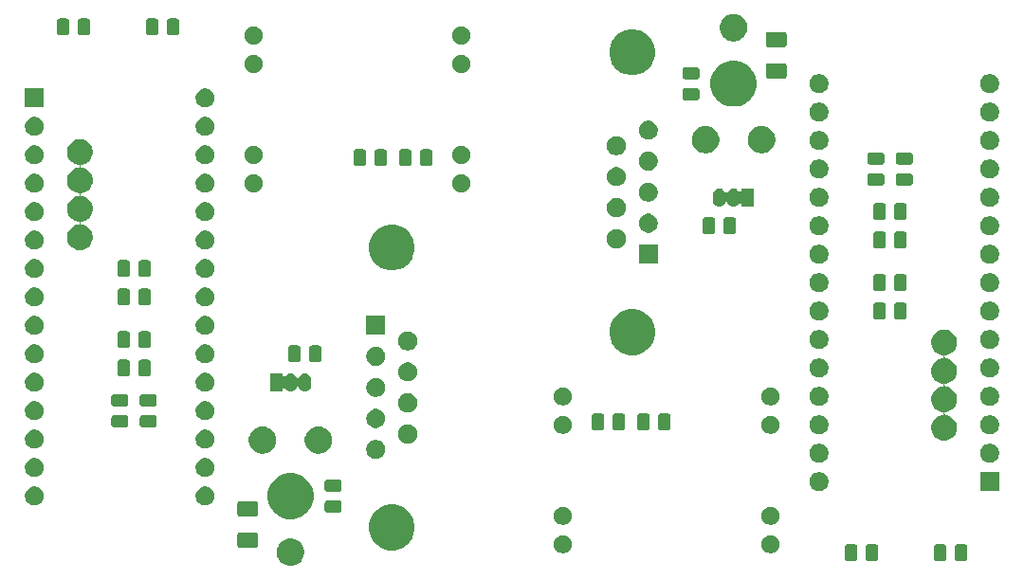
<source format=gbr>
G04 #@! TF.GenerationSoftware,KiCad,Pcbnew,5.1.5-52549c5~84~ubuntu19.10.1*
G04 #@! TF.CreationDate,2020-04-18T11:45:40+03:00*
G04 #@! TF.ProjectId,hymTracker_Panel,68796d54-7261-4636-9b65-725f50616e65,rev?*
G04 #@! TF.SameCoordinates,Original*
G04 #@! TF.FileFunction,Soldermask,Bot*
G04 #@! TF.FilePolarity,Negative*
%FSLAX46Y46*%
G04 Gerber Fmt 4.6, Leading zero omitted, Abs format (unit mm)*
G04 Created by KiCad (PCBNEW 5.1.5-52549c5~84~ubuntu19.10.1) date 2020-04-18 11:45:40*
%MOMM*%
%LPD*%
G04 APERTURE LIST*
%ADD10C,0.100000*%
G04 APERTURE END LIST*
D10*
G36*
X55791240Y-97883743D02*
G01*
X55978153Y-97920922D01*
X56070194Y-97959047D01*
X56200359Y-98012963D01*
X56400342Y-98146587D01*
X56570413Y-98316658D01*
X56704037Y-98516641D01*
X56750877Y-98629722D01*
X56782743Y-98706653D01*
X56796078Y-98738848D01*
X56843000Y-98974741D01*
X56843000Y-99215259D01*
X56796078Y-99451152D01*
X56704037Y-99673359D01*
X56570413Y-99873342D01*
X56400342Y-100043413D01*
X56200359Y-100177037D01*
X56070194Y-100230953D01*
X55978153Y-100269078D01*
X55742259Y-100316000D01*
X55501741Y-100316000D01*
X55265847Y-100269078D01*
X55173806Y-100230953D01*
X55043641Y-100177037D01*
X54843658Y-100043413D01*
X54673587Y-99873342D01*
X54539963Y-99673359D01*
X54447922Y-99451152D01*
X54401000Y-99215259D01*
X54401000Y-98974741D01*
X54447922Y-98738848D01*
X54461258Y-98706653D01*
X54493123Y-98629722D01*
X54539963Y-98516641D01*
X54673587Y-98316658D01*
X54843658Y-98146587D01*
X55043641Y-98012963D01*
X55173806Y-97959047D01*
X55265847Y-97920922D01*
X55452760Y-97883743D01*
X55501741Y-97874000D01*
X55742259Y-97874000D01*
X55791240Y-97883743D01*
G37*
G36*
X115877968Y-98417565D02*
G01*
X115916638Y-98429296D01*
X115952277Y-98448346D01*
X115983517Y-98473983D01*
X116009154Y-98505223D01*
X116028204Y-98540862D01*
X116039935Y-98579532D01*
X116044500Y-98625888D01*
X116044500Y-99702112D01*
X116039935Y-99748468D01*
X116028204Y-99787138D01*
X116009154Y-99822777D01*
X115983517Y-99854017D01*
X115952277Y-99879654D01*
X115916638Y-99898704D01*
X115877968Y-99910435D01*
X115831612Y-99915000D01*
X115180388Y-99915000D01*
X115134032Y-99910435D01*
X115095362Y-99898704D01*
X115059723Y-99879654D01*
X115028483Y-99854017D01*
X115002846Y-99822777D01*
X114983796Y-99787138D01*
X114972065Y-99748468D01*
X114967500Y-99702112D01*
X114967500Y-98625888D01*
X114972065Y-98579532D01*
X114983796Y-98540862D01*
X115002846Y-98505223D01*
X115028483Y-98473983D01*
X115059723Y-98448346D01*
X115095362Y-98429296D01*
X115134032Y-98417565D01*
X115180388Y-98413000D01*
X115831612Y-98413000D01*
X115877968Y-98417565D01*
G37*
G36*
X106050468Y-98417565D02*
G01*
X106089138Y-98429296D01*
X106124777Y-98448346D01*
X106156017Y-98473983D01*
X106181654Y-98505223D01*
X106200704Y-98540862D01*
X106212435Y-98579532D01*
X106217000Y-98625888D01*
X106217000Y-99702112D01*
X106212435Y-99748468D01*
X106200704Y-99787138D01*
X106181654Y-99822777D01*
X106156017Y-99854017D01*
X106124777Y-99879654D01*
X106089138Y-99898704D01*
X106050468Y-99910435D01*
X106004112Y-99915000D01*
X105352888Y-99915000D01*
X105306532Y-99910435D01*
X105267862Y-99898704D01*
X105232223Y-99879654D01*
X105200983Y-99854017D01*
X105175346Y-99822777D01*
X105156296Y-99787138D01*
X105144565Y-99748468D01*
X105140000Y-99702112D01*
X105140000Y-98625888D01*
X105144565Y-98579532D01*
X105156296Y-98540862D01*
X105175346Y-98505223D01*
X105200983Y-98473983D01*
X105232223Y-98448346D01*
X105267862Y-98429296D01*
X105306532Y-98417565D01*
X105352888Y-98413000D01*
X106004112Y-98413000D01*
X106050468Y-98417565D01*
G37*
G36*
X114002968Y-98417565D02*
G01*
X114041638Y-98429296D01*
X114077277Y-98448346D01*
X114108517Y-98473983D01*
X114134154Y-98505223D01*
X114153204Y-98540862D01*
X114164935Y-98579532D01*
X114169500Y-98625888D01*
X114169500Y-99702112D01*
X114164935Y-99748468D01*
X114153204Y-99787138D01*
X114134154Y-99822777D01*
X114108517Y-99854017D01*
X114077277Y-99879654D01*
X114041638Y-99898704D01*
X114002968Y-99910435D01*
X113956612Y-99915000D01*
X113305388Y-99915000D01*
X113259032Y-99910435D01*
X113220362Y-99898704D01*
X113184723Y-99879654D01*
X113153483Y-99854017D01*
X113127846Y-99822777D01*
X113108796Y-99787138D01*
X113097065Y-99748468D01*
X113092500Y-99702112D01*
X113092500Y-98625888D01*
X113097065Y-98579532D01*
X113108796Y-98540862D01*
X113127846Y-98505223D01*
X113153483Y-98473983D01*
X113184723Y-98448346D01*
X113220362Y-98429296D01*
X113259032Y-98417565D01*
X113305388Y-98413000D01*
X113956612Y-98413000D01*
X114002968Y-98417565D01*
G37*
G36*
X107925468Y-98417565D02*
G01*
X107964138Y-98429296D01*
X107999777Y-98448346D01*
X108031017Y-98473983D01*
X108056654Y-98505223D01*
X108075704Y-98540862D01*
X108087435Y-98579532D01*
X108092000Y-98625888D01*
X108092000Y-99702112D01*
X108087435Y-99748468D01*
X108075704Y-99787138D01*
X108056654Y-99822777D01*
X108031017Y-99854017D01*
X107999777Y-99879654D01*
X107964138Y-99898704D01*
X107925468Y-99910435D01*
X107879112Y-99915000D01*
X107227888Y-99915000D01*
X107181532Y-99910435D01*
X107142862Y-99898704D01*
X107107223Y-99879654D01*
X107075983Y-99854017D01*
X107050346Y-99822777D01*
X107031296Y-99787138D01*
X107019565Y-99748468D01*
X107015000Y-99702112D01*
X107015000Y-98625888D01*
X107019565Y-98579532D01*
X107031296Y-98540862D01*
X107050346Y-98505223D01*
X107075983Y-98473983D01*
X107107223Y-98448346D01*
X107142862Y-98429296D01*
X107181532Y-98417565D01*
X107227888Y-98413000D01*
X107879112Y-98413000D01*
X107925468Y-98417565D01*
G37*
G36*
X80183142Y-97620242D02*
G01*
X80331101Y-97681529D01*
X80464255Y-97770499D01*
X80577501Y-97883745D01*
X80666471Y-98016899D01*
X80727758Y-98164858D01*
X80759000Y-98321925D01*
X80759000Y-98482075D01*
X80727758Y-98639142D01*
X80666471Y-98787101D01*
X80577501Y-98920255D01*
X80464255Y-99033501D01*
X80331101Y-99122471D01*
X80183142Y-99183758D01*
X80026075Y-99215000D01*
X79865925Y-99215000D01*
X79708858Y-99183758D01*
X79560899Y-99122471D01*
X79427745Y-99033501D01*
X79314499Y-98920255D01*
X79225529Y-98787101D01*
X79164242Y-98639142D01*
X79133000Y-98482075D01*
X79133000Y-98321925D01*
X79164242Y-98164858D01*
X79225529Y-98016899D01*
X79314499Y-97883745D01*
X79427745Y-97770499D01*
X79560899Y-97681529D01*
X79708858Y-97620242D01*
X79865925Y-97589000D01*
X80026075Y-97589000D01*
X80183142Y-97620242D01*
G37*
G36*
X98725142Y-97620242D02*
G01*
X98873101Y-97681529D01*
X99006255Y-97770499D01*
X99119501Y-97883745D01*
X99208471Y-98016899D01*
X99269758Y-98164858D01*
X99301000Y-98321925D01*
X99301000Y-98482075D01*
X99269758Y-98639142D01*
X99208471Y-98787101D01*
X99119501Y-98920255D01*
X99006255Y-99033501D01*
X98873101Y-99122471D01*
X98725142Y-99183758D01*
X98568075Y-99215000D01*
X98407925Y-99215000D01*
X98250858Y-99183758D01*
X98102899Y-99122471D01*
X97969745Y-99033501D01*
X97856499Y-98920255D01*
X97767529Y-98787101D01*
X97706242Y-98639142D01*
X97675000Y-98482075D01*
X97675000Y-98321925D01*
X97706242Y-98164858D01*
X97767529Y-98016899D01*
X97856499Y-97883745D01*
X97969745Y-97770499D01*
X98102899Y-97681529D01*
X98250858Y-97620242D01*
X98407925Y-97589000D01*
X98568075Y-97589000D01*
X98725142Y-97620242D01*
G37*
G36*
X65260254Y-94922818D02*
G01*
X65633511Y-95077426D01*
X65633513Y-95077427D01*
X65969436Y-95301884D01*
X66255116Y-95587564D01*
X66467758Y-95905804D01*
X66479574Y-95923489D01*
X66634182Y-96296746D01*
X66713000Y-96692993D01*
X66713000Y-97097007D01*
X66634182Y-97493254D01*
X66479574Y-97866511D01*
X66479573Y-97866513D01*
X66255116Y-98202436D01*
X65969436Y-98488116D01*
X65633513Y-98712573D01*
X65633512Y-98712574D01*
X65633511Y-98712574D01*
X65260254Y-98867182D01*
X64864007Y-98946000D01*
X64459993Y-98946000D01*
X64063746Y-98867182D01*
X63690489Y-98712574D01*
X63690488Y-98712574D01*
X63690487Y-98712573D01*
X63354564Y-98488116D01*
X63068884Y-98202436D01*
X62844427Y-97866513D01*
X62844426Y-97866511D01*
X62689818Y-97493254D01*
X62611000Y-97097007D01*
X62611000Y-96692993D01*
X62689818Y-96296746D01*
X62844426Y-95923489D01*
X62856243Y-95905804D01*
X63068884Y-95587564D01*
X63354564Y-95301884D01*
X63690487Y-95077427D01*
X63690489Y-95077426D01*
X64063746Y-94922818D01*
X64459993Y-94844000D01*
X64864007Y-94844000D01*
X65260254Y-94922818D01*
G37*
G36*
X52580604Y-97363347D02*
G01*
X52617144Y-97374432D01*
X52650821Y-97392433D01*
X52680341Y-97416659D01*
X52704567Y-97446179D01*
X52722568Y-97479856D01*
X52733653Y-97516396D01*
X52738000Y-97560538D01*
X52738000Y-98509462D01*
X52733653Y-98553604D01*
X52722568Y-98590144D01*
X52704567Y-98623821D01*
X52680341Y-98653341D01*
X52650821Y-98677567D01*
X52617144Y-98695568D01*
X52580604Y-98706653D01*
X52536462Y-98711000D01*
X51087538Y-98711000D01*
X51043396Y-98706653D01*
X51006856Y-98695568D01*
X50973179Y-98677567D01*
X50943659Y-98653341D01*
X50919433Y-98623821D01*
X50901432Y-98590144D01*
X50890347Y-98553604D01*
X50886000Y-98509462D01*
X50886000Y-97560538D01*
X50890347Y-97516396D01*
X50901432Y-97479856D01*
X50919433Y-97446179D01*
X50943659Y-97416659D01*
X50973179Y-97392433D01*
X51006856Y-97374432D01*
X51043396Y-97363347D01*
X51087538Y-97359000D01*
X52536462Y-97359000D01*
X52580604Y-97363347D01*
G37*
G36*
X80183142Y-95080242D02*
G01*
X80331101Y-95141529D01*
X80464255Y-95230499D01*
X80577501Y-95343745D01*
X80666471Y-95476899D01*
X80727758Y-95624858D01*
X80759000Y-95781925D01*
X80759000Y-95942075D01*
X80727758Y-96099142D01*
X80666471Y-96247101D01*
X80577501Y-96380255D01*
X80464255Y-96493501D01*
X80331101Y-96582471D01*
X80183142Y-96643758D01*
X80026075Y-96675000D01*
X79865925Y-96675000D01*
X79708858Y-96643758D01*
X79560899Y-96582471D01*
X79427745Y-96493501D01*
X79314499Y-96380255D01*
X79225529Y-96247101D01*
X79164242Y-96099142D01*
X79133000Y-95942075D01*
X79133000Y-95781925D01*
X79164242Y-95624858D01*
X79225529Y-95476899D01*
X79314499Y-95343745D01*
X79427745Y-95230499D01*
X79560899Y-95141529D01*
X79708858Y-95080242D01*
X79865925Y-95049000D01*
X80026075Y-95049000D01*
X80183142Y-95080242D01*
G37*
G36*
X98725142Y-95080242D02*
G01*
X98873101Y-95141529D01*
X99006255Y-95230499D01*
X99119501Y-95343745D01*
X99208471Y-95476899D01*
X99269758Y-95624858D01*
X99301000Y-95781925D01*
X99301000Y-95942075D01*
X99269758Y-96099142D01*
X99208471Y-96247101D01*
X99119501Y-96380255D01*
X99006255Y-96493501D01*
X98873101Y-96582471D01*
X98725142Y-96643758D01*
X98568075Y-96675000D01*
X98407925Y-96675000D01*
X98250858Y-96643758D01*
X98102899Y-96582471D01*
X97969745Y-96493501D01*
X97856499Y-96380255D01*
X97767529Y-96247101D01*
X97706242Y-96099142D01*
X97675000Y-95942075D01*
X97675000Y-95781925D01*
X97706242Y-95624858D01*
X97767529Y-95476899D01*
X97856499Y-95343745D01*
X97969745Y-95230499D01*
X98102899Y-95141529D01*
X98250858Y-95080242D01*
X98407925Y-95049000D01*
X98568075Y-95049000D01*
X98725142Y-95080242D01*
G37*
G36*
X56220254Y-92122818D02*
G01*
X56593511Y-92277426D01*
X56593513Y-92277427D01*
X56929436Y-92501884D01*
X57215116Y-92787564D01*
X57398642Y-93062229D01*
X57439574Y-93123489D01*
X57594182Y-93496746D01*
X57673000Y-93892993D01*
X57673000Y-94297007D01*
X57594182Y-94693254D01*
X57499093Y-94922819D01*
X57439573Y-95066513D01*
X57215116Y-95402436D01*
X56929436Y-95688116D01*
X56593513Y-95912573D01*
X56593512Y-95912574D01*
X56593511Y-95912574D01*
X56220254Y-96067182D01*
X55824007Y-96146000D01*
X55419993Y-96146000D01*
X55023746Y-96067182D01*
X54650489Y-95912574D01*
X54650488Y-95912574D01*
X54650487Y-95912573D01*
X54314564Y-95688116D01*
X54028884Y-95402436D01*
X53804427Y-95066513D01*
X53744907Y-94922819D01*
X53649818Y-94693254D01*
X53571000Y-94297007D01*
X53571000Y-93892993D01*
X53649818Y-93496746D01*
X53804426Y-93123489D01*
X53845359Y-93062229D01*
X54028884Y-92787564D01*
X54314564Y-92501884D01*
X54650487Y-92277427D01*
X54650489Y-92277426D01*
X55023746Y-92122818D01*
X55419993Y-92044000D01*
X55824007Y-92044000D01*
X56220254Y-92122818D01*
G37*
G36*
X52580604Y-94563347D02*
G01*
X52617144Y-94574432D01*
X52650821Y-94592433D01*
X52680341Y-94616659D01*
X52704567Y-94646179D01*
X52722568Y-94679856D01*
X52733653Y-94716396D01*
X52738000Y-94760538D01*
X52738000Y-95709462D01*
X52733653Y-95753604D01*
X52722568Y-95790144D01*
X52704567Y-95823821D01*
X52680341Y-95853341D01*
X52650821Y-95877567D01*
X52617144Y-95895568D01*
X52580604Y-95906653D01*
X52536462Y-95911000D01*
X51087538Y-95911000D01*
X51043396Y-95906653D01*
X51006856Y-95895568D01*
X50973179Y-95877567D01*
X50943659Y-95853341D01*
X50919433Y-95823821D01*
X50901432Y-95790144D01*
X50890347Y-95753604D01*
X50886000Y-95709462D01*
X50886000Y-94760538D01*
X50890347Y-94716396D01*
X50901432Y-94679856D01*
X50919433Y-94646179D01*
X50943659Y-94616659D01*
X50973179Y-94592433D01*
X51006856Y-94574432D01*
X51043396Y-94563347D01*
X51087538Y-94559000D01*
X52536462Y-94559000D01*
X52580604Y-94563347D01*
G37*
G36*
X60016468Y-94498565D02*
G01*
X60055138Y-94510296D01*
X60090777Y-94529346D01*
X60122017Y-94554983D01*
X60147654Y-94586223D01*
X60166704Y-94621862D01*
X60178435Y-94660532D01*
X60183000Y-94706888D01*
X60183000Y-95358112D01*
X60178435Y-95404468D01*
X60166704Y-95443138D01*
X60147654Y-95478777D01*
X60122017Y-95510017D01*
X60090777Y-95535654D01*
X60055138Y-95554704D01*
X60016468Y-95566435D01*
X59970112Y-95571000D01*
X58893888Y-95571000D01*
X58847532Y-95566435D01*
X58808862Y-95554704D01*
X58773223Y-95535654D01*
X58741983Y-95510017D01*
X58716346Y-95478777D01*
X58697296Y-95443138D01*
X58685565Y-95404468D01*
X58681000Y-95358112D01*
X58681000Y-94706888D01*
X58685565Y-94660532D01*
X58697296Y-94621862D01*
X58716346Y-94586223D01*
X58741983Y-94554983D01*
X58773223Y-94529346D01*
X58808862Y-94510296D01*
X58847532Y-94498565D01*
X58893888Y-94494000D01*
X59970112Y-94494000D01*
X60016468Y-94498565D01*
G37*
G36*
X33010228Y-93276703D02*
G01*
X33165100Y-93340853D01*
X33304481Y-93433985D01*
X33423015Y-93552519D01*
X33516147Y-93691900D01*
X33580297Y-93846772D01*
X33613000Y-94011184D01*
X33613000Y-94178816D01*
X33580297Y-94343228D01*
X33516147Y-94498100D01*
X33423015Y-94637481D01*
X33304481Y-94756015D01*
X33165100Y-94849147D01*
X33010228Y-94913297D01*
X32845816Y-94946000D01*
X32678184Y-94946000D01*
X32513772Y-94913297D01*
X32358900Y-94849147D01*
X32219519Y-94756015D01*
X32100985Y-94637481D01*
X32007853Y-94498100D01*
X31943703Y-94343228D01*
X31911000Y-94178816D01*
X31911000Y-94011184D01*
X31943703Y-93846772D01*
X32007853Y-93691900D01*
X32100985Y-93552519D01*
X32219519Y-93433985D01*
X32358900Y-93340853D01*
X32513772Y-93276703D01*
X32678184Y-93244000D01*
X32845816Y-93244000D01*
X33010228Y-93276703D01*
G37*
G36*
X48250228Y-93276703D02*
G01*
X48405100Y-93340853D01*
X48544481Y-93433985D01*
X48663015Y-93552519D01*
X48756147Y-93691900D01*
X48820297Y-93846772D01*
X48853000Y-94011184D01*
X48853000Y-94178816D01*
X48820297Y-94343228D01*
X48756147Y-94498100D01*
X48663015Y-94637481D01*
X48544481Y-94756015D01*
X48405100Y-94849147D01*
X48250228Y-94913297D01*
X48085816Y-94946000D01*
X47918184Y-94946000D01*
X47753772Y-94913297D01*
X47598900Y-94849147D01*
X47459519Y-94756015D01*
X47340985Y-94637481D01*
X47247853Y-94498100D01*
X47183703Y-94343228D01*
X47151000Y-94178816D01*
X47151000Y-94011184D01*
X47183703Y-93846772D01*
X47247853Y-93691900D01*
X47340985Y-93552519D01*
X47459519Y-93433985D01*
X47598900Y-93340853D01*
X47753772Y-93276703D01*
X47918184Y-93244000D01*
X48085816Y-93244000D01*
X48250228Y-93276703D01*
G37*
G36*
X60016468Y-92623565D02*
G01*
X60055138Y-92635296D01*
X60090777Y-92654346D01*
X60122017Y-92679983D01*
X60147654Y-92711223D01*
X60166704Y-92746862D01*
X60178435Y-92785532D01*
X60183000Y-92831888D01*
X60183000Y-93483112D01*
X60178435Y-93529468D01*
X60166704Y-93568138D01*
X60147654Y-93603777D01*
X60122017Y-93635017D01*
X60090777Y-93660654D01*
X60055138Y-93679704D01*
X60016468Y-93691435D01*
X59970112Y-93696000D01*
X58893888Y-93696000D01*
X58847532Y-93691435D01*
X58808862Y-93679704D01*
X58773223Y-93660654D01*
X58741983Y-93635017D01*
X58716346Y-93603777D01*
X58697296Y-93568138D01*
X58685565Y-93529468D01*
X58681000Y-93483112D01*
X58681000Y-92831888D01*
X58685565Y-92785532D01*
X58697296Y-92746862D01*
X58716346Y-92711223D01*
X58741983Y-92679983D01*
X58773223Y-92654346D01*
X58808862Y-92635296D01*
X58847532Y-92623565D01*
X58893888Y-92619000D01*
X59970112Y-92619000D01*
X60016468Y-92623565D01*
G37*
G36*
X103054228Y-91995703D02*
G01*
X103209100Y-92059853D01*
X103348481Y-92152985D01*
X103467015Y-92271519D01*
X103560147Y-92410900D01*
X103624297Y-92565772D01*
X103657000Y-92730184D01*
X103657000Y-92897816D01*
X103624297Y-93062228D01*
X103560147Y-93217100D01*
X103467015Y-93356481D01*
X103348481Y-93475015D01*
X103209100Y-93568147D01*
X103054228Y-93632297D01*
X102889816Y-93665000D01*
X102722184Y-93665000D01*
X102557772Y-93632297D01*
X102402900Y-93568147D01*
X102263519Y-93475015D01*
X102144985Y-93356481D01*
X102051853Y-93217100D01*
X101987703Y-93062228D01*
X101955000Y-92897816D01*
X101955000Y-92730184D01*
X101987703Y-92565772D01*
X102051853Y-92410900D01*
X102144985Y-92271519D01*
X102263519Y-92152985D01*
X102402900Y-92059853D01*
X102557772Y-91995703D01*
X102722184Y-91963000D01*
X102889816Y-91963000D01*
X103054228Y-91995703D01*
G37*
G36*
X118897000Y-93665000D02*
G01*
X117195000Y-93665000D01*
X117195000Y-91963000D01*
X118897000Y-91963000D01*
X118897000Y-93665000D01*
G37*
G36*
X33010228Y-90736703D02*
G01*
X33165100Y-90800853D01*
X33304481Y-90893985D01*
X33423015Y-91012519D01*
X33516147Y-91151900D01*
X33580297Y-91306772D01*
X33613000Y-91471184D01*
X33613000Y-91638816D01*
X33580297Y-91803228D01*
X33516147Y-91958100D01*
X33423015Y-92097481D01*
X33304481Y-92216015D01*
X33165100Y-92309147D01*
X33010228Y-92373297D01*
X32845816Y-92406000D01*
X32678184Y-92406000D01*
X32513772Y-92373297D01*
X32358900Y-92309147D01*
X32219519Y-92216015D01*
X32100985Y-92097481D01*
X32007853Y-91958100D01*
X31943703Y-91803228D01*
X31911000Y-91638816D01*
X31911000Y-91471184D01*
X31943703Y-91306772D01*
X32007853Y-91151900D01*
X32100985Y-91012519D01*
X32219519Y-90893985D01*
X32358900Y-90800853D01*
X32513772Y-90736703D01*
X32678184Y-90704000D01*
X32845816Y-90704000D01*
X33010228Y-90736703D01*
G37*
G36*
X48250228Y-90736703D02*
G01*
X48405100Y-90800853D01*
X48544481Y-90893985D01*
X48663015Y-91012519D01*
X48756147Y-91151900D01*
X48820297Y-91306772D01*
X48853000Y-91471184D01*
X48853000Y-91638816D01*
X48820297Y-91803228D01*
X48756147Y-91958100D01*
X48663015Y-92097481D01*
X48544481Y-92216015D01*
X48405100Y-92309147D01*
X48250228Y-92373297D01*
X48085816Y-92406000D01*
X47918184Y-92406000D01*
X47753772Y-92373297D01*
X47598900Y-92309147D01*
X47459519Y-92216015D01*
X47340985Y-92097481D01*
X47247853Y-91958100D01*
X47183703Y-91803228D01*
X47151000Y-91638816D01*
X47151000Y-91471184D01*
X47183703Y-91306772D01*
X47247853Y-91151900D01*
X47340985Y-91012519D01*
X47459519Y-90893985D01*
X47598900Y-90800853D01*
X47753772Y-90736703D01*
X47918184Y-90704000D01*
X48085816Y-90704000D01*
X48250228Y-90736703D01*
G37*
G36*
X118294228Y-89455703D02*
G01*
X118449100Y-89519853D01*
X118588481Y-89612985D01*
X118707015Y-89731519D01*
X118800147Y-89870900D01*
X118864297Y-90025772D01*
X118897000Y-90190184D01*
X118897000Y-90357816D01*
X118864297Y-90522228D01*
X118800147Y-90677100D01*
X118707015Y-90816481D01*
X118588481Y-90935015D01*
X118449100Y-91028147D01*
X118294228Y-91092297D01*
X118129816Y-91125000D01*
X117962184Y-91125000D01*
X117797772Y-91092297D01*
X117642900Y-91028147D01*
X117503519Y-90935015D01*
X117384985Y-90816481D01*
X117291853Y-90677100D01*
X117227703Y-90522228D01*
X117195000Y-90357816D01*
X117195000Y-90190184D01*
X117227703Y-90025772D01*
X117291853Y-89870900D01*
X117384985Y-89731519D01*
X117503519Y-89612985D01*
X117642900Y-89519853D01*
X117797772Y-89455703D01*
X117962184Y-89423000D01*
X118129816Y-89423000D01*
X118294228Y-89455703D01*
G37*
G36*
X103054228Y-89455703D02*
G01*
X103209100Y-89519853D01*
X103348481Y-89612985D01*
X103467015Y-89731519D01*
X103560147Y-89870900D01*
X103624297Y-90025772D01*
X103657000Y-90190184D01*
X103657000Y-90357816D01*
X103624297Y-90522228D01*
X103560147Y-90677100D01*
X103467015Y-90816481D01*
X103348481Y-90935015D01*
X103209100Y-91028147D01*
X103054228Y-91092297D01*
X102889816Y-91125000D01*
X102722184Y-91125000D01*
X102557772Y-91092297D01*
X102402900Y-91028147D01*
X102263519Y-90935015D01*
X102144985Y-90816481D01*
X102051853Y-90677100D01*
X101987703Y-90522228D01*
X101955000Y-90357816D01*
X101955000Y-90190184D01*
X101987703Y-90025772D01*
X102051853Y-89870900D01*
X102144985Y-89731519D01*
X102263519Y-89612985D01*
X102402900Y-89519853D01*
X102557772Y-89455703D01*
X102722184Y-89423000D01*
X102889816Y-89423000D01*
X103054228Y-89455703D01*
G37*
G36*
X63490228Y-89116703D02*
G01*
X63645100Y-89180853D01*
X63784481Y-89273985D01*
X63903015Y-89392519D01*
X63996147Y-89531900D01*
X64060297Y-89686772D01*
X64093000Y-89851184D01*
X64093000Y-90018816D01*
X64060297Y-90183228D01*
X63996147Y-90338100D01*
X63903015Y-90477481D01*
X63784481Y-90596015D01*
X63645100Y-90689147D01*
X63490228Y-90753297D01*
X63325816Y-90786000D01*
X63158184Y-90786000D01*
X62993772Y-90753297D01*
X62838900Y-90689147D01*
X62699519Y-90596015D01*
X62580985Y-90477481D01*
X62487853Y-90338100D01*
X62423703Y-90183228D01*
X62391000Y-90018816D01*
X62391000Y-89851184D01*
X62423703Y-89686772D01*
X62487853Y-89531900D01*
X62580985Y-89392519D01*
X62699519Y-89273985D01*
X62838900Y-89180853D01*
X62993772Y-89116703D01*
X63158184Y-89084000D01*
X63325816Y-89084000D01*
X63490228Y-89116703D01*
G37*
G36*
X53322782Y-87890017D02*
G01*
X53478153Y-87920922D01*
X53511425Y-87934704D01*
X53700359Y-88012963D01*
X53900342Y-88146587D01*
X54070413Y-88316658D01*
X54204037Y-88516641D01*
X54243496Y-88611903D01*
X54296078Y-88738847D01*
X54343000Y-88974742D01*
X54343000Y-89215258D01*
X54302653Y-89418100D01*
X54296078Y-89451152D01*
X54204037Y-89673359D01*
X54070413Y-89873342D01*
X53900342Y-90043413D01*
X53700359Y-90177037D01*
X53570194Y-90230953D01*
X53478153Y-90269078D01*
X53360205Y-90292539D01*
X53242259Y-90316000D01*
X53001741Y-90316000D01*
X52883795Y-90292539D01*
X52765847Y-90269078D01*
X52673806Y-90230953D01*
X52543641Y-90177037D01*
X52343658Y-90043413D01*
X52173587Y-89873342D01*
X52039963Y-89673359D01*
X51947922Y-89451152D01*
X51941348Y-89418100D01*
X51901000Y-89215258D01*
X51901000Y-88974742D01*
X51947922Y-88738847D01*
X52000504Y-88611903D01*
X52039963Y-88516641D01*
X52173587Y-88316658D01*
X52343658Y-88146587D01*
X52543641Y-88012963D01*
X52732575Y-87934704D01*
X52765847Y-87920922D01*
X52921218Y-87890017D01*
X53001741Y-87874000D01*
X53242259Y-87874000D01*
X53322782Y-87890017D01*
G37*
G36*
X58322782Y-87890017D02*
G01*
X58478153Y-87920922D01*
X58511425Y-87934704D01*
X58700359Y-88012963D01*
X58900342Y-88146587D01*
X59070413Y-88316658D01*
X59204037Y-88516641D01*
X59243496Y-88611903D01*
X59296078Y-88738847D01*
X59343000Y-88974742D01*
X59343000Y-89215258D01*
X59302653Y-89418100D01*
X59296078Y-89451152D01*
X59204037Y-89673359D01*
X59070413Y-89873342D01*
X58900342Y-90043413D01*
X58700359Y-90177037D01*
X58570194Y-90230953D01*
X58478153Y-90269078D01*
X58360205Y-90292539D01*
X58242259Y-90316000D01*
X58001741Y-90316000D01*
X57883795Y-90292539D01*
X57765847Y-90269078D01*
X57673806Y-90230953D01*
X57543641Y-90177037D01*
X57343658Y-90043413D01*
X57173587Y-89873342D01*
X57039963Y-89673359D01*
X56947922Y-89451152D01*
X56941348Y-89418100D01*
X56901000Y-89215258D01*
X56901000Y-88974742D01*
X56947922Y-88738847D01*
X57000504Y-88611903D01*
X57039963Y-88516641D01*
X57173587Y-88316658D01*
X57343658Y-88146587D01*
X57543641Y-88012963D01*
X57732575Y-87934704D01*
X57765847Y-87920922D01*
X57921218Y-87890017D01*
X58001741Y-87874000D01*
X58242259Y-87874000D01*
X58322782Y-87890017D01*
G37*
G36*
X33010228Y-88196703D02*
G01*
X33165100Y-88260853D01*
X33304481Y-88353985D01*
X33423015Y-88472519D01*
X33516147Y-88611900D01*
X33580297Y-88766772D01*
X33613000Y-88931184D01*
X33613000Y-89098816D01*
X33580297Y-89263228D01*
X33516147Y-89418100D01*
X33423015Y-89557481D01*
X33304481Y-89676015D01*
X33165100Y-89769147D01*
X33010228Y-89833297D01*
X32845816Y-89866000D01*
X32678184Y-89866000D01*
X32513772Y-89833297D01*
X32358900Y-89769147D01*
X32219519Y-89676015D01*
X32100985Y-89557481D01*
X32007853Y-89418100D01*
X31943703Y-89263228D01*
X31911000Y-89098816D01*
X31911000Y-88931184D01*
X31943703Y-88766772D01*
X32007853Y-88611900D01*
X32100985Y-88472519D01*
X32219519Y-88353985D01*
X32358900Y-88260853D01*
X32513772Y-88196703D01*
X32678184Y-88164000D01*
X32845816Y-88164000D01*
X33010228Y-88196703D01*
G37*
G36*
X48250228Y-88196703D02*
G01*
X48405100Y-88260853D01*
X48544481Y-88353985D01*
X48663015Y-88472519D01*
X48756147Y-88611900D01*
X48820297Y-88766772D01*
X48853000Y-88931184D01*
X48853000Y-89098816D01*
X48820297Y-89263228D01*
X48756147Y-89418100D01*
X48663015Y-89557481D01*
X48544481Y-89676015D01*
X48405100Y-89769147D01*
X48250228Y-89833297D01*
X48085816Y-89866000D01*
X47918184Y-89866000D01*
X47753772Y-89833297D01*
X47598900Y-89769147D01*
X47459519Y-89676015D01*
X47340985Y-89557481D01*
X47247853Y-89418100D01*
X47183703Y-89263228D01*
X47151000Y-89098816D01*
X47151000Y-88931184D01*
X47183703Y-88766772D01*
X47247853Y-88611900D01*
X47340985Y-88472519D01*
X47459519Y-88353985D01*
X47598900Y-88260853D01*
X47753772Y-88196703D01*
X47918184Y-88164000D01*
X48085816Y-88164000D01*
X48250228Y-88196703D01*
G37*
G36*
X66330228Y-87731703D02*
G01*
X66485100Y-87795853D01*
X66624481Y-87888985D01*
X66743015Y-88007519D01*
X66836147Y-88146900D01*
X66900297Y-88301772D01*
X66933000Y-88466184D01*
X66933000Y-88633816D01*
X66900297Y-88798228D01*
X66836147Y-88953100D01*
X66743015Y-89092481D01*
X66624481Y-89211015D01*
X66485100Y-89304147D01*
X66330228Y-89368297D01*
X66165816Y-89401000D01*
X65998184Y-89401000D01*
X65833772Y-89368297D01*
X65678900Y-89304147D01*
X65539519Y-89211015D01*
X65420985Y-89092481D01*
X65327853Y-88953100D01*
X65263703Y-88798228D01*
X65231000Y-88633816D01*
X65231000Y-88466184D01*
X65263703Y-88301772D01*
X65327853Y-88146900D01*
X65420985Y-88007519D01*
X65539519Y-87888985D01*
X65678900Y-87795853D01*
X65833772Y-87731703D01*
X65998184Y-87699000D01*
X66165816Y-87699000D01*
X66330228Y-87731703D01*
G37*
G36*
X114206549Y-79239116D02*
G01*
X114317734Y-79261232D01*
X114527203Y-79347997D01*
X114715720Y-79473960D01*
X114876040Y-79634280D01*
X115002003Y-79822797D01*
X115087906Y-80030184D01*
X115088768Y-80032267D01*
X115133000Y-80254635D01*
X115133000Y-80481365D01*
X115125892Y-80517097D01*
X115088768Y-80703734D01*
X115060548Y-80771862D01*
X115007052Y-80901015D01*
X115002003Y-80913203D01*
X114876040Y-81101720D01*
X114715720Y-81262040D01*
X114527203Y-81388003D01*
X114317734Y-81474768D01*
X114190161Y-81500144D01*
X114113448Y-81515403D01*
X114089999Y-81522516D01*
X114068388Y-81534067D01*
X114049446Y-81549612D01*
X114033901Y-81568554D01*
X114022350Y-81590165D01*
X114015237Y-81613614D01*
X114012835Y-81638000D01*
X114015237Y-81662386D01*
X114022350Y-81685835D01*
X114033901Y-81707446D01*
X114049446Y-81726388D01*
X114068388Y-81741933D01*
X114089999Y-81753484D01*
X114113448Y-81760597D01*
X114190161Y-81775856D01*
X114317734Y-81801232D01*
X114400954Y-81835703D01*
X114500051Y-81876750D01*
X114527203Y-81887997D01*
X114715720Y-82013960D01*
X114876040Y-82174280D01*
X114992774Y-82348985D01*
X115002004Y-82362799D01*
X115008776Y-82379148D01*
X115087906Y-82570184D01*
X115088768Y-82572267D01*
X115133000Y-82794635D01*
X115133000Y-83021365D01*
X115114036Y-83116703D01*
X115088768Y-83243734D01*
X115028827Y-83388444D01*
X115018616Y-83413097D01*
X115002003Y-83453203D01*
X114876040Y-83641720D01*
X114715720Y-83802040D01*
X114527203Y-83928003D01*
X114317734Y-84014768D01*
X114190161Y-84040144D01*
X114113448Y-84055403D01*
X114089999Y-84062516D01*
X114068388Y-84074067D01*
X114049446Y-84089612D01*
X114033901Y-84108554D01*
X114022350Y-84130165D01*
X114015237Y-84153614D01*
X114012835Y-84178000D01*
X114015237Y-84202386D01*
X114022350Y-84225835D01*
X114033901Y-84247446D01*
X114049446Y-84266388D01*
X114068388Y-84281933D01*
X114089999Y-84293484D01*
X114113448Y-84300597D01*
X114166672Y-84311184D01*
X114317734Y-84341232D01*
X114527203Y-84427997D01*
X114715720Y-84553960D01*
X114876040Y-84714280D01*
X115002003Y-84902797D01*
X115088768Y-85112266D01*
X115099363Y-85165532D01*
X115113683Y-85237520D01*
X115133000Y-85334636D01*
X115133000Y-85561364D01*
X115088768Y-85783734D01*
X115055597Y-85863815D01*
X115005908Y-85983777D01*
X115002003Y-85993203D01*
X114876040Y-86181720D01*
X114715720Y-86342040D01*
X114527203Y-86468003D01*
X114317734Y-86554768D01*
X114190161Y-86580144D01*
X114113448Y-86595403D01*
X114089999Y-86602516D01*
X114068388Y-86614067D01*
X114049446Y-86629612D01*
X114033901Y-86648554D01*
X114022350Y-86670165D01*
X114015237Y-86693614D01*
X114012835Y-86718000D01*
X114015237Y-86742386D01*
X114022350Y-86765835D01*
X114033901Y-86787446D01*
X114049446Y-86806388D01*
X114068388Y-86821933D01*
X114089999Y-86833484D01*
X114113448Y-86840597D01*
X114153998Y-86848663D01*
X114317734Y-86881232D01*
X114403535Y-86916772D01*
X114522921Y-86966223D01*
X114527203Y-86967997D01*
X114715720Y-87093960D01*
X114876040Y-87254280D01*
X115002003Y-87442797D01*
X115087906Y-87650184D01*
X115088768Y-87652267D01*
X115132874Y-87874000D01*
X115133000Y-87874636D01*
X115133000Y-88101364D01*
X115088768Y-88323734D01*
X115059242Y-88395015D01*
X115009230Y-88515757D01*
X115002003Y-88533203D01*
X114876040Y-88721720D01*
X114715720Y-88882040D01*
X114527203Y-89008003D01*
X114317734Y-89094768D01*
X114207459Y-89116703D01*
X114095365Y-89139000D01*
X113868635Y-89139000D01*
X113756541Y-89116703D01*
X113646266Y-89094768D01*
X113436797Y-89008003D01*
X113248280Y-88882040D01*
X113087960Y-88721720D01*
X112961997Y-88533203D01*
X112954771Y-88515757D01*
X112904758Y-88395015D01*
X112875232Y-88323734D01*
X112831000Y-88101364D01*
X112831000Y-87874636D01*
X112831127Y-87874000D01*
X112875232Y-87652267D01*
X112876095Y-87650184D01*
X112961997Y-87442797D01*
X113087960Y-87254280D01*
X113248280Y-87093960D01*
X113436797Y-86967997D01*
X113441080Y-86966223D01*
X113560465Y-86916772D01*
X113646266Y-86881232D01*
X113810002Y-86848663D01*
X113850552Y-86840597D01*
X113874001Y-86833484D01*
X113895612Y-86821933D01*
X113914554Y-86806388D01*
X113930099Y-86787446D01*
X113941650Y-86765835D01*
X113948763Y-86742386D01*
X113951165Y-86718000D01*
X113948763Y-86693614D01*
X113941650Y-86670165D01*
X113930099Y-86648554D01*
X113914554Y-86629612D01*
X113895612Y-86614067D01*
X113874001Y-86602516D01*
X113850552Y-86595403D01*
X113773839Y-86580144D01*
X113646266Y-86554768D01*
X113436797Y-86468003D01*
X113248280Y-86342040D01*
X113087960Y-86181720D01*
X112961997Y-85993203D01*
X112958093Y-85983777D01*
X112908403Y-85863815D01*
X112875232Y-85783734D01*
X112831000Y-85561364D01*
X112831000Y-85334636D01*
X112850318Y-85237520D01*
X112864637Y-85165532D01*
X112875232Y-85112266D01*
X112961997Y-84902797D01*
X113087960Y-84714280D01*
X113248280Y-84553960D01*
X113436797Y-84427997D01*
X113646266Y-84341232D01*
X113797328Y-84311184D01*
X113850552Y-84300597D01*
X113874001Y-84293484D01*
X113895612Y-84281933D01*
X113914554Y-84266388D01*
X113930099Y-84247446D01*
X113941650Y-84225835D01*
X113948763Y-84202386D01*
X113951165Y-84178000D01*
X113948763Y-84153614D01*
X113941650Y-84130165D01*
X113930099Y-84108554D01*
X113914554Y-84089612D01*
X113895612Y-84074067D01*
X113874001Y-84062516D01*
X113850552Y-84055403D01*
X113773839Y-84040144D01*
X113646266Y-84014768D01*
X113436797Y-83928003D01*
X113248280Y-83802040D01*
X113087960Y-83641720D01*
X112961997Y-83453203D01*
X112945385Y-83413097D01*
X112935173Y-83388444D01*
X112875232Y-83243734D01*
X112849964Y-83116703D01*
X112831000Y-83021365D01*
X112831000Y-82794635D01*
X112875232Y-82572267D01*
X112876095Y-82570184D01*
X112955224Y-82379148D01*
X112961996Y-82362799D01*
X112971226Y-82348985D01*
X113087960Y-82174280D01*
X113248280Y-82013960D01*
X113436797Y-81887997D01*
X113463950Y-81876750D01*
X113563046Y-81835703D01*
X113646266Y-81801232D01*
X113773839Y-81775856D01*
X113850552Y-81760597D01*
X113874001Y-81753484D01*
X113895612Y-81741933D01*
X113914554Y-81726388D01*
X113930099Y-81707446D01*
X113941650Y-81685835D01*
X113948763Y-81662386D01*
X113951165Y-81638000D01*
X113948763Y-81613614D01*
X113941650Y-81590165D01*
X113930099Y-81568554D01*
X113914554Y-81549612D01*
X113895612Y-81534067D01*
X113874001Y-81522516D01*
X113850552Y-81515403D01*
X113773839Y-81500144D01*
X113646266Y-81474768D01*
X113436797Y-81388003D01*
X113248280Y-81262040D01*
X113087960Y-81101720D01*
X112961997Y-80913203D01*
X112956949Y-80901015D01*
X112903452Y-80771862D01*
X112875232Y-80703734D01*
X112838108Y-80517097D01*
X112831000Y-80481365D01*
X112831000Y-80254635D01*
X112875232Y-80032267D01*
X112876095Y-80030184D01*
X112961997Y-79822797D01*
X113087960Y-79634280D01*
X113248280Y-79473960D01*
X113436797Y-79347997D01*
X113646266Y-79261232D01*
X113757451Y-79239116D01*
X113868635Y-79217000D01*
X114095365Y-79217000D01*
X114206549Y-79239116D01*
G37*
G36*
X118294228Y-86915703D02*
G01*
X118449100Y-86979853D01*
X118588481Y-87072985D01*
X118707015Y-87191519D01*
X118800147Y-87330900D01*
X118864297Y-87485772D01*
X118897000Y-87650184D01*
X118897000Y-87817816D01*
X118864297Y-87982228D01*
X118800147Y-88137100D01*
X118707015Y-88276481D01*
X118588481Y-88395015D01*
X118449100Y-88488147D01*
X118294228Y-88552297D01*
X118129816Y-88585000D01*
X117962184Y-88585000D01*
X117797772Y-88552297D01*
X117642900Y-88488147D01*
X117503519Y-88395015D01*
X117384985Y-88276481D01*
X117291853Y-88137100D01*
X117227703Y-87982228D01*
X117195000Y-87817816D01*
X117195000Y-87650184D01*
X117227703Y-87485772D01*
X117291853Y-87330900D01*
X117384985Y-87191519D01*
X117503519Y-87072985D01*
X117642900Y-86979853D01*
X117797772Y-86915703D01*
X117962184Y-86883000D01*
X118129816Y-86883000D01*
X118294228Y-86915703D01*
G37*
G36*
X103054228Y-86915703D02*
G01*
X103209100Y-86979853D01*
X103348481Y-87072985D01*
X103467015Y-87191519D01*
X103560147Y-87330900D01*
X103624297Y-87485772D01*
X103657000Y-87650184D01*
X103657000Y-87817816D01*
X103624297Y-87982228D01*
X103560147Y-88137100D01*
X103467015Y-88276481D01*
X103348481Y-88395015D01*
X103209100Y-88488147D01*
X103054228Y-88552297D01*
X102889816Y-88585000D01*
X102722184Y-88585000D01*
X102557772Y-88552297D01*
X102402900Y-88488147D01*
X102263519Y-88395015D01*
X102144985Y-88276481D01*
X102051853Y-88137100D01*
X101987703Y-87982228D01*
X101955000Y-87817816D01*
X101955000Y-87650184D01*
X101987703Y-87485772D01*
X102051853Y-87330900D01*
X102144985Y-87191519D01*
X102263519Y-87072985D01*
X102402900Y-86979853D01*
X102557772Y-86915703D01*
X102722184Y-86883000D01*
X102889816Y-86883000D01*
X103054228Y-86915703D01*
G37*
G36*
X80183142Y-86952242D02*
G01*
X80331101Y-87013529D01*
X80464255Y-87102499D01*
X80577501Y-87215745D01*
X80666471Y-87348899D01*
X80727758Y-87496858D01*
X80759000Y-87653925D01*
X80759000Y-87814075D01*
X80727758Y-87971142D01*
X80666471Y-88119101D01*
X80577501Y-88252255D01*
X80464255Y-88365501D01*
X80331101Y-88454471D01*
X80183142Y-88515758D01*
X80026075Y-88547000D01*
X79865925Y-88547000D01*
X79708858Y-88515758D01*
X79560899Y-88454471D01*
X79427745Y-88365501D01*
X79314499Y-88252255D01*
X79225529Y-88119101D01*
X79164242Y-87971142D01*
X79133000Y-87814075D01*
X79133000Y-87653925D01*
X79164242Y-87496858D01*
X79225529Y-87348899D01*
X79314499Y-87215745D01*
X79427745Y-87102499D01*
X79560899Y-87013529D01*
X79708858Y-86952242D01*
X79865925Y-86921000D01*
X80026075Y-86921000D01*
X80183142Y-86952242D01*
G37*
G36*
X98725142Y-86952242D02*
G01*
X98873101Y-87013529D01*
X99006255Y-87102499D01*
X99119501Y-87215745D01*
X99208471Y-87348899D01*
X99269758Y-87496858D01*
X99301000Y-87653925D01*
X99301000Y-87814075D01*
X99269758Y-87971142D01*
X99208471Y-88119101D01*
X99119501Y-88252255D01*
X99006255Y-88365501D01*
X98873101Y-88454471D01*
X98725142Y-88515758D01*
X98568075Y-88547000D01*
X98407925Y-88547000D01*
X98250858Y-88515758D01*
X98102899Y-88454471D01*
X97969745Y-88365501D01*
X97856499Y-88252255D01*
X97767529Y-88119101D01*
X97706242Y-87971142D01*
X97675000Y-87814075D01*
X97675000Y-87653925D01*
X97706242Y-87496858D01*
X97767529Y-87348899D01*
X97856499Y-87215745D01*
X97969745Y-87102499D01*
X98102899Y-87013529D01*
X98250858Y-86952242D01*
X98407925Y-86921000D01*
X98568075Y-86921000D01*
X98725142Y-86952242D01*
G37*
G36*
X85319468Y-86733565D02*
G01*
X85358138Y-86745296D01*
X85393777Y-86764346D01*
X85425017Y-86789983D01*
X85450654Y-86821223D01*
X85469704Y-86856862D01*
X85481435Y-86895532D01*
X85486000Y-86941888D01*
X85486000Y-88018112D01*
X85481435Y-88064468D01*
X85469704Y-88103138D01*
X85450654Y-88138777D01*
X85425017Y-88170017D01*
X85393777Y-88195654D01*
X85358138Y-88214704D01*
X85319468Y-88226435D01*
X85273112Y-88231000D01*
X84621888Y-88231000D01*
X84575532Y-88226435D01*
X84536862Y-88214704D01*
X84501223Y-88195654D01*
X84469983Y-88170017D01*
X84444346Y-88138777D01*
X84425296Y-88103138D01*
X84413565Y-88064468D01*
X84409000Y-88018112D01*
X84409000Y-86941888D01*
X84413565Y-86895532D01*
X84425296Y-86856862D01*
X84444346Y-86821223D01*
X84469983Y-86789983D01*
X84501223Y-86764346D01*
X84536862Y-86745296D01*
X84575532Y-86733565D01*
X84621888Y-86729000D01*
X85273112Y-86729000D01*
X85319468Y-86733565D01*
G37*
G36*
X89383468Y-86733565D02*
G01*
X89422138Y-86745296D01*
X89457777Y-86764346D01*
X89489017Y-86789983D01*
X89514654Y-86821223D01*
X89533704Y-86856862D01*
X89545435Y-86895532D01*
X89550000Y-86941888D01*
X89550000Y-88018112D01*
X89545435Y-88064468D01*
X89533704Y-88103138D01*
X89514654Y-88138777D01*
X89489017Y-88170017D01*
X89457777Y-88195654D01*
X89422138Y-88214704D01*
X89383468Y-88226435D01*
X89337112Y-88231000D01*
X88685888Y-88231000D01*
X88639532Y-88226435D01*
X88600862Y-88214704D01*
X88565223Y-88195654D01*
X88533983Y-88170017D01*
X88508346Y-88138777D01*
X88489296Y-88103138D01*
X88477565Y-88064468D01*
X88473000Y-88018112D01*
X88473000Y-86941888D01*
X88477565Y-86895532D01*
X88489296Y-86856862D01*
X88508346Y-86821223D01*
X88533983Y-86789983D01*
X88565223Y-86764346D01*
X88600862Y-86745296D01*
X88639532Y-86733565D01*
X88685888Y-86729000D01*
X89337112Y-86729000D01*
X89383468Y-86733565D01*
G37*
G36*
X87508468Y-86733565D02*
G01*
X87547138Y-86745296D01*
X87582777Y-86764346D01*
X87614017Y-86789983D01*
X87639654Y-86821223D01*
X87658704Y-86856862D01*
X87670435Y-86895532D01*
X87675000Y-86941888D01*
X87675000Y-88018112D01*
X87670435Y-88064468D01*
X87658704Y-88103138D01*
X87639654Y-88138777D01*
X87614017Y-88170017D01*
X87582777Y-88195654D01*
X87547138Y-88214704D01*
X87508468Y-88226435D01*
X87462112Y-88231000D01*
X86810888Y-88231000D01*
X86764532Y-88226435D01*
X86725862Y-88214704D01*
X86690223Y-88195654D01*
X86658983Y-88170017D01*
X86633346Y-88138777D01*
X86614296Y-88103138D01*
X86602565Y-88064468D01*
X86598000Y-88018112D01*
X86598000Y-86941888D01*
X86602565Y-86895532D01*
X86614296Y-86856862D01*
X86633346Y-86821223D01*
X86658983Y-86789983D01*
X86690223Y-86764346D01*
X86725862Y-86745296D01*
X86764532Y-86733565D01*
X86810888Y-86729000D01*
X87462112Y-86729000D01*
X87508468Y-86733565D01*
G37*
G36*
X83444468Y-86733565D02*
G01*
X83483138Y-86745296D01*
X83518777Y-86764346D01*
X83550017Y-86789983D01*
X83575654Y-86821223D01*
X83594704Y-86856862D01*
X83606435Y-86895532D01*
X83611000Y-86941888D01*
X83611000Y-88018112D01*
X83606435Y-88064468D01*
X83594704Y-88103138D01*
X83575654Y-88138777D01*
X83550017Y-88170017D01*
X83518777Y-88195654D01*
X83483138Y-88214704D01*
X83444468Y-88226435D01*
X83398112Y-88231000D01*
X82746888Y-88231000D01*
X82700532Y-88226435D01*
X82661862Y-88214704D01*
X82626223Y-88195654D01*
X82594983Y-88170017D01*
X82569346Y-88138777D01*
X82550296Y-88103138D01*
X82538565Y-88064468D01*
X82534000Y-88018112D01*
X82534000Y-86941888D01*
X82538565Y-86895532D01*
X82550296Y-86856862D01*
X82569346Y-86821223D01*
X82594983Y-86789983D01*
X82626223Y-86764346D01*
X82661862Y-86745296D01*
X82700532Y-86733565D01*
X82746888Y-86729000D01*
X83398112Y-86729000D01*
X83444468Y-86733565D01*
G37*
G36*
X63490228Y-86346703D02*
G01*
X63645100Y-86410853D01*
X63784481Y-86503985D01*
X63903015Y-86622519D01*
X63996147Y-86761900D01*
X64060297Y-86916772D01*
X64093000Y-87081184D01*
X64093000Y-87248816D01*
X64060297Y-87413228D01*
X63996147Y-87568100D01*
X63903015Y-87707481D01*
X63784481Y-87826015D01*
X63645100Y-87919147D01*
X63490228Y-87983297D01*
X63325816Y-88016000D01*
X63158184Y-88016000D01*
X62993772Y-87983297D01*
X62838900Y-87919147D01*
X62699519Y-87826015D01*
X62580985Y-87707481D01*
X62487853Y-87568100D01*
X62423703Y-87413228D01*
X62391000Y-87248816D01*
X62391000Y-87081184D01*
X62423703Y-86916772D01*
X62487853Y-86761900D01*
X62580985Y-86622519D01*
X62699519Y-86503985D01*
X62838900Y-86410853D01*
X62993772Y-86346703D01*
X63158184Y-86314000D01*
X63325816Y-86314000D01*
X63490228Y-86346703D01*
G37*
G36*
X43506468Y-86878565D02*
G01*
X43545138Y-86890296D01*
X43580777Y-86909346D01*
X43612017Y-86934983D01*
X43637654Y-86966223D01*
X43656704Y-87001862D01*
X43668435Y-87040532D01*
X43673000Y-87086888D01*
X43673000Y-87738112D01*
X43668435Y-87784468D01*
X43656704Y-87823138D01*
X43637654Y-87858777D01*
X43612017Y-87890017D01*
X43580777Y-87915654D01*
X43545138Y-87934704D01*
X43506468Y-87946435D01*
X43460112Y-87951000D01*
X42383888Y-87951000D01*
X42337532Y-87946435D01*
X42298862Y-87934704D01*
X42263223Y-87915654D01*
X42231983Y-87890017D01*
X42206346Y-87858777D01*
X42187296Y-87823138D01*
X42175565Y-87784468D01*
X42171000Y-87738112D01*
X42171000Y-87086888D01*
X42175565Y-87040532D01*
X42187296Y-87001862D01*
X42206346Y-86966223D01*
X42231983Y-86934983D01*
X42263223Y-86909346D01*
X42298862Y-86890296D01*
X42337532Y-86878565D01*
X42383888Y-86874000D01*
X43460112Y-86874000D01*
X43506468Y-86878565D01*
G37*
G36*
X40966468Y-86878565D02*
G01*
X41005138Y-86890296D01*
X41040777Y-86909346D01*
X41072017Y-86934983D01*
X41097654Y-86966223D01*
X41116704Y-87001862D01*
X41128435Y-87040532D01*
X41133000Y-87086888D01*
X41133000Y-87738112D01*
X41128435Y-87784468D01*
X41116704Y-87823138D01*
X41097654Y-87858777D01*
X41072017Y-87890017D01*
X41040777Y-87915654D01*
X41005138Y-87934704D01*
X40966468Y-87946435D01*
X40920112Y-87951000D01*
X39843888Y-87951000D01*
X39797532Y-87946435D01*
X39758862Y-87934704D01*
X39723223Y-87915654D01*
X39691983Y-87890017D01*
X39666346Y-87858777D01*
X39647296Y-87823138D01*
X39635565Y-87784468D01*
X39631000Y-87738112D01*
X39631000Y-87086888D01*
X39635565Y-87040532D01*
X39647296Y-87001862D01*
X39666346Y-86966223D01*
X39691983Y-86934983D01*
X39723223Y-86909346D01*
X39758862Y-86890296D01*
X39797532Y-86878565D01*
X39843888Y-86874000D01*
X40920112Y-86874000D01*
X40966468Y-86878565D01*
G37*
G36*
X33010228Y-85656703D02*
G01*
X33165100Y-85720853D01*
X33304481Y-85813985D01*
X33423015Y-85932519D01*
X33516147Y-86071900D01*
X33580297Y-86226772D01*
X33613000Y-86391184D01*
X33613000Y-86558816D01*
X33580297Y-86723228D01*
X33516147Y-86878100D01*
X33423015Y-87017481D01*
X33304481Y-87136015D01*
X33165100Y-87229147D01*
X33010228Y-87293297D01*
X32845816Y-87326000D01*
X32678184Y-87326000D01*
X32513772Y-87293297D01*
X32358900Y-87229147D01*
X32219519Y-87136015D01*
X32100985Y-87017481D01*
X32007853Y-86878100D01*
X31943703Y-86723228D01*
X31911000Y-86558816D01*
X31911000Y-86391184D01*
X31943703Y-86226772D01*
X32007853Y-86071900D01*
X32100985Y-85932519D01*
X32219519Y-85813985D01*
X32358900Y-85720853D01*
X32513772Y-85656703D01*
X32678184Y-85624000D01*
X32845816Y-85624000D01*
X33010228Y-85656703D01*
G37*
G36*
X48250228Y-85656703D02*
G01*
X48405100Y-85720853D01*
X48544481Y-85813985D01*
X48663015Y-85932519D01*
X48756147Y-86071900D01*
X48820297Y-86226772D01*
X48853000Y-86391184D01*
X48853000Y-86558816D01*
X48820297Y-86723228D01*
X48756147Y-86878100D01*
X48663015Y-87017481D01*
X48544481Y-87136015D01*
X48405100Y-87229147D01*
X48250228Y-87293297D01*
X48085816Y-87326000D01*
X47918184Y-87326000D01*
X47753772Y-87293297D01*
X47598900Y-87229147D01*
X47459519Y-87136015D01*
X47340985Y-87017481D01*
X47247853Y-86878100D01*
X47183703Y-86723228D01*
X47151000Y-86558816D01*
X47151000Y-86391184D01*
X47183703Y-86226772D01*
X47247853Y-86071900D01*
X47340985Y-85932519D01*
X47459519Y-85813985D01*
X47598900Y-85720853D01*
X47753772Y-85656703D01*
X47918184Y-85624000D01*
X48085816Y-85624000D01*
X48250228Y-85656703D01*
G37*
G36*
X66330228Y-84961703D02*
G01*
X66485100Y-85025853D01*
X66624481Y-85118985D01*
X66743015Y-85237519D01*
X66836147Y-85376900D01*
X66900297Y-85531772D01*
X66933000Y-85696184D01*
X66933000Y-85863816D01*
X66900297Y-86028228D01*
X66836147Y-86183100D01*
X66743015Y-86322481D01*
X66624481Y-86441015D01*
X66485100Y-86534147D01*
X66330228Y-86598297D01*
X66165816Y-86631000D01*
X65998184Y-86631000D01*
X65833772Y-86598297D01*
X65678900Y-86534147D01*
X65539519Y-86441015D01*
X65420985Y-86322481D01*
X65327853Y-86183100D01*
X65263703Y-86028228D01*
X65231000Y-85863816D01*
X65231000Y-85696184D01*
X65263703Y-85531772D01*
X65327853Y-85376900D01*
X65420985Y-85237519D01*
X65539519Y-85118985D01*
X65678900Y-85025853D01*
X65833772Y-84961703D01*
X65998184Y-84929000D01*
X66165816Y-84929000D01*
X66330228Y-84961703D01*
G37*
G36*
X43506468Y-85003565D02*
G01*
X43545138Y-85015296D01*
X43580777Y-85034346D01*
X43612017Y-85059983D01*
X43637654Y-85091223D01*
X43656704Y-85126862D01*
X43668435Y-85165532D01*
X43673000Y-85211888D01*
X43673000Y-85863112D01*
X43668435Y-85909468D01*
X43656704Y-85948138D01*
X43637654Y-85983777D01*
X43612017Y-86015017D01*
X43580777Y-86040654D01*
X43545138Y-86059704D01*
X43506468Y-86071435D01*
X43460112Y-86076000D01*
X42383888Y-86076000D01*
X42337532Y-86071435D01*
X42298862Y-86059704D01*
X42263223Y-86040654D01*
X42231983Y-86015017D01*
X42206346Y-85983777D01*
X42187296Y-85948138D01*
X42175565Y-85909468D01*
X42171000Y-85863112D01*
X42171000Y-85211888D01*
X42175565Y-85165532D01*
X42187296Y-85126862D01*
X42206346Y-85091223D01*
X42231983Y-85059983D01*
X42263223Y-85034346D01*
X42298862Y-85015296D01*
X42337532Y-85003565D01*
X42383888Y-84999000D01*
X43460112Y-84999000D01*
X43506468Y-85003565D01*
G37*
G36*
X40966468Y-85003565D02*
G01*
X41005138Y-85015296D01*
X41040777Y-85034346D01*
X41072017Y-85059983D01*
X41097654Y-85091223D01*
X41116704Y-85126862D01*
X41128435Y-85165532D01*
X41133000Y-85211888D01*
X41133000Y-85863112D01*
X41128435Y-85909468D01*
X41116704Y-85948138D01*
X41097654Y-85983777D01*
X41072017Y-86015017D01*
X41040777Y-86040654D01*
X41005138Y-86059704D01*
X40966468Y-86071435D01*
X40920112Y-86076000D01*
X39843888Y-86076000D01*
X39797532Y-86071435D01*
X39758862Y-86059704D01*
X39723223Y-86040654D01*
X39691983Y-86015017D01*
X39666346Y-85983777D01*
X39647296Y-85948138D01*
X39635565Y-85909468D01*
X39631000Y-85863112D01*
X39631000Y-85211888D01*
X39635565Y-85165532D01*
X39647296Y-85126862D01*
X39666346Y-85091223D01*
X39691983Y-85059983D01*
X39723223Y-85034346D01*
X39758862Y-85015296D01*
X39797532Y-85003565D01*
X39843888Y-84999000D01*
X40920112Y-84999000D01*
X40966468Y-85003565D01*
G37*
G36*
X103054228Y-84375703D02*
G01*
X103209100Y-84439853D01*
X103348481Y-84532985D01*
X103467015Y-84651519D01*
X103560147Y-84790900D01*
X103624297Y-84945772D01*
X103657000Y-85110184D01*
X103657000Y-85277816D01*
X103624297Y-85442228D01*
X103560147Y-85597100D01*
X103467015Y-85736481D01*
X103348481Y-85855015D01*
X103209100Y-85948147D01*
X103054228Y-86012297D01*
X102889816Y-86045000D01*
X102722184Y-86045000D01*
X102557772Y-86012297D01*
X102402900Y-85948147D01*
X102263519Y-85855015D01*
X102144985Y-85736481D01*
X102051853Y-85597100D01*
X101987703Y-85442228D01*
X101955000Y-85277816D01*
X101955000Y-85110184D01*
X101987703Y-84945772D01*
X102051853Y-84790900D01*
X102144985Y-84651519D01*
X102263519Y-84532985D01*
X102402900Y-84439853D01*
X102557772Y-84375703D01*
X102722184Y-84343000D01*
X102889816Y-84343000D01*
X103054228Y-84375703D01*
G37*
G36*
X118294228Y-84375703D02*
G01*
X118449100Y-84439853D01*
X118588481Y-84532985D01*
X118707015Y-84651519D01*
X118800147Y-84790900D01*
X118864297Y-84945772D01*
X118897000Y-85110184D01*
X118897000Y-85277816D01*
X118864297Y-85442228D01*
X118800147Y-85597100D01*
X118707015Y-85736481D01*
X118588481Y-85855015D01*
X118449100Y-85948147D01*
X118294228Y-86012297D01*
X118129816Y-86045000D01*
X117962184Y-86045000D01*
X117797772Y-86012297D01*
X117642900Y-85948147D01*
X117503519Y-85855015D01*
X117384985Y-85736481D01*
X117291853Y-85597100D01*
X117227703Y-85442228D01*
X117195000Y-85277816D01*
X117195000Y-85110184D01*
X117227703Y-84945772D01*
X117291853Y-84790900D01*
X117384985Y-84651519D01*
X117503519Y-84532985D01*
X117642900Y-84439853D01*
X117797772Y-84375703D01*
X117962184Y-84343000D01*
X118129816Y-84343000D01*
X118294228Y-84375703D01*
G37*
G36*
X98725142Y-84412242D02*
G01*
X98873101Y-84473529D01*
X99006255Y-84562499D01*
X99119501Y-84675745D01*
X99208471Y-84808899D01*
X99269758Y-84956858D01*
X99301000Y-85113925D01*
X99301000Y-85274075D01*
X99269758Y-85431142D01*
X99208471Y-85579101D01*
X99119501Y-85712255D01*
X99006255Y-85825501D01*
X98873101Y-85914471D01*
X98725142Y-85975758D01*
X98568075Y-86007000D01*
X98407925Y-86007000D01*
X98250858Y-85975758D01*
X98102899Y-85914471D01*
X97969745Y-85825501D01*
X97856499Y-85712255D01*
X97767529Y-85579101D01*
X97706242Y-85431142D01*
X97675000Y-85274075D01*
X97675000Y-85113925D01*
X97706242Y-84956858D01*
X97767529Y-84808899D01*
X97856499Y-84675745D01*
X97969745Y-84562499D01*
X98102899Y-84473529D01*
X98250858Y-84412242D01*
X98407925Y-84381000D01*
X98568075Y-84381000D01*
X98725142Y-84412242D01*
G37*
G36*
X80183142Y-84412242D02*
G01*
X80331101Y-84473529D01*
X80464255Y-84562499D01*
X80577501Y-84675745D01*
X80666471Y-84808899D01*
X80727758Y-84956858D01*
X80759000Y-85113925D01*
X80759000Y-85274075D01*
X80727758Y-85431142D01*
X80666471Y-85579101D01*
X80577501Y-85712255D01*
X80464255Y-85825501D01*
X80331101Y-85914471D01*
X80183142Y-85975758D01*
X80026075Y-86007000D01*
X79865925Y-86007000D01*
X79708858Y-85975758D01*
X79560899Y-85914471D01*
X79427745Y-85825501D01*
X79314499Y-85712255D01*
X79225529Y-85579101D01*
X79164242Y-85431142D01*
X79133000Y-85274075D01*
X79133000Y-85113925D01*
X79164242Y-84956858D01*
X79225529Y-84808899D01*
X79314499Y-84675745D01*
X79427745Y-84562499D01*
X79560899Y-84473529D01*
X79708858Y-84412242D01*
X79865925Y-84381000D01*
X80026075Y-84381000D01*
X80183142Y-84412242D01*
G37*
G36*
X63490228Y-83576703D02*
G01*
X63645100Y-83640853D01*
X63784481Y-83733985D01*
X63903015Y-83852519D01*
X63996147Y-83991900D01*
X64060297Y-84146772D01*
X64093000Y-84311184D01*
X64093000Y-84478816D01*
X64060297Y-84643228D01*
X63996147Y-84798100D01*
X63903015Y-84937481D01*
X63784481Y-85056015D01*
X63645100Y-85149147D01*
X63490228Y-85213297D01*
X63325816Y-85246000D01*
X63158184Y-85246000D01*
X62993772Y-85213297D01*
X62838900Y-85149147D01*
X62699519Y-85056015D01*
X62580985Y-84937481D01*
X62487853Y-84798100D01*
X62423703Y-84643228D01*
X62391000Y-84478816D01*
X62391000Y-84311184D01*
X62423703Y-84146772D01*
X62487853Y-83991900D01*
X62580985Y-83852519D01*
X62699519Y-83733985D01*
X62838900Y-83640853D01*
X62993772Y-83576703D01*
X63158184Y-83544000D01*
X63325816Y-83544000D01*
X63490228Y-83576703D01*
G37*
G36*
X33010228Y-83116703D02*
G01*
X33165100Y-83180853D01*
X33304481Y-83273985D01*
X33423015Y-83392519D01*
X33516147Y-83531900D01*
X33580297Y-83686772D01*
X33613000Y-83851184D01*
X33613000Y-84018816D01*
X33580297Y-84183228D01*
X33516147Y-84338100D01*
X33423015Y-84477481D01*
X33304481Y-84596015D01*
X33165100Y-84689147D01*
X33010228Y-84753297D01*
X32845816Y-84786000D01*
X32678184Y-84786000D01*
X32513772Y-84753297D01*
X32358900Y-84689147D01*
X32219519Y-84596015D01*
X32100985Y-84477481D01*
X32007853Y-84338100D01*
X31943703Y-84183228D01*
X31911000Y-84018816D01*
X31911000Y-83851184D01*
X31943703Y-83686772D01*
X32007853Y-83531900D01*
X32100985Y-83392519D01*
X32219519Y-83273985D01*
X32358900Y-83180853D01*
X32513772Y-83116703D01*
X32678184Y-83084000D01*
X32845816Y-83084000D01*
X33010228Y-83116703D01*
G37*
G36*
X48250228Y-83116703D02*
G01*
X48405100Y-83180853D01*
X48544481Y-83273985D01*
X48663015Y-83392519D01*
X48756147Y-83531900D01*
X48820297Y-83686772D01*
X48853000Y-83851184D01*
X48853000Y-84018816D01*
X48820297Y-84183228D01*
X48756147Y-84338100D01*
X48663015Y-84477481D01*
X48544481Y-84596015D01*
X48405100Y-84689147D01*
X48250228Y-84753297D01*
X48085816Y-84786000D01*
X47918184Y-84786000D01*
X47753772Y-84753297D01*
X47598900Y-84689147D01*
X47459519Y-84596015D01*
X47340985Y-84477481D01*
X47247853Y-84338100D01*
X47183703Y-84183228D01*
X47151000Y-84018816D01*
X47151000Y-83851184D01*
X47183703Y-83686772D01*
X47247853Y-83531900D01*
X47340985Y-83392519D01*
X47459519Y-83273985D01*
X47598900Y-83180853D01*
X47753772Y-83116703D01*
X47918184Y-83084000D01*
X48085816Y-83084000D01*
X48250228Y-83116703D01*
G37*
G36*
X57004915Y-83142334D02*
G01*
X57113491Y-83175271D01*
X57113494Y-83175272D01*
X57149600Y-83194571D01*
X57213556Y-83228756D01*
X57301264Y-83300736D01*
X57373244Y-83388443D01*
X57407429Y-83452399D01*
X57426728Y-83488505D01*
X57426729Y-83488508D01*
X57459666Y-83597084D01*
X57468000Y-83681702D01*
X57468000Y-84188297D01*
X57459666Y-84272916D01*
X57427252Y-84379767D01*
X57426728Y-84381495D01*
X57416761Y-84400141D01*
X57373244Y-84481557D01*
X57301264Y-84569264D01*
X57213557Y-84641244D01*
X57149601Y-84675429D01*
X57113495Y-84694728D01*
X57113492Y-84694729D01*
X57004916Y-84727666D01*
X56892000Y-84738787D01*
X56779085Y-84727666D01*
X56670509Y-84694729D01*
X56670506Y-84694728D01*
X56634400Y-84675429D01*
X56570444Y-84641244D01*
X56482737Y-84569264D01*
X56410757Y-84481557D01*
X56388465Y-84439852D01*
X56367239Y-84400141D01*
X56353625Y-84379766D01*
X56336298Y-84362439D01*
X56315924Y-84348826D01*
X56293285Y-84339448D01*
X56269252Y-84334668D01*
X56244748Y-84334668D01*
X56220715Y-84339448D01*
X56198076Y-84348826D01*
X56177701Y-84362440D01*
X56160374Y-84379767D01*
X56146761Y-84400141D01*
X56103244Y-84481557D01*
X56031264Y-84569264D01*
X55943557Y-84641244D01*
X55879601Y-84675429D01*
X55843495Y-84694728D01*
X55843492Y-84694729D01*
X55734916Y-84727666D01*
X55622000Y-84738787D01*
X55509085Y-84727666D01*
X55400509Y-84694729D01*
X55400506Y-84694728D01*
X55364400Y-84675429D01*
X55300444Y-84641244D01*
X55212737Y-84569264D01*
X55149622Y-84492359D01*
X55132297Y-84475034D01*
X55111923Y-84461420D01*
X55089284Y-84452043D01*
X55065250Y-84447263D01*
X55040746Y-84447263D01*
X55016713Y-84452044D01*
X54994074Y-84461421D01*
X54973700Y-84475035D01*
X54956373Y-84492362D01*
X54942759Y-84512736D01*
X54933382Y-84535375D01*
X54928000Y-84571660D01*
X54928000Y-84736000D01*
X53776000Y-84736000D01*
X53776000Y-83134000D01*
X54928000Y-83134000D01*
X54928000Y-83298341D01*
X54930402Y-83322727D01*
X54937515Y-83346176D01*
X54949066Y-83367787D01*
X54964611Y-83386729D01*
X54983553Y-83402274D01*
X55005164Y-83413825D01*
X55028613Y-83420938D01*
X55052999Y-83423340D01*
X55077385Y-83420938D01*
X55100834Y-83413825D01*
X55122445Y-83402274D01*
X55141387Y-83386729D01*
X55149608Y-83377657D01*
X55212736Y-83300736D01*
X55300443Y-83228756D01*
X55364399Y-83194571D01*
X55400505Y-83175272D01*
X55400508Y-83175271D01*
X55509084Y-83142334D01*
X55622000Y-83131213D01*
X55734915Y-83142334D01*
X55843491Y-83175271D01*
X55843494Y-83175272D01*
X55879600Y-83194571D01*
X55943556Y-83228756D01*
X56031264Y-83300736D01*
X56103244Y-83388443D01*
X56137857Y-83453201D01*
X56146761Y-83469859D01*
X56160375Y-83490234D01*
X56177702Y-83507561D01*
X56198076Y-83521174D01*
X56220715Y-83530552D01*
X56244748Y-83535332D01*
X56269252Y-83535332D01*
X56293285Y-83530552D01*
X56315924Y-83521174D01*
X56336299Y-83507560D01*
X56353626Y-83490233D01*
X56367239Y-83469860D01*
X56410756Y-83388444D01*
X56482736Y-83300736D01*
X56570443Y-83228756D01*
X56634399Y-83194571D01*
X56670505Y-83175272D01*
X56670508Y-83175271D01*
X56779084Y-83142334D01*
X56892000Y-83131213D01*
X57004915Y-83142334D01*
G37*
G36*
X66330228Y-82191703D02*
G01*
X66485100Y-82255853D01*
X66624481Y-82348985D01*
X66743015Y-82467519D01*
X66836147Y-82606900D01*
X66900297Y-82761772D01*
X66933000Y-82926184D01*
X66933000Y-83093816D01*
X66900297Y-83258228D01*
X66836147Y-83413100D01*
X66743015Y-83552481D01*
X66624481Y-83671015D01*
X66485100Y-83764147D01*
X66330228Y-83828297D01*
X66165816Y-83861000D01*
X65998184Y-83861000D01*
X65833772Y-83828297D01*
X65678900Y-83764147D01*
X65539519Y-83671015D01*
X65420985Y-83552481D01*
X65327853Y-83413100D01*
X65263703Y-83258228D01*
X65231000Y-83093816D01*
X65231000Y-82926184D01*
X65263703Y-82761772D01*
X65327853Y-82606900D01*
X65420985Y-82467519D01*
X65539519Y-82348985D01*
X65678900Y-82255853D01*
X65833772Y-82191703D01*
X65998184Y-82159000D01*
X66165816Y-82159000D01*
X66330228Y-82191703D01*
G37*
G36*
X103054228Y-81835703D02*
G01*
X103209100Y-81899853D01*
X103348481Y-81992985D01*
X103467015Y-82111519D01*
X103560147Y-82250900D01*
X103624297Y-82405772D01*
X103657000Y-82570184D01*
X103657000Y-82737816D01*
X103624297Y-82902228D01*
X103560147Y-83057100D01*
X103467015Y-83196481D01*
X103348481Y-83315015D01*
X103209100Y-83408147D01*
X103054228Y-83472297D01*
X102889816Y-83505000D01*
X102722184Y-83505000D01*
X102557772Y-83472297D01*
X102402900Y-83408147D01*
X102263519Y-83315015D01*
X102144985Y-83196481D01*
X102051853Y-83057100D01*
X101987703Y-82902228D01*
X101955000Y-82737816D01*
X101955000Y-82570184D01*
X101987703Y-82405772D01*
X102051853Y-82250900D01*
X102144985Y-82111519D01*
X102263519Y-81992985D01*
X102402900Y-81899853D01*
X102557772Y-81835703D01*
X102722184Y-81803000D01*
X102889816Y-81803000D01*
X103054228Y-81835703D01*
G37*
G36*
X118294228Y-81835703D02*
G01*
X118449100Y-81899853D01*
X118588481Y-81992985D01*
X118707015Y-82111519D01*
X118800147Y-82250900D01*
X118864297Y-82405772D01*
X118897000Y-82570184D01*
X118897000Y-82737816D01*
X118864297Y-82902228D01*
X118800147Y-83057100D01*
X118707015Y-83196481D01*
X118588481Y-83315015D01*
X118449100Y-83408147D01*
X118294228Y-83472297D01*
X118129816Y-83505000D01*
X117962184Y-83505000D01*
X117797772Y-83472297D01*
X117642900Y-83408147D01*
X117503519Y-83315015D01*
X117384985Y-83196481D01*
X117291853Y-83057100D01*
X117227703Y-82902228D01*
X117195000Y-82737816D01*
X117195000Y-82570184D01*
X117227703Y-82405772D01*
X117291853Y-82250900D01*
X117384985Y-82111519D01*
X117503519Y-81992985D01*
X117642900Y-81899853D01*
X117797772Y-81835703D01*
X117962184Y-81803000D01*
X118129816Y-81803000D01*
X118294228Y-81835703D01*
G37*
G36*
X42961468Y-81918565D02*
G01*
X43000138Y-81930296D01*
X43035777Y-81949346D01*
X43067017Y-81974983D01*
X43092654Y-82006223D01*
X43111704Y-82041862D01*
X43123435Y-82080532D01*
X43128000Y-82126888D01*
X43128000Y-83203112D01*
X43123435Y-83249468D01*
X43111704Y-83288138D01*
X43092654Y-83323777D01*
X43067017Y-83355017D01*
X43035777Y-83380654D01*
X43000138Y-83399704D01*
X42961468Y-83411435D01*
X42915112Y-83416000D01*
X42263888Y-83416000D01*
X42217532Y-83411435D01*
X42178862Y-83399704D01*
X42143223Y-83380654D01*
X42111983Y-83355017D01*
X42086346Y-83323777D01*
X42067296Y-83288138D01*
X42055565Y-83249468D01*
X42051000Y-83203112D01*
X42051000Y-82126888D01*
X42055565Y-82080532D01*
X42067296Y-82041862D01*
X42086346Y-82006223D01*
X42111983Y-81974983D01*
X42143223Y-81949346D01*
X42178862Y-81930296D01*
X42217532Y-81918565D01*
X42263888Y-81914000D01*
X42915112Y-81914000D01*
X42961468Y-81918565D01*
G37*
G36*
X41086468Y-81918565D02*
G01*
X41125138Y-81930296D01*
X41160777Y-81949346D01*
X41192017Y-81974983D01*
X41217654Y-82006223D01*
X41236704Y-82041862D01*
X41248435Y-82080532D01*
X41253000Y-82126888D01*
X41253000Y-83203112D01*
X41248435Y-83249468D01*
X41236704Y-83288138D01*
X41217654Y-83323777D01*
X41192017Y-83355017D01*
X41160777Y-83380654D01*
X41125138Y-83399704D01*
X41086468Y-83411435D01*
X41040112Y-83416000D01*
X40388888Y-83416000D01*
X40342532Y-83411435D01*
X40303862Y-83399704D01*
X40268223Y-83380654D01*
X40236983Y-83355017D01*
X40211346Y-83323777D01*
X40192296Y-83288138D01*
X40180565Y-83249468D01*
X40176000Y-83203112D01*
X40176000Y-82126888D01*
X40180565Y-82080532D01*
X40192296Y-82041862D01*
X40211346Y-82006223D01*
X40236983Y-81974983D01*
X40268223Y-81949346D01*
X40303862Y-81930296D01*
X40342532Y-81918565D01*
X40388888Y-81914000D01*
X41040112Y-81914000D01*
X41086468Y-81918565D01*
G37*
G36*
X63490228Y-80806703D02*
G01*
X63645100Y-80870853D01*
X63784481Y-80963985D01*
X63903015Y-81082519D01*
X63996147Y-81221900D01*
X64060297Y-81376772D01*
X64093000Y-81541184D01*
X64093000Y-81708816D01*
X64060297Y-81873228D01*
X63996147Y-82028100D01*
X63903015Y-82167481D01*
X63784481Y-82286015D01*
X63645100Y-82379147D01*
X63490228Y-82443297D01*
X63325816Y-82476000D01*
X63158184Y-82476000D01*
X62993772Y-82443297D01*
X62838900Y-82379147D01*
X62699519Y-82286015D01*
X62580985Y-82167481D01*
X62487853Y-82028100D01*
X62423703Y-81873228D01*
X62391000Y-81708816D01*
X62391000Y-81541184D01*
X62423703Y-81376772D01*
X62487853Y-81221900D01*
X62580985Y-81082519D01*
X62699519Y-80963985D01*
X62838900Y-80870853D01*
X62993772Y-80806703D01*
X63158184Y-80774000D01*
X63325816Y-80774000D01*
X63490228Y-80806703D01*
G37*
G36*
X33010228Y-80576703D02*
G01*
X33165100Y-80640853D01*
X33304481Y-80733985D01*
X33423015Y-80852519D01*
X33516147Y-80991900D01*
X33580297Y-81146772D01*
X33613000Y-81311184D01*
X33613000Y-81478816D01*
X33580297Y-81643228D01*
X33516147Y-81798100D01*
X33423015Y-81937481D01*
X33304481Y-82056015D01*
X33165100Y-82149147D01*
X33010228Y-82213297D01*
X32845816Y-82246000D01*
X32678184Y-82246000D01*
X32513772Y-82213297D01*
X32358900Y-82149147D01*
X32219519Y-82056015D01*
X32100985Y-81937481D01*
X32007853Y-81798100D01*
X31943703Y-81643228D01*
X31911000Y-81478816D01*
X31911000Y-81311184D01*
X31943703Y-81146772D01*
X32007853Y-80991900D01*
X32100985Y-80852519D01*
X32219519Y-80733985D01*
X32358900Y-80640853D01*
X32513772Y-80576703D01*
X32678184Y-80544000D01*
X32845816Y-80544000D01*
X33010228Y-80576703D01*
G37*
G36*
X48250228Y-80576703D02*
G01*
X48405100Y-80640853D01*
X48544481Y-80733985D01*
X48663015Y-80852519D01*
X48756147Y-80991900D01*
X48820297Y-81146772D01*
X48853000Y-81311184D01*
X48853000Y-81478816D01*
X48820297Y-81643228D01*
X48756147Y-81798100D01*
X48663015Y-81937481D01*
X48544481Y-82056015D01*
X48405100Y-82149147D01*
X48250228Y-82213297D01*
X48085816Y-82246000D01*
X47918184Y-82246000D01*
X47753772Y-82213297D01*
X47598900Y-82149147D01*
X47459519Y-82056015D01*
X47340985Y-81937481D01*
X47247853Y-81798100D01*
X47183703Y-81643228D01*
X47151000Y-81478816D01*
X47151000Y-81311184D01*
X47183703Y-81146772D01*
X47247853Y-80991900D01*
X47340985Y-80852519D01*
X47459519Y-80733985D01*
X47598900Y-80640853D01*
X47753772Y-80576703D01*
X47918184Y-80544000D01*
X48085816Y-80544000D01*
X48250228Y-80576703D01*
G37*
G36*
X56326468Y-80648565D02*
G01*
X56365138Y-80660296D01*
X56400777Y-80679346D01*
X56432017Y-80704983D01*
X56457654Y-80736223D01*
X56476704Y-80771862D01*
X56488435Y-80810532D01*
X56493000Y-80856888D01*
X56493000Y-81933112D01*
X56488435Y-81979468D01*
X56476704Y-82018138D01*
X56457654Y-82053777D01*
X56432017Y-82085017D01*
X56400777Y-82110654D01*
X56365138Y-82129704D01*
X56326468Y-82141435D01*
X56280112Y-82146000D01*
X55628888Y-82146000D01*
X55582532Y-82141435D01*
X55543862Y-82129704D01*
X55508223Y-82110654D01*
X55476983Y-82085017D01*
X55451346Y-82053777D01*
X55432296Y-82018138D01*
X55420565Y-81979468D01*
X55416000Y-81933112D01*
X55416000Y-80856888D01*
X55420565Y-80810532D01*
X55432296Y-80771862D01*
X55451346Y-80736223D01*
X55476983Y-80704983D01*
X55508223Y-80679346D01*
X55543862Y-80660296D01*
X55582532Y-80648565D01*
X55628888Y-80644000D01*
X56280112Y-80644000D01*
X56326468Y-80648565D01*
G37*
G36*
X58201468Y-80648565D02*
G01*
X58240138Y-80660296D01*
X58275777Y-80679346D01*
X58307017Y-80704983D01*
X58332654Y-80736223D01*
X58351704Y-80771862D01*
X58363435Y-80810532D01*
X58368000Y-80856888D01*
X58368000Y-81933112D01*
X58363435Y-81979468D01*
X58351704Y-82018138D01*
X58332654Y-82053777D01*
X58307017Y-82085017D01*
X58275777Y-82110654D01*
X58240138Y-82129704D01*
X58201468Y-82141435D01*
X58155112Y-82146000D01*
X57503888Y-82146000D01*
X57457532Y-82141435D01*
X57418862Y-82129704D01*
X57383223Y-82110654D01*
X57351983Y-82085017D01*
X57326346Y-82053777D01*
X57307296Y-82018138D01*
X57295565Y-81979468D01*
X57291000Y-81933112D01*
X57291000Y-80856888D01*
X57295565Y-80810532D01*
X57307296Y-80771862D01*
X57326346Y-80736223D01*
X57351983Y-80704983D01*
X57383223Y-80679346D01*
X57418862Y-80660296D01*
X57457532Y-80648565D01*
X57503888Y-80644000D01*
X58155112Y-80644000D01*
X58201468Y-80648565D01*
G37*
G36*
X86744254Y-77481818D02*
G01*
X87117511Y-77636426D01*
X87117513Y-77636427D01*
X87453436Y-77860884D01*
X87739116Y-78146564D01*
X87903309Y-78392295D01*
X87963574Y-78482489D01*
X88118182Y-78855746D01*
X88197000Y-79251993D01*
X88197000Y-79656007D01*
X88118182Y-80052254D01*
X87989786Y-80362229D01*
X87963573Y-80425513D01*
X87739116Y-80761436D01*
X87453436Y-81047116D01*
X87117513Y-81271573D01*
X87117512Y-81271574D01*
X87117511Y-81271574D01*
X86744254Y-81426182D01*
X86348007Y-81505000D01*
X85943993Y-81505000D01*
X85547746Y-81426182D01*
X85174489Y-81271574D01*
X85174488Y-81271574D01*
X85174487Y-81271573D01*
X84838564Y-81047116D01*
X84552884Y-80761436D01*
X84328427Y-80425513D01*
X84302214Y-80362229D01*
X84173818Y-80052254D01*
X84095000Y-79656007D01*
X84095000Y-79251993D01*
X84173818Y-78855746D01*
X84328426Y-78482489D01*
X84388692Y-78392295D01*
X84552884Y-78146564D01*
X84838564Y-77860884D01*
X85174487Y-77636427D01*
X85174489Y-77636426D01*
X85547746Y-77481818D01*
X85943993Y-77403000D01*
X86348007Y-77403000D01*
X86744254Y-77481818D01*
G37*
G36*
X66330228Y-79421703D02*
G01*
X66485100Y-79485853D01*
X66624481Y-79578985D01*
X66743015Y-79697519D01*
X66836147Y-79836900D01*
X66900297Y-79991772D01*
X66933000Y-80156184D01*
X66933000Y-80323816D01*
X66900297Y-80488228D01*
X66836147Y-80643100D01*
X66743015Y-80782481D01*
X66624481Y-80901015D01*
X66485100Y-80994147D01*
X66330228Y-81058297D01*
X66165816Y-81091000D01*
X65998184Y-81091000D01*
X65833772Y-81058297D01*
X65678900Y-80994147D01*
X65539519Y-80901015D01*
X65420985Y-80782481D01*
X65327853Y-80643100D01*
X65263703Y-80488228D01*
X65231000Y-80323816D01*
X65231000Y-80156184D01*
X65263703Y-79991772D01*
X65327853Y-79836900D01*
X65420985Y-79697519D01*
X65539519Y-79578985D01*
X65678900Y-79485853D01*
X65833772Y-79421703D01*
X65998184Y-79389000D01*
X66165816Y-79389000D01*
X66330228Y-79421703D01*
G37*
G36*
X103054228Y-79295703D02*
G01*
X103209100Y-79359853D01*
X103348481Y-79452985D01*
X103467015Y-79571519D01*
X103560147Y-79710900D01*
X103624297Y-79865772D01*
X103657000Y-80030184D01*
X103657000Y-80197816D01*
X103624297Y-80362228D01*
X103560147Y-80517100D01*
X103467015Y-80656481D01*
X103348481Y-80775015D01*
X103209100Y-80868147D01*
X103054228Y-80932297D01*
X102889816Y-80965000D01*
X102722184Y-80965000D01*
X102557772Y-80932297D01*
X102402900Y-80868147D01*
X102263519Y-80775015D01*
X102144985Y-80656481D01*
X102051853Y-80517100D01*
X101987703Y-80362228D01*
X101955000Y-80197816D01*
X101955000Y-80030184D01*
X101987703Y-79865772D01*
X102051853Y-79710900D01*
X102144985Y-79571519D01*
X102263519Y-79452985D01*
X102402900Y-79359853D01*
X102557772Y-79295703D01*
X102722184Y-79263000D01*
X102889816Y-79263000D01*
X103054228Y-79295703D01*
G37*
G36*
X118294228Y-79295703D02*
G01*
X118449100Y-79359853D01*
X118588481Y-79452985D01*
X118707015Y-79571519D01*
X118800147Y-79710900D01*
X118864297Y-79865772D01*
X118897000Y-80030184D01*
X118897000Y-80197816D01*
X118864297Y-80362228D01*
X118800147Y-80517100D01*
X118707015Y-80656481D01*
X118588481Y-80775015D01*
X118449100Y-80868147D01*
X118294228Y-80932297D01*
X118129816Y-80965000D01*
X117962184Y-80965000D01*
X117797772Y-80932297D01*
X117642900Y-80868147D01*
X117503519Y-80775015D01*
X117384985Y-80656481D01*
X117291853Y-80517100D01*
X117227703Y-80362228D01*
X117195000Y-80197816D01*
X117195000Y-80030184D01*
X117227703Y-79865772D01*
X117291853Y-79710900D01*
X117384985Y-79571519D01*
X117503519Y-79452985D01*
X117642900Y-79359853D01*
X117797772Y-79295703D01*
X117962184Y-79263000D01*
X118129816Y-79263000D01*
X118294228Y-79295703D01*
G37*
G36*
X42961468Y-79378565D02*
G01*
X43000138Y-79390296D01*
X43035777Y-79409346D01*
X43067017Y-79434983D01*
X43092654Y-79466223D01*
X43111704Y-79501862D01*
X43123435Y-79540532D01*
X43128000Y-79586888D01*
X43128000Y-80663112D01*
X43123435Y-80709468D01*
X43111704Y-80748138D01*
X43092654Y-80783777D01*
X43067017Y-80815017D01*
X43035777Y-80840654D01*
X43000138Y-80859704D01*
X42961468Y-80871435D01*
X42915112Y-80876000D01*
X42263888Y-80876000D01*
X42217532Y-80871435D01*
X42178862Y-80859704D01*
X42143223Y-80840654D01*
X42111983Y-80815017D01*
X42086346Y-80783777D01*
X42067296Y-80748138D01*
X42055565Y-80709468D01*
X42051000Y-80663112D01*
X42051000Y-79586888D01*
X42055565Y-79540532D01*
X42067296Y-79501862D01*
X42086346Y-79466223D01*
X42111983Y-79434983D01*
X42143223Y-79409346D01*
X42178862Y-79390296D01*
X42217532Y-79378565D01*
X42263888Y-79374000D01*
X42915112Y-79374000D01*
X42961468Y-79378565D01*
G37*
G36*
X41086468Y-79378565D02*
G01*
X41125138Y-79390296D01*
X41160777Y-79409346D01*
X41192017Y-79434983D01*
X41217654Y-79466223D01*
X41236704Y-79501862D01*
X41248435Y-79540532D01*
X41253000Y-79586888D01*
X41253000Y-80663112D01*
X41248435Y-80709468D01*
X41236704Y-80748138D01*
X41217654Y-80783777D01*
X41192017Y-80815017D01*
X41160777Y-80840654D01*
X41125138Y-80859704D01*
X41086468Y-80871435D01*
X41040112Y-80876000D01*
X40388888Y-80876000D01*
X40342532Y-80871435D01*
X40303862Y-80859704D01*
X40268223Y-80840654D01*
X40236983Y-80815017D01*
X40211346Y-80783777D01*
X40192296Y-80748138D01*
X40180565Y-80709468D01*
X40176000Y-80663112D01*
X40176000Y-79586888D01*
X40180565Y-79540532D01*
X40192296Y-79501862D01*
X40211346Y-79466223D01*
X40236983Y-79434983D01*
X40268223Y-79409346D01*
X40303862Y-79390296D01*
X40342532Y-79378565D01*
X40388888Y-79374000D01*
X41040112Y-79374000D01*
X41086468Y-79378565D01*
G37*
G36*
X48250228Y-78036703D02*
G01*
X48405100Y-78100853D01*
X48544481Y-78193985D01*
X48663015Y-78312519D01*
X48756147Y-78451900D01*
X48820297Y-78606772D01*
X48853000Y-78771184D01*
X48853000Y-78938816D01*
X48820297Y-79103228D01*
X48756147Y-79258100D01*
X48663015Y-79397481D01*
X48544481Y-79516015D01*
X48405100Y-79609147D01*
X48250228Y-79673297D01*
X48085816Y-79706000D01*
X47918184Y-79706000D01*
X47753772Y-79673297D01*
X47598900Y-79609147D01*
X47459519Y-79516015D01*
X47340985Y-79397481D01*
X47247853Y-79258100D01*
X47183703Y-79103228D01*
X47151000Y-78938816D01*
X47151000Y-78771184D01*
X47183703Y-78606772D01*
X47247853Y-78451900D01*
X47340985Y-78312519D01*
X47459519Y-78193985D01*
X47598900Y-78100853D01*
X47753772Y-78036703D01*
X47918184Y-78004000D01*
X48085816Y-78004000D01*
X48250228Y-78036703D01*
G37*
G36*
X33010228Y-78036703D02*
G01*
X33165100Y-78100853D01*
X33304481Y-78193985D01*
X33423015Y-78312519D01*
X33516147Y-78451900D01*
X33580297Y-78606772D01*
X33613000Y-78771184D01*
X33613000Y-78938816D01*
X33580297Y-79103228D01*
X33516147Y-79258100D01*
X33423015Y-79397481D01*
X33304481Y-79516015D01*
X33165100Y-79609147D01*
X33010228Y-79673297D01*
X32845816Y-79706000D01*
X32678184Y-79706000D01*
X32513772Y-79673297D01*
X32358900Y-79609147D01*
X32219519Y-79516015D01*
X32100985Y-79397481D01*
X32007853Y-79258100D01*
X31943703Y-79103228D01*
X31911000Y-78938816D01*
X31911000Y-78771184D01*
X31943703Y-78606772D01*
X32007853Y-78451900D01*
X32100985Y-78312519D01*
X32219519Y-78193985D01*
X32358900Y-78100853D01*
X32513772Y-78036703D01*
X32678184Y-78004000D01*
X32845816Y-78004000D01*
X33010228Y-78036703D01*
G37*
G36*
X64093000Y-79706000D02*
G01*
X62391000Y-79706000D01*
X62391000Y-78004000D01*
X64093000Y-78004000D01*
X64093000Y-79706000D01*
G37*
G36*
X118294228Y-76755703D02*
G01*
X118449100Y-76819853D01*
X118588481Y-76912985D01*
X118707015Y-77031519D01*
X118800147Y-77170900D01*
X118864297Y-77325772D01*
X118897000Y-77490184D01*
X118897000Y-77657816D01*
X118864297Y-77822228D01*
X118800147Y-77977100D01*
X118707015Y-78116481D01*
X118588481Y-78235015D01*
X118449100Y-78328147D01*
X118294228Y-78392297D01*
X118129816Y-78425000D01*
X117962184Y-78425000D01*
X117797772Y-78392297D01*
X117642900Y-78328147D01*
X117503519Y-78235015D01*
X117384985Y-78116481D01*
X117291853Y-77977100D01*
X117227703Y-77822228D01*
X117195000Y-77657816D01*
X117195000Y-77490184D01*
X117227703Y-77325772D01*
X117291853Y-77170900D01*
X117384985Y-77031519D01*
X117503519Y-76912985D01*
X117642900Y-76819853D01*
X117797772Y-76755703D01*
X117962184Y-76723000D01*
X118129816Y-76723000D01*
X118294228Y-76755703D01*
G37*
G36*
X103054228Y-76755703D02*
G01*
X103209100Y-76819853D01*
X103348481Y-76912985D01*
X103467015Y-77031519D01*
X103560147Y-77170900D01*
X103624297Y-77325772D01*
X103657000Y-77490184D01*
X103657000Y-77657816D01*
X103624297Y-77822228D01*
X103560147Y-77977100D01*
X103467015Y-78116481D01*
X103348481Y-78235015D01*
X103209100Y-78328147D01*
X103054228Y-78392297D01*
X102889816Y-78425000D01*
X102722184Y-78425000D01*
X102557772Y-78392297D01*
X102402900Y-78328147D01*
X102263519Y-78235015D01*
X102144985Y-78116481D01*
X102051853Y-77977100D01*
X101987703Y-77822228D01*
X101955000Y-77657816D01*
X101955000Y-77490184D01*
X101987703Y-77325772D01*
X102051853Y-77170900D01*
X102144985Y-77031519D01*
X102263519Y-76912985D01*
X102402900Y-76819853D01*
X102557772Y-76755703D01*
X102722184Y-76723000D01*
X102889816Y-76723000D01*
X103054228Y-76755703D01*
G37*
G36*
X110465468Y-76827565D02*
G01*
X110504138Y-76839296D01*
X110539777Y-76858346D01*
X110571017Y-76883983D01*
X110596654Y-76915223D01*
X110615704Y-76950862D01*
X110627435Y-76989532D01*
X110632000Y-77035888D01*
X110632000Y-78112112D01*
X110627435Y-78158468D01*
X110615704Y-78197138D01*
X110596654Y-78232777D01*
X110571017Y-78264017D01*
X110539777Y-78289654D01*
X110504138Y-78308704D01*
X110465468Y-78320435D01*
X110419112Y-78325000D01*
X109767888Y-78325000D01*
X109721532Y-78320435D01*
X109682862Y-78308704D01*
X109647223Y-78289654D01*
X109615983Y-78264017D01*
X109590346Y-78232777D01*
X109571296Y-78197138D01*
X109559565Y-78158468D01*
X109555000Y-78112112D01*
X109555000Y-77035888D01*
X109559565Y-76989532D01*
X109571296Y-76950862D01*
X109590346Y-76915223D01*
X109615983Y-76883983D01*
X109647223Y-76858346D01*
X109682862Y-76839296D01*
X109721532Y-76827565D01*
X109767888Y-76823000D01*
X110419112Y-76823000D01*
X110465468Y-76827565D01*
G37*
G36*
X108590468Y-76827565D02*
G01*
X108629138Y-76839296D01*
X108664777Y-76858346D01*
X108696017Y-76883983D01*
X108721654Y-76915223D01*
X108740704Y-76950862D01*
X108752435Y-76989532D01*
X108757000Y-77035888D01*
X108757000Y-78112112D01*
X108752435Y-78158468D01*
X108740704Y-78197138D01*
X108721654Y-78232777D01*
X108696017Y-78264017D01*
X108664777Y-78289654D01*
X108629138Y-78308704D01*
X108590468Y-78320435D01*
X108544112Y-78325000D01*
X107892888Y-78325000D01*
X107846532Y-78320435D01*
X107807862Y-78308704D01*
X107772223Y-78289654D01*
X107740983Y-78264017D01*
X107715346Y-78232777D01*
X107696296Y-78197138D01*
X107684565Y-78158468D01*
X107680000Y-78112112D01*
X107680000Y-77035888D01*
X107684565Y-76989532D01*
X107696296Y-76950862D01*
X107715346Y-76915223D01*
X107740983Y-76883983D01*
X107772223Y-76858346D01*
X107807862Y-76839296D01*
X107846532Y-76827565D01*
X107892888Y-76823000D01*
X108544112Y-76823000D01*
X108590468Y-76827565D01*
G37*
G36*
X33010228Y-75496703D02*
G01*
X33165100Y-75560853D01*
X33304481Y-75653985D01*
X33423015Y-75772519D01*
X33516147Y-75911900D01*
X33580297Y-76066772D01*
X33613000Y-76231184D01*
X33613000Y-76398816D01*
X33580297Y-76563228D01*
X33516147Y-76718100D01*
X33423015Y-76857481D01*
X33304481Y-76976015D01*
X33165100Y-77069147D01*
X33010228Y-77133297D01*
X32845816Y-77166000D01*
X32678184Y-77166000D01*
X32513772Y-77133297D01*
X32358900Y-77069147D01*
X32219519Y-76976015D01*
X32100985Y-76857481D01*
X32007853Y-76718100D01*
X31943703Y-76563228D01*
X31911000Y-76398816D01*
X31911000Y-76231184D01*
X31943703Y-76066772D01*
X32007853Y-75911900D01*
X32100985Y-75772519D01*
X32219519Y-75653985D01*
X32358900Y-75560853D01*
X32513772Y-75496703D01*
X32678184Y-75464000D01*
X32845816Y-75464000D01*
X33010228Y-75496703D01*
G37*
G36*
X48250228Y-75496703D02*
G01*
X48405100Y-75560853D01*
X48544481Y-75653985D01*
X48663015Y-75772519D01*
X48756147Y-75911900D01*
X48820297Y-76066772D01*
X48853000Y-76231184D01*
X48853000Y-76398816D01*
X48820297Y-76563228D01*
X48756147Y-76718100D01*
X48663015Y-76857481D01*
X48544481Y-76976015D01*
X48405100Y-77069147D01*
X48250228Y-77133297D01*
X48085816Y-77166000D01*
X47918184Y-77166000D01*
X47753772Y-77133297D01*
X47598900Y-77069147D01*
X47459519Y-76976015D01*
X47340985Y-76857481D01*
X47247853Y-76718100D01*
X47183703Y-76563228D01*
X47151000Y-76398816D01*
X47151000Y-76231184D01*
X47183703Y-76066772D01*
X47247853Y-75911900D01*
X47340985Y-75772519D01*
X47459519Y-75653985D01*
X47598900Y-75560853D01*
X47753772Y-75496703D01*
X47918184Y-75464000D01*
X48085816Y-75464000D01*
X48250228Y-75496703D01*
G37*
G36*
X42961468Y-75568565D02*
G01*
X43000138Y-75580296D01*
X43035777Y-75599346D01*
X43067017Y-75624983D01*
X43092654Y-75656223D01*
X43111704Y-75691862D01*
X43123435Y-75730532D01*
X43128000Y-75776888D01*
X43128000Y-76853112D01*
X43123435Y-76899468D01*
X43111704Y-76938138D01*
X43092654Y-76973777D01*
X43067017Y-77005017D01*
X43035777Y-77030654D01*
X43000138Y-77049704D01*
X42961468Y-77061435D01*
X42915112Y-77066000D01*
X42263888Y-77066000D01*
X42217532Y-77061435D01*
X42178862Y-77049704D01*
X42143223Y-77030654D01*
X42111983Y-77005017D01*
X42086346Y-76973777D01*
X42067296Y-76938138D01*
X42055565Y-76899468D01*
X42051000Y-76853112D01*
X42051000Y-75776888D01*
X42055565Y-75730532D01*
X42067296Y-75691862D01*
X42086346Y-75656223D01*
X42111983Y-75624983D01*
X42143223Y-75599346D01*
X42178862Y-75580296D01*
X42217532Y-75568565D01*
X42263888Y-75564000D01*
X42915112Y-75564000D01*
X42961468Y-75568565D01*
G37*
G36*
X41086468Y-75568565D02*
G01*
X41125138Y-75580296D01*
X41160777Y-75599346D01*
X41192017Y-75624983D01*
X41217654Y-75656223D01*
X41236704Y-75691862D01*
X41248435Y-75730532D01*
X41253000Y-75776888D01*
X41253000Y-76853112D01*
X41248435Y-76899468D01*
X41236704Y-76938138D01*
X41217654Y-76973777D01*
X41192017Y-77005017D01*
X41160777Y-77030654D01*
X41125138Y-77049704D01*
X41086468Y-77061435D01*
X41040112Y-77066000D01*
X40388888Y-77066000D01*
X40342532Y-77061435D01*
X40303862Y-77049704D01*
X40268223Y-77030654D01*
X40236983Y-77005017D01*
X40211346Y-76973777D01*
X40192296Y-76938138D01*
X40180565Y-76899468D01*
X40176000Y-76853112D01*
X40176000Y-75776888D01*
X40180565Y-75730532D01*
X40192296Y-75691862D01*
X40211346Y-75656223D01*
X40236983Y-75624983D01*
X40268223Y-75599346D01*
X40303862Y-75580296D01*
X40342532Y-75568565D01*
X40388888Y-75564000D01*
X41040112Y-75564000D01*
X41086468Y-75568565D01*
G37*
G36*
X103054228Y-74215703D02*
G01*
X103209100Y-74279853D01*
X103348481Y-74372985D01*
X103467015Y-74491519D01*
X103560147Y-74630900D01*
X103624297Y-74785772D01*
X103657000Y-74950184D01*
X103657000Y-75117816D01*
X103624297Y-75282228D01*
X103560147Y-75437100D01*
X103467015Y-75576481D01*
X103348481Y-75695015D01*
X103209100Y-75788147D01*
X103054228Y-75852297D01*
X102889816Y-75885000D01*
X102722184Y-75885000D01*
X102557772Y-75852297D01*
X102402900Y-75788147D01*
X102263519Y-75695015D01*
X102144985Y-75576481D01*
X102051853Y-75437100D01*
X101987703Y-75282228D01*
X101955000Y-75117816D01*
X101955000Y-74950184D01*
X101987703Y-74785772D01*
X102051853Y-74630900D01*
X102144985Y-74491519D01*
X102263519Y-74372985D01*
X102402900Y-74279853D01*
X102557772Y-74215703D01*
X102722184Y-74183000D01*
X102889816Y-74183000D01*
X103054228Y-74215703D01*
G37*
G36*
X118294228Y-74215703D02*
G01*
X118449100Y-74279853D01*
X118588481Y-74372985D01*
X118707015Y-74491519D01*
X118800147Y-74630900D01*
X118864297Y-74785772D01*
X118897000Y-74950184D01*
X118897000Y-75117816D01*
X118864297Y-75282228D01*
X118800147Y-75437100D01*
X118707015Y-75576481D01*
X118588481Y-75695015D01*
X118449100Y-75788147D01*
X118294228Y-75852297D01*
X118129816Y-75885000D01*
X117962184Y-75885000D01*
X117797772Y-75852297D01*
X117642900Y-75788147D01*
X117503519Y-75695015D01*
X117384985Y-75576481D01*
X117291853Y-75437100D01*
X117227703Y-75282228D01*
X117195000Y-75117816D01*
X117195000Y-74950184D01*
X117227703Y-74785772D01*
X117291853Y-74630900D01*
X117384985Y-74491519D01*
X117503519Y-74372985D01*
X117642900Y-74279853D01*
X117797772Y-74215703D01*
X117962184Y-74183000D01*
X118129816Y-74183000D01*
X118294228Y-74215703D01*
G37*
G36*
X108590468Y-74287565D02*
G01*
X108629138Y-74299296D01*
X108664777Y-74318346D01*
X108696017Y-74343983D01*
X108721654Y-74375223D01*
X108740704Y-74410862D01*
X108752435Y-74449532D01*
X108757000Y-74495888D01*
X108757000Y-75572112D01*
X108752435Y-75618468D01*
X108740704Y-75657138D01*
X108721654Y-75692777D01*
X108696017Y-75724017D01*
X108664777Y-75749654D01*
X108629138Y-75768704D01*
X108590468Y-75780435D01*
X108544112Y-75785000D01*
X107892888Y-75785000D01*
X107846532Y-75780435D01*
X107807862Y-75768704D01*
X107772223Y-75749654D01*
X107740983Y-75724017D01*
X107715346Y-75692777D01*
X107696296Y-75657138D01*
X107684565Y-75618468D01*
X107680000Y-75572112D01*
X107680000Y-74495888D01*
X107684565Y-74449532D01*
X107696296Y-74410862D01*
X107715346Y-74375223D01*
X107740983Y-74343983D01*
X107772223Y-74318346D01*
X107807862Y-74299296D01*
X107846532Y-74287565D01*
X107892888Y-74283000D01*
X108544112Y-74283000D01*
X108590468Y-74287565D01*
G37*
G36*
X110465468Y-74287565D02*
G01*
X110504138Y-74299296D01*
X110539777Y-74318346D01*
X110571017Y-74343983D01*
X110596654Y-74375223D01*
X110615704Y-74410862D01*
X110627435Y-74449532D01*
X110632000Y-74495888D01*
X110632000Y-75572112D01*
X110627435Y-75618468D01*
X110615704Y-75657138D01*
X110596654Y-75692777D01*
X110571017Y-75724017D01*
X110539777Y-75749654D01*
X110504138Y-75768704D01*
X110465468Y-75780435D01*
X110419112Y-75785000D01*
X109767888Y-75785000D01*
X109721532Y-75780435D01*
X109682862Y-75768704D01*
X109647223Y-75749654D01*
X109615983Y-75724017D01*
X109590346Y-75692777D01*
X109571296Y-75657138D01*
X109559565Y-75618468D01*
X109555000Y-75572112D01*
X109555000Y-74495888D01*
X109559565Y-74449532D01*
X109571296Y-74410862D01*
X109590346Y-74375223D01*
X109615983Y-74343983D01*
X109647223Y-74318346D01*
X109682862Y-74299296D01*
X109721532Y-74287565D01*
X109767888Y-74283000D01*
X110419112Y-74283000D01*
X110465468Y-74287565D01*
G37*
G36*
X48250228Y-72956703D02*
G01*
X48405100Y-73020853D01*
X48544481Y-73113985D01*
X48663015Y-73232519D01*
X48756147Y-73371900D01*
X48820297Y-73526772D01*
X48853000Y-73691184D01*
X48853000Y-73858816D01*
X48820297Y-74023228D01*
X48756147Y-74178100D01*
X48663015Y-74317481D01*
X48544481Y-74436015D01*
X48405100Y-74529147D01*
X48250228Y-74593297D01*
X48085816Y-74626000D01*
X47918184Y-74626000D01*
X47753772Y-74593297D01*
X47598900Y-74529147D01*
X47459519Y-74436015D01*
X47340985Y-74317481D01*
X47247853Y-74178100D01*
X47183703Y-74023228D01*
X47151000Y-73858816D01*
X47151000Y-73691184D01*
X47183703Y-73526772D01*
X47247853Y-73371900D01*
X47340985Y-73232519D01*
X47459519Y-73113985D01*
X47598900Y-73020853D01*
X47753772Y-72956703D01*
X47918184Y-72924000D01*
X48085816Y-72924000D01*
X48250228Y-72956703D01*
G37*
G36*
X33010228Y-72956703D02*
G01*
X33165100Y-73020853D01*
X33304481Y-73113985D01*
X33423015Y-73232519D01*
X33516147Y-73371900D01*
X33580297Y-73526772D01*
X33613000Y-73691184D01*
X33613000Y-73858816D01*
X33580297Y-74023228D01*
X33516147Y-74178100D01*
X33423015Y-74317481D01*
X33304481Y-74436015D01*
X33165100Y-74529147D01*
X33010228Y-74593297D01*
X32845816Y-74626000D01*
X32678184Y-74626000D01*
X32513772Y-74593297D01*
X32358900Y-74529147D01*
X32219519Y-74436015D01*
X32100985Y-74317481D01*
X32007853Y-74178100D01*
X31943703Y-74023228D01*
X31911000Y-73858816D01*
X31911000Y-73691184D01*
X31943703Y-73526772D01*
X32007853Y-73371900D01*
X32100985Y-73232519D01*
X32219519Y-73113985D01*
X32358900Y-73020853D01*
X32513772Y-72956703D01*
X32678184Y-72924000D01*
X32845816Y-72924000D01*
X33010228Y-72956703D01*
G37*
G36*
X41086468Y-73028565D02*
G01*
X41125138Y-73040296D01*
X41160777Y-73059346D01*
X41192017Y-73084983D01*
X41217654Y-73116223D01*
X41236704Y-73151862D01*
X41248435Y-73190532D01*
X41253000Y-73236888D01*
X41253000Y-74313112D01*
X41248435Y-74359468D01*
X41236704Y-74398138D01*
X41217654Y-74433777D01*
X41192017Y-74465017D01*
X41160777Y-74490654D01*
X41125138Y-74509704D01*
X41086468Y-74521435D01*
X41040112Y-74526000D01*
X40388888Y-74526000D01*
X40342532Y-74521435D01*
X40303862Y-74509704D01*
X40268223Y-74490654D01*
X40236983Y-74465017D01*
X40211346Y-74433777D01*
X40192296Y-74398138D01*
X40180565Y-74359468D01*
X40176000Y-74313112D01*
X40176000Y-73236888D01*
X40180565Y-73190532D01*
X40192296Y-73151862D01*
X40211346Y-73116223D01*
X40236983Y-73084983D01*
X40268223Y-73059346D01*
X40303862Y-73040296D01*
X40342532Y-73028565D01*
X40388888Y-73024000D01*
X41040112Y-73024000D01*
X41086468Y-73028565D01*
G37*
G36*
X42961468Y-73028565D02*
G01*
X43000138Y-73040296D01*
X43035777Y-73059346D01*
X43067017Y-73084983D01*
X43092654Y-73116223D01*
X43111704Y-73151862D01*
X43123435Y-73190532D01*
X43128000Y-73236888D01*
X43128000Y-74313112D01*
X43123435Y-74359468D01*
X43111704Y-74398138D01*
X43092654Y-74433777D01*
X43067017Y-74465017D01*
X43035777Y-74490654D01*
X43000138Y-74509704D01*
X42961468Y-74521435D01*
X42915112Y-74526000D01*
X42263888Y-74526000D01*
X42217532Y-74521435D01*
X42178862Y-74509704D01*
X42143223Y-74490654D01*
X42111983Y-74465017D01*
X42086346Y-74433777D01*
X42067296Y-74398138D01*
X42055565Y-74359468D01*
X42051000Y-74313112D01*
X42051000Y-73236888D01*
X42055565Y-73190532D01*
X42067296Y-73151862D01*
X42086346Y-73116223D01*
X42111983Y-73084983D01*
X42143223Y-73059346D01*
X42178862Y-73040296D01*
X42217532Y-73028565D01*
X42263888Y-73024000D01*
X42915112Y-73024000D01*
X42961468Y-73028565D01*
G37*
G36*
X65260254Y-69922818D02*
G01*
X65633511Y-70077426D01*
X65633513Y-70077427D01*
X65969436Y-70301884D01*
X66255116Y-70587564D01*
X66378550Y-70772295D01*
X66479574Y-70923489D01*
X66634182Y-71296746D01*
X66713000Y-71692993D01*
X66713000Y-72097007D01*
X66634182Y-72493254D01*
X66531053Y-72742229D01*
X66479573Y-72866513D01*
X66255116Y-73202436D01*
X65969436Y-73488116D01*
X65633513Y-73712573D01*
X65633512Y-73712574D01*
X65633511Y-73712574D01*
X65260254Y-73867182D01*
X64864007Y-73946000D01*
X64459993Y-73946000D01*
X64063746Y-73867182D01*
X63690489Y-73712574D01*
X63690488Y-73712574D01*
X63690487Y-73712573D01*
X63354564Y-73488116D01*
X63068884Y-73202436D01*
X62844427Y-72866513D01*
X62792947Y-72742229D01*
X62689818Y-72493254D01*
X62611000Y-72097007D01*
X62611000Y-71692993D01*
X62689818Y-71296746D01*
X62844426Y-70923489D01*
X62945451Y-70772295D01*
X63068884Y-70587564D01*
X63354564Y-70301884D01*
X63690487Y-70077427D01*
X63690489Y-70077426D01*
X64063746Y-69922818D01*
X64459993Y-69844000D01*
X64864007Y-69844000D01*
X65260254Y-69922818D01*
G37*
G36*
X118294228Y-71675703D02*
G01*
X118449100Y-71739853D01*
X118588481Y-71832985D01*
X118707015Y-71951519D01*
X118800147Y-72090900D01*
X118864297Y-72245772D01*
X118897000Y-72410184D01*
X118897000Y-72577816D01*
X118864297Y-72742228D01*
X118800147Y-72897100D01*
X118707015Y-73036481D01*
X118588481Y-73155015D01*
X118449100Y-73248147D01*
X118294228Y-73312297D01*
X118129816Y-73345000D01*
X117962184Y-73345000D01*
X117797772Y-73312297D01*
X117642900Y-73248147D01*
X117503519Y-73155015D01*
X117384985Y-73036481D01*
X117291853Y-72897100D01*
X117227703Y-72742228D01*
X117195000Y-72577816D01*
X117195000Y-72410184D01*
X117227703Y-72245772D01*
X117291853Y-72090900D01*
X117384985Y-71951519D01*
X117503519Y-71832985D01*
X117642900Y-71739853D01*
X117797772Y-71675703D01*
X117962184Y-71643000D01*
X118129816Y-71643000D01*
X118294228Y-71675703D01*
G37*
G36*
X103054228Y-71675703D02*
G01*
X103209100Y-71739853D01*
X103348481Y-71832985D01*
X103467015Y-71951519D01*
X103560147Y-72090900D01*
X103624297Y-72245772D01*
X103657000Y-72410184D01*
X103657000Y-72577816D01*
X103624297Y-72742228D01*
X103560147Y-72897100D01*
X103467015Y-73036481D01*
X103348481Y-73155015D01*
X103209100Y-73248147D01*
X103054228Y-73312297D01*
X102889816Y-73345000D01*
X102722184Y-73345000D01*
X102557772Y-73312297D01*
X102402900Y-73248147D01*
X102263519Y-73155015D01*
X102144985Y-73036481D01*
X102051853Y-72897100D01*
X101987703Y-72742228D01*
X101955000Y-72577816D01*
X101955000Y-72410184D01*
X101987703Y-72245772D01*
X102051853Y-72090900D01*
X102144985Y-71951519D01*
X102263519Y-71832985D01*
X102402900Y-71739853D01*
X102557772Y-71675703D01*
X102722184Y-71643000D01*
X102889816Y-71643000D01*
X103054228Y-71675703D01*
G37*
G36*
X88417000Y-73345000D02*
G01*
X86715000Y-73345000D01*
X86715000Y-71643000D01*
X88417000Y-71643000D01*
X88417000Y-73345000D01*
G37*
G36*
X37050549Y-62232116D02*
G01*
X37161734Y-62254232D01*
X37371203Y-62340997D01*
X37559720Y-62466960D01*
X37720040Y-62627280D01*
X37833246Y-62796705D01*
X37846004Y-62815799D01*
X37864665Y-62860852D01*
X37920238Y-62995015D01*
X37932768Y-63025267D01*
X37977000Y-63247635D01*
X37977000Y-63474365D01*
X37965698Y-63531184D01*
X37932768Y-63696734D01*
X37846003Y-63906203D01*
X37720040Y-64094720D01*
X37559720Y-64255040D01*
X37371203Y-64381003D01*
X37371202Y-64381004D01*
X37371201Y-64381004D01*
X37309850Y-64406416D01*
X37161734Y-64467768D01*
X37039217Y-64492138D01*
X36957448Y-64508403D01*
X36933999Y-64515516D01*
X36912388Y-64527067D01*
X36893446Y-64542612D01*
X36877901Y-64561554D01*
X36866350Y-64583165D01*
X36859237Y-64606614D01*
X36856835Y-64631000D01*
X36859237Y-64655386D01*
X36866350Y-64678835D01*
X36877901Y-64700446D01*
X36893446Y-64719388D01*
X36912388Y-64734933D01*
X36933999Y-64746484D01*
X36957448Y-64753597D01*
X37034161Y-64768856D01*
X37161734Y-64794232D01*
X37371203Y-64880997D01*
X37559720Y-65006960D01*
X37720040Y-65167280D01*
X37833246Y-65336705D01*
X37846004Y-65355799D01*
X37861273Y-65392663D01*
X37932768Y-65565266D01*
X37950183Y-65652816D01*
X37977000Y-65787635D01*
X37977000Y-66014365D01*
X37957682Y-66111481D01*
X37932768Y-66236734D01*
X37846003Y-66446203D01*
X37720040Y-66634720D01*
X37559720Y-66795040D01*
X37371203Y-66921003D01*
X37161734Y-67007768D01*
X37128734Y-67014332D01*
X36957448Y-67048403D01*
X36933999Y-67055516D01*
X36912388Y-67067067D01*
X36893446Y-67082612D01*
X36877901Y-67101554D01*
X36866350Y-67123165D01*
X36859237Y-67146614D01*
X36856835Y-67171000D01*
X36859237Y-67195386D01*
X36866350Y-67218835D01*
X36877901Y-67240446D01*
X36893446Y-67259388D01*
X36912388Y-67274933D01*
X36933999Y-67286484D01*
X36957448Y-67293597D01*
X37034161Y-67308856D01*
X37161734Y-67334232D01*
X37371203Y-67420997D01*
X37559720Y-67546960D01*
X37720040Y-67707280D01*
X37846003Y-67895797D01*
X37846004Y-67895799D01*
X37863304Y-67937565D01*
X37930393Y-68099532D01*
X37932768Y-68105267D01*
X37962589Y-68255184D01*
X37977000Y-68327636D01*
X37977000Y-68554364D01*
X37932768Y-68776734D01*
X37892893Y-68873000D01*
X37852776Y-68969853D01*
X37846003Y-68986203D01*
X37720040Y-69174720D01*
X37559720Y-69335040D01*
X37371203Y-69461003D01*
X37371202Y-69461004D01*
X37371201Y-69461004D01*
X37335550Y-69475771D01*
X37161734Y-69547768D01*
X37034161Y-69573144D01*
X36957448Y-69588403D01*
X36933999Y-69595516D01*
X36912388Y-69607067D01*
X36893446Y-69622612D01*
X36877901Y-69641554D01*
X36866350Y-69663165D01*
X36859237Y-69686614D01*
X36856835Y-69711000D01*
X36859237Y-69735386D01*
X36866350Y-69758835D01*
X36877901Y-69780446D01*
X36893446Y-69799388D01*
X36912388Y-69814933D01*
X36933999Y-69826484D01*
X36957448Y-69833597D01*
X37009747Y-69844000D01*
X37161734Y-69874232D01*
X37371203Y-69960997D01*
X37559720Y-70086960D01*
X37720040Y-70247280D01*
X37846003Y-70435797D01*
X37846004Y-70435799D01*
X37861413Y-70473000D01*
X37932251Y-70644017D01*
X37932768Y-70645267D01*
X37975635Y-70860771D01*
X37977000Y-70867636D01*
X37977000Y-71094364D01*
X37932768Y-71316734D01*
X37846003Y-71526203D01*
X37720040Y-71714720D01*
X37559720Y-71875040D01*
X37371203Y-72001003D01*
X37161734Y-72087768D01*
X37115291Y-72097006D01*
X36939365Y-72132000D01*
X36712635Y-72132000D01*
X36536709Y-72097006D01*
X36490266Y-72087768D01*
X36280797Y-72001003D01*
X36092280Y-71875040D01*
X35931960Y-71714720D01*
X35805997Y-71526203D01*
X35719232Y-71316734D01*
X35675000Y-71094364D01*
X35675000Y-70867636D01*
X35676366Y-70860771D01*
X35719232Y-70645267D01*
X35719750Y-70644017D01*
X35790587Y-70473000D01*
X35805996Y-70435799D01*
X35805997Y-70435797D01*
X35931960Y-70247280D01*
X36092280Y-70086960D01*
X36280797Y-69960997D01*
X36490266Y-69874232D01*
X36642253Y-69844000D01*
X36694552Y-69833597D01*
X36718001Y-69826484D01*
X36739612Y-69814933D01*
X36758554Y-69799388D01*
X36774099Y-69780446D01*
X36785650Y-69758835D01*
X36792763Y-69735386D01*
X36795165Y-69711000D01*
X36792763Y-69686614D01*
X36785650Y-69663165D01*
X36774099Y-69641554D01*
X36758554Y-69622612D01*
X36739612Y-69607067D01*
X36718001Y-69595516D01*
X36694552Y-69588403D01*
X36617839Y-69573144D01*
X36490266Y-69547768D01*
X36316450Y-69475771D01*
X36280799Y-69461004D01*
X36280798Y-69461004D01*
X36280797Y-69461003D01*
X36092280Y-69335040D01*
X35931960Y-69174720D01*
X35805997Y-68986203D01*
X35799225Y-68969853D01*
X35759107Y-68873000D01*
X35719232Y-68776734D01*
X35675000Y-68554364D01*
X35675000Y-68327636D01*
X35689412Y-68255184D01*
X35719232Y-68105267D01*
X35721608Y-68099532D01*
X35788696Y-67937565D01*
X35805996Y-67895799D01*
X35805997Y-67895797D01*
X35931960Y-67707280D01*
X36092280Y-67546960D01*
X36280797Y-67420997D01*
X36490266Y-67334232D01*
X36617839Y-67308856D01*
X36694552Y-67293597D01*
X36718001Y-67286484D01*
X36739612Y-67274933D01*
X36758554Y-67259388D01*
X36774099Y-67240446D01*
X36785650Y-67218835D01*
X36792763Y-67195386D01*
X36795165Y-67171000D01*
X36792763Y-67146614D01*
X36785650Y-67123165D01*
X36774099Y-67101554D01*
X36758554Y-67082612D01*
X36739612Y-67067067D01*
X36718001Y-67055516D01*
X36694552Y-67048403D01*
X36523266Y-67014332D01*
X36490266Y-67007768D01*
X36280797Y-66921003D01*
X36092280Y-66795040D01*
X35931960Y-66634720D01*
X35805997Y-66446203D01*
X35719232Y-66236734D01*
X35694318Y-66111481D01*
X35675000Y-66014365D01*
X35675000Y-65787635D01*
X35701817Y-65652816D01*
X35719232Y-65565266D01*
X35790727Y-65392663D01*
X35805996Y-65355799D01*
X35818754Y-65336705D01*
X35931960Y-65167280D01*
X36092280Y-65006960D01*
X36280797Y-64880997D01*
X36490266Y-64794232D01*
X36617839Y-64768856D01*
X36694552Y-64753597D01*
X36718001Y-64746484D01*
X36739612Y-64734933D01*
X36758554Y-64719388D01*
X36774099Y-64700446D01*
X36785650Y-64678835D01*
X36792763Y-64655386D01*
X36795165Y-64631000D01*
X36792763Y-64606614D01*
X36785650Y-64583165D01*
X36774099Y-64561554D01*
X36758554Y-64542612D01*
X36739612Y-64527067D01*
X36718001Y-64515516D01*
X36694552Y-64508403D01*
X36612783Y-64492138D01*
X36490266Y-64467768D01*
X36342150Y-64406416D01*
X36280799Y-64381004D01*
X36280798Y-64381004D01*
X36280797Y-64381003D01*
X36092280Y-64255040D01*
X35931960Y-64094720D01*
X35805997Y-63906203D01*
X35719232Y-63696734D01*
X35686302Y-63531184D01*
X35675000Y-63474365D01*
X35675000Y-63247635D01*
X35719232Y-63025267D01*
X35731763Y-62995015D01*
X35787335Y-62860852D01*
X35805996Y-62815799D01*
X35818754Y-62796705D01*
X35931960Y-62627280D01*
X36092280Y-62466960D01*
X36280797Y-62340997D01*
X36490266Y-62254232D01*
X36601451Y-62232116D01*
X36712635Y-62210000D01*
X36939365Y-62210000D01*
X37050549Y-62232116D01*
G37*
G36*
X33010228Y-70416703D02*
G01*
X33165100Y-70480853D01*
X33304481Y-70573985D01*
X33423015Y-70692519D01*
X33516147Y-70831900D01*
X33580297Y-70986772D01*
X33613000Y-71151184D01*
X33613000Y-71318816D01*
X33580297Y-71483228D01*
X33516147Y-71638100D01*
X33423015Y-71777481D01*
X33304481Y-71896015D01*
X33165100Y-71989147D01*
X33010228Y-72053297D01*
X32845816Y-72086000D01*
X32678184Y-72086000D01*
X32513772Y-72053297D01*
X32358900Y-71989147D01*
X32219519Y-71896015D01*
X32100985Y-71777481D01*
X32007853Y-71638100D01*
X31943703Y-71483228D01*
X31911000Y-71318816D01*
X31911000Y-71151184D01*
X31943703Y-70986772D01*
X32007853Y-70831900D01*
X32100985Y-70692519D01*
X32219519Y-70573985D01*
X32358900Y-70480853D01*
X32513772Y-70416703D01*
X32678184Y-70384000D01*
X32845816Y-70384000D01*
X33010228Y-70416703D01*
G37*
G36*
X48250228Y-70416703D02*
G01*
X48405100Y-70480853D01*
X48544481Y-70573985D01*
X48663015Y-70692519D01*
X48756147Y-70831900D01*
X48820297Y-70986772D01*
X48853000Y-71151184D01*
X48853000Y-71318816D01*
X48820297Y-71483228D01*
X48756147Y-71638100D01*
X48663015Y-71777481D01*
X48544481Y-71896015D01*
X48405100Y-71989147D01*
X48250228Y-72053297D01*
X48085816Y-72086000D01*
X47918184Y-72086000D01*
X47753772Y-72053297D01*
X47598900Y-71989147D01*
X47459519Y-71896015D01*
X47340985Y-71777481D01*
X47247853Y-71638100D01*
X47183703Y-71483228D01*
X47151000Y-71318816D01*
X47151000Y-71151184D01*
X47183703Y-70986772D01*
X47247853Y-70831900D01*
X47340985Y-70692519D01*
X47459519Y-70573985D01*
X47598900Y-70480853D01*
X47753772Y-70416703D01*
X47918184Y-70384000D01*
X48085816Y-70384000D01*
X48250228Y-70416703D01*
G37*
G36*
X110465468Y-70477565D02*
G01*
X110504138Y-70489296D01*
X110539777Y-70508346D01*
X110571017Y-70533983D01*
X110596654Y-70565223D01*
X110615704Y-70600862D01*
X110627435Y-70639532D01*
X110632000Y-70685888D01*
X110632000Y-71762112D01*
X110627435Y-71808468D01*
X110615704Y-71847138D01*
X110596654Y-71882777D01*
X110571017Y-71914017D01*
X110539777Y-71939654D01*
X110504138Y-71958704D01*
X110465468Y-71970435D01*
X110419112Y-71975000D01*
X109767888Y-71975000D01*
X109721532Y-71970435D01*
X109682862Y-71958704D01*
X109647223Y-71939654D01*
X109615983Y-71914017D01*
X109590346Y-71882777D01*
X109571296Y-71847138D01*
X109559565Y-71808468D01*
X109555000Y-71762112D01*
X109555000Y-70685888D01*
X109559565Y-70639532D01*
X109571296Y-70600862D01*
X109590346Y-70565223D01*
X109615983Y-70533983D01*
X109647223Y-70508346D01*
X109682862Y-70489296D01*
X109721532Y-70477565D01*
X109767888Y-70473000D01*
X110419112Y-70473000D01*
X110465468Y-70477565D01*
G37*
G36*
X108590468Y-70477565D02*
G01*
X108629138Y-70489296D01*
X108664777Y-70508346D01*
X108696017Y-70533983D01*
X108721654Y-70565223D01*
X108740704Y-70600862D01*
X108752435Y-70639532D01*
X108757000Y-70685888D01*
X108757000Y-71762112D01*
X108752435Y-71808468D01*
X108740704Y-71847138D01*
X108721654Y-71882777D01*
X108696017Y-71914017D01*
X108664777Y-71939654D01*
X108629138Y-71958704D01*
X108590468Y-71970435D01*
X108544112Y-71975000D01*
X107892888Y-71975000D01*
X107846532Y-71970435D01*
X107807862Y-71958704D01*
X107772223Y-71939654D01*
X107740983Y-71914017D01*
X107715346Y-71882777D01*
X107696296Y-71847138D01*
X107684565Y-71808468D01*
X107680000Y-71762112D01*
X107680000Y-70685888D01*
X107684565Y-70639532D01*
X107696296Y-70600862D01*
X107715346Y-70565223D01*
X107740983Y-70533983D01*
X107772223Y-70508346D01*
X107807862Y-70489296D01*
X107846532Y-70477565D01*
X107892888Y-70473000D01*
X108544112Y-70473000D01*
X108590468Y-70477565D01*
G37*
G36*
X84974228Y-70290703D02*
G01*
X85129100Y-70354853D01*
X85268481Y-70447985D01*
X85387015Y-70566519D01*
X85480147Y-70705900D01*
X85544297Y-70860772D01*
X85577000Y-71025184D01*
X85577000Y-71192816D01*
X85544297Y-71357228D01*
X85480147Y-71512100D01*
X85387015Y-71651481D01*
X85268481Y-71770015D01*
X85129100Y-71863147D01*
X84974228Y-71927297D01*
X84809816Y-71960000D01*
X84642184Y-71960000D01*
X84477772Y-71927297D01*
X84322900Y-71863147D01*
X84183519Y-71770015D01*
X84064985Y-71651481D01*
X83971853Y-71512100D01*
X83907703Y-71357228D01*
X83875000Y-71192816D01*
X83875000Y-71025184D01*
X83907703Y-70860772D01*
X83971853Y-70705900D01*
X84064985Y-70566519D01*
X84183519Y-70447985D01*
X84322900Y-70354853D01*
X84477772Y-70290703D01*
X84642184Y-70258000D01*
X84809816Y-70258000D01*
X84974228Y-70290703D01*
G37*
G36*
X118294228Y-69135703D02*
G01*
X118449100Y-69199853D01*
X118588481Y-69292985D01*
X118707015Y-69411519D01*
X118800147Y-69550900D01*
X118864297Y-69705772D01*
X118897000Y-69870184D01*
X118897000Y-70037816D01*
X118864297Y-70202228D01*
X118800147Y-70357100D01*
X118707015Y-70496481D01*
X118588481Y-70615015D01*
X118449100Y-70708147D01*
X118294228Y-70772297D01*
X118129816Y-70805000D01*
X117962184Y-70805000D01*
X117797772Y-70772297D01*
X117642900Y-70708147D01*
X117503519Y-70615015D01*
X117384985Y-70496481D01*
X117291853Y-70357100D01*
X117227703Y-70202228D01*
X117195000Y-70037816D01*
X117195000Y-69870184D01*
X117227703Y-69705772D01*
X117291853Y-69550900D01*
X117384985Y-69411519D01*
X117503519Y-69292985D01*
X117642900Y-69199853D01*
X117797772Y-69135703D01*
X117962184Y-69103000D01*
X118129816Y-69103000D01*
X118294228Y-69135703D01*
G37*
G36*
X103054228Y-69135703D02*
G01*
X103209100Y-69199853D01*
X103348481Y-69292985D01*
X103467015Y-69411519D01*
X103560147Y-69550900D01*
X103624297Y-69705772D01*
X103657000Y-69870184D01*
X103657000Y-70037816D01*
X103624297Y-70202228D01*
X103560147Y-70357100D01*
X103467015Y-70496481D01*
X103348481Y-70615015D01*
X103209100Y-70708147D01*
X103054228Y-70772297D01*
X102889816Y-70805000D01*
X102722184Y-70805000D01*
X102557772Y-70772297D01*
X102402900Y-70708147D01*
X102263519Y-70615015D01*
X102144985Y-70496481D01*
X102051853Y-70357100D01*
X101987703Y-70202228D01*
X101955000Y-70037816D01*
X101955000Y-69870184D01*
X101987703Y-69705772D01*
X102051853Y-69550900D01*
X102144985Y-69411519D01*
X102263519Y-69292985D01*
X102402900Y-69199853D01*
X102557772Y-69135703D01*
X102722184Y-69103000D01*
X102889816Y-69103000D01*
X103054228Y-69135703D01*
G37*
G36*
X93350468Y-69207565D02*
G01*
X93389138Y-69219296D01*
X93424777Y-69238346D01*
X93456017Y-69263983D01*
X93481654Y-69295223D01*
X93500704Y-69330862D01*
X93512435Y-69369532D01*
X93517000Y-69415888D01*
X93517000Y-70492112D01*
X93512435Y-70538468D01*
X93500704Y-70577138D01*
X93481654Y-70612777D01*
X93456017Y-70644017D01*
X93424777Y-70669654D01*
X93389138Y-70688704D01*
X93350468Y-70700435D01*
X93304112Y-70705000D01*
X92652888Y-70705000D01*
X92606532Y-70700435D01*
X92567862Y-70688704D01*
X92532223Y-70669654D01*
X92500983Y-70644017D01*
X92475346Y-70612777D01*
X92456296Y-70577138D01*
X92444565Y-70538468D01*
X92440000Y-70492112D01*
X92440000Y-69415888D01*
X92444565Y-69369532D01*
X92456296Y-69330862D01*
X92475346Y-69295223D01*
X92500983Y-69263983D01*
X92532223Y-69238346D01*
X92567862Y-69219296D01*
X92606532Y-69207565D01*
X92652888Y-69203000D01*
X93304112Y-69203000D01*
X93350468Y-69207565D01*
G37*
G36*
X95225468Y-69207565D02*
G01*
X95264138Y-69219296D01*
X95299777Y-69238346D01*
X95331017Y-69263983D01*
X95356654Y-69295223D01*
X95375704Y-69330862D01*
X95387435Y-69369532D01*
X95392000Y-69415888D01*
X95392000Y-70492112D01*
X95387435Y-70538468D01*
X95375704Y-70577138D01*
X95356654Y-70612777D01*
X95331017Y-70644017D01*
X95299777Y-70669654D01*
X95264138Y-70688704D01*
X95225468Y-70700435D01*
X95179112Y-70705000D01*
X94527888Y-70705000D01*
X94481532Y-70700435D01*
X94442862Y-70688704D01*
X94407223Y-70669654D01*
X94375983Y-70644017D01*
X94350346Y-70612777D01*
X94331296Y-70577138D01*
X94319565Y-70538468D01*
X94315000Y-70492112D01*
X94315000Y-69415888D01*
X94319565Y-69369532D01*
X94331296Y-69330862D01*
X94350346Y-69295223D01*
X94375983Y-69263983D01*
X94407223Y-69238346D01*
X94442862Y-69219296D01*
X94481532Y-69207565D01*
X94527888Y-69203000D01*
X95179112Y-69203000D01*
X95225468Y-69207565D01*
G37*
G36*
X87814228Y-68905703D02*
G01*
X87969100Y-68969853D01*
X88108481Y-69062985D01*
X88227015Y-69181519D01*
X88320147Y-69320900D01*
X88384297Y-69475772D01*
X88417000Y-69640184D01*
X88417000Y-69807816D01*
X88384297Y-69972228D01*
X88320147Y-70127100D01*
X88227015Y-70266481D01*
X88108481Y-70385015D01*
X87969100Y-70478147D01*
X87814228Y-70542297D01*
X87649816Y-70575000D01*
X87482184Y-70575000D01*
X87317772Y-70542297D01*
X87162900Y-70478147D01*
X87023519Y-70385015D01*
X86904985Y-70266481D01*
X86811853Y-70127100D01*
X86747703Y-69972228D01*
X86715000Y-69807816D01*
X86715000Y-69640184D01*
X86747703Y-69475772D01*
X86811853Y-69320900D01*
X86904985Y-69181519D01*
X87023519Y-69062985D01*
X87162900Y-68969853D01*
X87317772Y-68905703D01*
X87482184Y-68873000D01*
X87649816Y-68873000D01*
X87814228Y-68905703D01*
G37*
G36*
X48250228Y-67876703D02*
G01*
X48405100Y-67940853D01*
X48544481Y-68033985D01*
X48663015Y-68152519D01*
X48756147Y-68291900D01*
X48820297Y-68446772D01*
X48853000Y-68611184D01*
X48853000Y-68778816D01*
X48820297Y-68943228D01*
X48756147Y-69098100D01*
X48663015Y-69237481D01*
X48544481Y-69356015D01*
X48405100Y-69449147D01*
X48250228Y-69513297D01*
X48085816Y-69546000D01*
X47918184Y-69546000D01*
X47753772Y-69513297D01*
X47598900Y-69449147D01*
X47459519Y-69356015D01*
X47340985Y-69237481D01*
X47247853Y-69098100D01*
X47183703Y-68943228D01*
X47151000Y-68778816D01*
X47151000Y-68611184D01*
X47183703Y-68446772D01*
X47247853Y-68291900D01*
X47340985Y-68152519D01*
X47459519Y-68033985D01*
X47598900Y-67940853D01*
X47753772Y-67876703D01*
X47918184Y-67844000D01*
X48085816Y-67844000D01*
X48250228Y-67876703D01*
G37*
G36*
X33010228Y-67876703D02*
G01*
X33165100Y-67940853D01*
X33304481Y-68033985D01*
X33423015Y-68152519D01*
X33516147Y-68291900D01*
X33580297Y-68446772D01*
X33613000Y-68611184D01*
X33613000Y-68778816D01*
X33580297Y-68943228D01*
X33516147Y-69098100D01*
X33423015Y-69237481D01*
X33304481Y-69356015D01*
X33165100Y-69449147D01*
X33010228Y-69513297D01*
X32845816Y-69546000D01*
X32678184Y-69546000D01*
X32513772Y-69513297D01*
X32358900Y-69449147D01*
X32219519Y-69356015D01*
X32100985Y-69237481D01*
X32007853Y-69098100D01*
X31943703Y-68943228D01*
X31911000Y-68778816D01*
X31911000Y-68611184D01*
X31943703Y-68446772D01*
X32007853Y-68291900D01*
X32100985Y-68152519D01*
X32219519Y-68033985D01*
X32358900Y-67940853D01*
X32513772Y-67876703D01*
X32678184Y-67844000D01*
X32845816Y-67844000D01*
X33010228Y-67876703D01*
G37*
G36*
X110465468Y-67937565D02*
G01*
X110504138Y-67949296D01*
X110539777Y-67968346D01*
X110571017Y-67993983D01*
X110596654Y-68025223D01*
X110615704Y-68060862D01*
X110627435Y-68099532D01*
X110632000Y-68145888D01*
X110632000Y-69222112D01*
X110627435Y-69268468D01*
X110615704Y-69307138D01*
X110596654Y-69342777D01*
X110571017Y-69374017D01*
X110539777Y-69399654D01*
X110504138Y-69418704D01*
X110465468Y-69430435D01*
X110419112Y-69435000D01*
X109767888Y-69435000D01*
X109721532Y-69430435D01*
X109682862Y-69418704D01*
X109647223Y-69399654D01*
X109615983Y-69374017D01*
X109590346Y-69342777D01*
X109571296Y-69307138D01*
X109559565Y-69268468D01*
X109555000Y-69222112D01*
X109555000Y-68145888D01*
X109559565Y-68099532D01*
X109571296Y-68060862D01*
X109590346Y-68025223D01*
X109615983Y-67993983D01*
X109647223Y-67968346D01*
X109682862Y-67949296D01*
X109721532Y-67937565D01*
X109767888Y-67933000D01*
X110419112Y-67933000D01*
X110465468Y-67937565D01*
G37*
G36*
X108590468Y-67937565D02*
G01*
X108629138Y-67949296D01*
X108664777Y-67968346D01*
X108696017Y-67993983D01*
X108721654Y-68025223D01*
X108740704Y-68060862D01*
X108752435Y-68099532D01*
X108757000Y-68145888D01*
X108757000Y-69222112D01*
X108752435Y-69268468D01*
X108740704Y-69307138D01*
X108721654Y-69342777D01*
X108696017Y-69374017D01*
X108664777Y-69399654D01*
X108629138Y-69418704D01*
X108590468Y-69430435D01*
X108544112Y-69435000D01*
X107892888Y-69435000D01*
X107846532Y-69430435D01*
X107807862Y-69418704D01*
X107772223Y-69399654D01*
X107740983Y-69374017D01*
X107715346Y-69342777D01*
X107696296Y-69307138D01*
X107684565Y-69268468D01*
X107680000Y-69222112D01*
X107680000Y-68145888D01*
X107684565Y-68099532D01*
X107696296Y-68060862D01*
X107715346Y-68025223D01*
X107740983Y-67993983D01*
X107772223Y-67968346D01*
X107807862Y-67949296D01*
X107846532Y-67937565D01*
X107892888Y-67933000D01*
X108544112Y-67933000D01*
X108590468Y-67937565D01*
G37*
G36*
X84974228Y-67520703D02*
G01*
X85129100Y-67584853D01*
X85268481Y-67677985D01*
X85387015Y-67796519D01*
X85480147Y-67935900D01*
X85544297Y-68090772D01*
X85577000Y-68255184D01*
X85577000Y-68422816D01*
X85544297Y-68587228D01*
X85480147Y-68742100D01*
X85387015Y-68881481D01*
X85268481Y-69000015D01*
X85129100Y-69093147D01*
X84974228Y-69157297D01*
X84809816Y-69190000D01*
X84642184Y-69190000D01*
X84477772Y-69157297D01*
X84322900Y-69093147D01*
X84183519Y-69000015D01*
X84064985Y-68881481D01*
X83971853Y-68742100D01*
X83907703Y-68587228D01*
X83875000Y-68422816D01*
X83875000Y-68255184D01*
X83907703Y-68090772D01*
X83971853Y-67935900D01*
X84064985Y-67796519D01*
X84183519Y-67677985D01*
X84322900Y-67584853D01*
X84477772Y-67520703D01*
X84642184Y-67488000D01*
X84809816Y-67488000D01*
X84974228Y-67520703D01*
G37*
G36*
X118294228Y-66595703D02*
G01*
X118449100Y-66659853D01*
X118588481Y-66752985D01*
X118707015Y-66871519D01*
X118800147Y-67010900D01*
X118864297Y-67165772D01*
X118897000Y-67330184D01*
X118897000Y-67497816D01*
X118864297Y-67662228D01*
X118800147Y-67817100D01*
X118707015Y-67956481D01*
X118588481Y-68075015D01*
X118449100Y-68168147D01*
X118294228Y-68232297D01*
X118129816Y-68265000D01*
X117962184Y-68265000D01*
X117797772Y-68232297D01*
X117642900Y-68168147D01*
X117503519Y-68075015D01*
X117384985Y-67956481D01*
X117291853Y-67817100D01*
X117227703Y-67662228D01*
X117195000Y-67497816D01*
X117195000Y-67330184D01*
X117227703Y-67165772D01*
X117291853Y-67010900D01*
X117384985Y-66871519D01*
X117503519Y-66752985D01*
X117642900Y-66659853D01*
X117797772Y-66595703D01*
X117962184Y-66563000D01*
X118129816Y-66563000D01*
X118294228Y-66595703D01*
G37*
G36*
X103054228Y-66595703D02*
G01*
X103209100Y-66659853D01*
X103348481Y-66752985D01*
X103467015Y-66871519D01*
X103560147Y-67010900D01*
X103624297Y-67165772D01*
X103657000Y-67330184D01*
X103657000Y-67497816D01*
X103624297Y-67662228D01*
X103560147Y-67817100D01*
X103467015Y-67956481D01*
X103348481Y-68075015D01*
X103209100Y-68168147D01*
X103054228Y-68232297D01*
X102889816Y-68265000D01*
X102722184Y-68265000D01*
X102557772Y-68232297D01*
X102402900Y-68168147D01*
X102263519Y-68075015D01*
X102144985Y-67956481D01*
X102051853Y-67817100D01*
X101987703Y-67662228D01*
X101955000Y-67497816D01*
X101955000Y-67330184D01*
X101987703Y-67165772D01*
X102051853Y-67010900D01*
X102144985Y-66871519D01*
X102263519Y-66752985D01*
X102402900Y-66659853D01*
X102557772Y-66595703D01*
X102722184Y-66563000D01*
X102889816Y-66563000D01*
X103054228Y-66595703D01*
G37*
G36*
X95298916Y-66621334D02*
G01*
X95407492Y-66654271D01*
X95407495Y-66654272D01*
X95443009Y-66673255D01*
X95507557Y-66707756D01*
X95595264Y-66779736D01*
X95658383Y-66856646D01*
X95675702Y-66873965D01*
X95696077Y-66887579D01*
X95718716Y-66896957D01*
X95742749Y-66901737D01*
X95767253Y-66901737D01*
X95791286Y-66896957D01*
X95813925Y-66887579D01*
X95834299Y-66873966D01*
X95851626Y-66856639D01*
X95865240Y-66836264D01*
X95874618Y-66813625D01*
X95879398Y-66789592D01*
X95880000Y-66777340D01*
X95880000Y-66613000D01*
X97032000Y-66613000D01*
X97032000Y-68215000D01*
X95880000Y-68215000D01*
X95880000Y-68050660D01*
X95877598Y-68026274D01*
X95870485Y-68002825D01*
X95858934Y-67981214D01*
X95843389Y-67962272D01*
X95824447Y-67946727D01*
X95802836Y-67935176D01*
X95779387Y-67928063D01*
X95755001Y-67925661D01*
X95730615Y-67928063D01*
X95707166Y-67935176D01*
X95685555Y-67946727D01*
X95658381Y-67971356D01*
X95595264Y-68048264D01*
X95507556Y-68120244D01*
X95447173Y-68152519D01*
X95407494Y-68173728D01*
X95407491Y-68173729D01*
X95298915Y-68206666D01*
X95186000Y-68217787D01*
X95073084Y-68206666D01*
X94964508Y-68173729D01*
X94964505Y-68173728D01*
X94924826Y-68152519D01*
X94864443Y-68120244D01*
X94776736Y-68048264D01*
X94704756Y-67960556D01*
X94661239Y-67879140D01*
X94647625Y-67858766D01*
X94630298Y-67841439D01*
X94609924Y-67827825D01*
X94587285Y-67818448D01*
X94563251Y-67813668D01*
X94538747Y-67813668D01*
X94514714Y-67818449D01*
X94492075Y-67827826D01*
X94471701Y-67841440D01*
X94454374Y-67858767D01*
X94440762Y-67879140D01*
X94397244Y-67960557D01*
X94325264Y-68048264D01*
X94237556Y-68120244D01*
X94177173Y-68152519D01*
X94137494Y-68173728D01*
X94137491Y-68173729D01*
X94028915Y-68206666D01*
X93916000Y-68217787D01*
X93803084Y-68206666D01*
X93694508Y-68173729D01*
X93694505Y-68173728D01*
X93654826Y-68152519D01*
X93594443Y-68120244D01*
X93506736Y-68048264D01*
X93434756Y-67960556D01*
X93389936Y-67876703D01*
X93381272Y-67860494D01*
X93380748Y-67858766D01*
X93348334Y-67751915D01*
X93340000Y-67667297D01*
X93340000Y-67160702D01*
X93348334Y-67076084D01*
X93381271Y-66967508D01*
X93381272Y-66967505D01*
X93434756Y-66867445D01*
X93434757Y-66867443D01*
X93506737Y-66779736D01*
X93594444Y-66707756D01*
X93658992Y-66673255D01*
X93694506Y-66654272D01*
X93694509Y-66654271D01*
X93803085Y-66621334D01*
X93916000Y-66610213D01*
X94028916Y-66621334D01*
X94137492Y-66654271D01*
X94137495Y-66654272D01*
X94173009Y-66673255D01*
X94237557Y-66707756D01*
X94325264Y-66779736D01*
X94397244Y-66867443D01*
X94434293Y-66936758D01*
X94440761Y-66948859D01*
X94454375Y-66969234D01*
X94471702Y-66986561D01*
X94492076Y-67000174D01*
X94514715Y-67009552D01*
X94538748Y-67014332D01*
X94563252Y-67014332D01*
X94587285Y-67009552D01*
X94609924Y-67000174D01*
X94630299Y-66986560D01*
X94647626Y-66969233D01*
X94661239Y-66948859D01*
X94704756Y-66867445D01*
X94704757Y-66867443D01*
X94776737Y-66779736D01*
X94864444Y-66707756D01*
X94928992Y-66673255D01*
X94964506Y-66654272D01*
X94964509Y-66654271D01*
X95073085Y-66621334D01*
X95186000Y-66610213D01*
X95298916Y-66621334D01*
G37*
G36*
X87814228Y-66135703D02*
G01*
X87969100Y-66199853D01*
X88108481Y-66292985D01*
X88227015Y-66411519D01*
X88320147Y-66550900D01*
X88384297Y-66705772D01*
X88417000Y-66870184D01*
X88417000Y-67037816D01*
X88384297Y-67202228D01*
X88320147Y-67357100D01*
X88227015Y-67496481D01*
X88108481Y-67615015D01*
X87969100Y-67708147D01*
X87814228Y-67772297D01*
X87649816Y-67805000D01*
X87482184Y-67805000D01*
X87317772Y-67772297D01*
X87162900Y-67708147D01*
X87023519Y-67615015D01*
X86904985Y-67496481D01*
X86811853Y-67357100D01*
X86747703Y-67202228D01*
X86715000Y-67037816D01*
X86715000Y-66870184D01*
X86747703Y-66705772D01*
X86811853Y-66550900D01*
X86904985Y-66411519D01*
X87023519Y-66292985D01*
X87162900Y-66199853D01*
X87317772Y-66135703D01*
X87482184Y-66103000D01*
X87649816Y-66103000D01*
X87814228Y-66135703D01*
G37*
G36*
X48250228Y-65336703D02*
G01*
X48405100Y-65400853D01*
X48544481Y-65493985D01*
X48663015Y-65612519D01*
X48756147Y-65751900D01*
X48820297Y-65906772D01*
X48853000Y-66071184D01*
X48853000Y-66238816D01*
X48820297Y-66403228D01*
X48756147Y-66558100D01*
X48663015Y-66697481D01*
X48544481Y-66816015D01*
X48405100Y-66909147D01*
X48250228Y-66973297D01*
X48085816Y-67006000D01*
X47918184Y-67006000D01*
X47753772Y-66973297D01*
X47598900Y-66909147D01*
X47459519Y-66816015D01*
X47340985Y-66697481D01*
X47247853Y-66558100D01*
X47183703Y-66403228D01*
X47151000Y-66238816D01*
X47151000Y-66071184D01*
X47183703Y-65906772D01*
X47247853Y-65751900D01*
X47340985Y-65612519D01*
X47459519Y-65493985D01*
X47598900Y-65400853D01*
X47753772Y-65336703D01*
X47918184Y-65304000D01*
X48085816Y-65304000D01*
X48250228Y-65336703D01*
G37*
G36*
X33010228Y-65336703D02*
G01*
X33165100Y-65400853D01*
X33304481Y-65493985D01*
X33423015Y-65612519D01*
X33516147Y-65751900D01*
X33580297Y-65906772D01*
X33613000Y-66071184D01*
X33613000Y-66238816D01*
X33580297Y-66403228D01*
X33516147Y-66558100D01*
X33423015Y-66697481D01*
X33304481Y-66816015D01*
X33165100Y-66909147D01*
X33010228Y-66973297D01*
X32845816Y-67006000D01*
X32678184Y-67006000D01*
X32513772Y-66973297D01*
X32358900Y-66909147D01*
X32219519Y-66816015D01*
X32100985Y-66697481D01*
X32007853Y-66558100D01*
X31943703Y-66403228D01*
X31911000Y-66238816D01*
X31911000Y-66071184D01*
X31943703Y-65906772D01*
X32007853Y-65751900D01*
X32100985Y-65612519D01*
X32219519Y-65493985D01*
X32358900Y-65400853D01*
X32513772Y-65336703D01*
X32678184Y-65304000D01*
X32845816Y-65304000D01*
X33010228Y-65336703D01*
G37*
G36*
X71099142Y-65373242D02*
G01*
X71247101Y-65434529D01*
X71380255Y-65523499D01*
X71493501Y-65636745D01*
X71582471Y-65769899D01*
X71643758Y-65917858D01*
X71675000Y-66074925D01*
X71675000Y-66235075D01*
X71643758Y-66392142D01*
X71582471Y-66540101D01*
X71493501Y-66673255D01*
X71380255Y-66786501D01*
X71247101Y-66875471D01*
X71099142Y-66936758D01*
X70942075Y-66968000D01*
X70781925Y-66968000D01*
X70624858Y-66936758D01*
X70476899Y-66875471D01*
X70343745Y-66786501D01*
X70230499Y-66673255D01*
X70141529Y-66540101D01*
X70080242Y-66392142D01*
X70049000Y-66235075D01*
X70049000Y-66074925D01*
X70080242Y-65917858D01*
X70141529Y-65769899D01*
X70230499Y-65636745D01*
X70343745Y-65523499D01*
X70476899Y-65434529D01*
X70624858Y-65373242D01*
X70781925Y-65342000D01*
X70942075Y-65342000D01*
X71099142Y-65373242D01*
G37*
G36*
X52557142Y-65373242D02*
G01*
X52705101Y-65434529D01*
X52838255Y-65523499D01*
X52951501Y-65636745D01*
X53040471Y-65769899D01*
X53101758Y-65917858D01*
X53133000Y-66074925D01*
X53133000Y-66235075D01*
X53101758Y-66392142D01*
X53040471Y-66540101D01*
X52951501Y-66673255D01*
X52838255Y-66786501D01*
X52705101Y-66875471D01*
X52557142Y-66936758D01*
X52400075Y-66968000D01*
X52239925Y-66968000D01*
X52082858Y-66936758D01*
X51934899Y-66875471D01*
X51801745Y-66786501D01*
X51688499Y-66673255D01*
X51599529Y-66540101D01*
X51538242Y-66392142D01*
X51507000Y-66235075D01*
X51507000Y-66074925D01*
X51538242Y-65917858D01*
X51599529Y-65769899D01*
X51688499Y-65636745D01*
X51801745Y-65523499D01*
X51934899Y-65434529D01*
X52082858Y-65373242D01*
X52239925Y-65342000D01*
X52400075Y-65342000D01*
X52557142Y-65373242D01*
G37*
G36*
X84974228Y-64750703D02*
G01*
X85129100Y-64814853D01*
X85268481Y-64907985D01*
X85387015Y-65026519D01*
X85480147Y-65165900D01*
X85544297Y-65320772D01*
X85577000Y-65485184D01*
X85577000Y-65652816D01*
X85544297Y-65817228D01*
X85480147Y-65972100D01*
X85387015Y-66111481D01*
X85268481Y-66230015D01*
X85129100Y-66323147D01*
X84974228Y-66387297D01*
X84809816Y-66420000D01*
X84642184Y-66420000D01*
X84477772Y-66387297D01*
X84322900Y-66323147D01*
X84183519Y-66230015D01*
X84064985Y-66111481D01*
X83971853Y-65972100D01*
X83907703Y-65817228D01*
X83875000Y-65652816D01*
X83875000Y-65485184D01*
X83907703Y-65320772D01*
X83971853Y-65165900D01*
X84064985Y-65026519D01*
X84183519Y-64907985D01*
X84322900Y-64814853D01*
X84477772Y-64750703D01*
X84642184Y-64718000D01*
X84809816Y-64718000D01*
X84974228Y-64750703D01*
G37*
G36*
X111010468Y-65277565D02*
G01*
X111049138Y-65289296D01*
X111084777Y-65308346D01*
X111116017Y-65333983D01*
X111141654Y-65365223D01*
X111160704Y-65400862D01*
X111172435Y-65439532D01*
X111177000Y-65485888D01*
X111177000Y-66137112D01*
X111172435Y-66183468D01*
X111160704Y-66222138D01*
X111141654Y-66257777D01*
X111116017Y-66289017D01*
X111084777Y-66314654D01*
X111049138Y-66333704D01*
X111010468Y-66345435D01*
X110964112Y-66350000D01*
X109887888Y-66350000D01*
X109841532Y-66345435D01*
X109802862Y-66333704D01*
X109767223Y-66314654D01*
X109735983Y-66289017D01*
X109710346Y-66257777D01*
X109691296Y-66222138D01*
X109679565Y-66183468D01*
X109675000Y-66137112D01*
X109675000Y-65485888D01*
X109679565Y-65439532D01*
X109691296Y-65400862D01*
X109710346Y-65365223D01*
X109735983Y-65333983D01*
X109767223Y-65308346D01*
X109802862Y-65289296D01*
X109841532Y-65277565D01*
X109887888Y-65273000D01*
X110964112Y-65273000D01*
X111010468Y-65277565D01*
G37*
G36*
X108470468Y-65277565D02*
G01*
X108509138Y-65289296D01*
X108544777Y-65308346D01*
X108576017Y-65333983D01*
X108601654Y-65365223D01*
X108620704Y-65400862D01*
X108632435Y-65439532D01*
X108637000Y-65485888D01*
X108637000Y-66137112D01*
X108632435Y-66183468D01*
X108620704Y-66222138D01*
X108601654Y-66257777D01*
X108576017Y-66289017D01*
X108544777Y-66314654D01*
X108509138Y-66333704D01*
X108470468Y-66345435D01*
X108424112Y-66350000D01*
X107347888Y-66350000D01*
X107301532Y-66345435D01*
X107262862Y-66333704D01*
X107227223Y-66314654D01*
X107195983Y-66289017D01*
X107170346Y-66257777D01*
X107151296Y-66222138D01*
X107139565Y-66183468D01*
X107135000Y-66137112D01*
X107135000Y-65485888D01*
X107139565Y-65439532D01*
X107151296Y-65400862D01*
X107170346Y-65365223D01*
X107195983Y-65333983D01*
X107227223Y-65308346D01*
X107262862Y-65289296D01*
X107301532Y-65277565D01*
X107347888Y-65273000D01*
X108424112Y-65273000D01*
X108470468Y-65277565D01*
G37*
G36*
X118294228Y-64055703D02*
G01*
X118449100Y-64119853D01*
X118588481Y-64212985D01*
X118707015Y-64331519D01*
X118800147Y-64470900D01*
X118864297Y-64625772D01*
X118897000Y-64790184D01*
X118897000Y-64957816D01*
X118864297Y-65122228D01*
X118800147Y-65277100D01*
X118707015Y-65416481D01*
X118588481Y-65535015D01*
X118449100Y-65628147D01*
X118294228Y-65692297D01*
X118129816Y-65725000D01*
X117962184Y-65725000D01*
X117797772Y-65692297D01*
X117642900Y-65628147D01*
X117503519Y-65535015D01*
X117384985Y-65416481D01*
X117291853Y-65277100D01*
X117227703Y-65122228D01*
X117195000Y-64957816D01*
X117195000Y-64790184D01*
X117227703Y-64625772D01*
X117291853Y-64470900D01*
X117384985Y-64331519D01*
X117503519Y-64212985D01*
X117642900Y-64119853D01*
X117797772Y-64055703D01*
X117962184Y-64023000D01*
X118129816Y-64023000D01*
X118294228Y-64055703D01*
G37*
G36*
X103054228Y-64055703D02*
G01*
X103209100Y-64119853D01*
X103348481Y-64212985D01*
X103467015Y-64331519D01*
X103560147Y-64470900D01*
X103624297Y-64625772D01*
X103657000Y-64790184D01*
X103657000Y-64957816D01*
X103624297Y-65122228D01*
X103560147Y-65277100D01*
X103467015Y-65416481D01*
X103348481Y-65535015D01*
X103209100Y-65628147D01*
X103054228Y-65692297D01*
X102889816Y-65725000D01*
X102722184Y-65725000D01*
X102557772Y-65692297D01*
X102402900Y-65628147D01*
X102263519Y-65535015D01*
X102144985Y-65416481D01*
X102051853Y-65277100D01*
X101987703Y-65122228D01*
X101955000Y-64957816D01*
X101955000Y-64790184D01*
X101987703Y-64625772D01*
X102051853Y-64470900D01*
X102144985Y-64331519D01*
X102263519Y-64212985D01*
X102402900Y-64119853D01*
X102557772Y-64055703D01*
X102722184Y-64023000D01*
X102889816Y-64023000D01*
X103054228Y-64055703D01*
G37*
G36*
X87814228Y-63365703D02*
G01*
X87969100Y-63429853D01*
X88108481Y-63522985D01*
X88227015Y-63641519D01*
X88320147Y-63780900D01*
X88384297Y-63935772D01*
X88417000Y-64100184D01*
X88417000Y-64267816D01*
X88384297Y-64432228D01*
X88320147Y-64587100D01*
X88227015Y-64726481D01*
X88108481Y-64845015D01*
X87969100Y-64938147D01*
X87814228Y-65002297D01*
X87649816Y-65035000D01*
X87482184Y-65035000D01*
X87317772Y-65002297D01*
X87162900Y-64938147D01*
X87023519Y-64845015D01*
X86904985Y-64726481D01*
X86811853Y-64587100D01*
X86747703Y-64432228D01*
X86715000Y-64267816D01*
X86715000Y-64100184D01*
X86747703Y-63935772D01*
X86811853Y-63780900D01*
X86904985Y-63641519D01*
X87023519Y-63522985D01*
X87162900Y-63429853D01*
X87317772Y-63365703D01*
X87482184Y-63333000D01*
X87649816Y-63333000D01*
X87814228Y-63365703D01*
G37*
G36*
X64043468Y-63122565D02*
G01*
X64082138Y-63134296D01*
X64117777Y-63153346D01*
X64149017Y-63178983D01*
X64174654Y-63210223D01*
X64193704Y-63245862D01*
X64205435Y-63284532D01*
X64210000Y-63330888D01*
X64210000Y-64407112D01*
X64205435Y-64453468D01*
X64193704Y-64492138D01*
X64174654Y-64527777D01*
X64149017Y-64559017D01*
X64117777Y-64584654D01*
X64082138Y-64603704D01*
X64043468Y-64615435D01*
X63997112Y-64620000D01*
X63345888Y-64620000D01*
X63299532Y-64615435D01*
X63260862Y-64603704D01*
X63225223Y-64584654D01*
X63193983Y-64559017D01*
X63168346Y-64527777D01*
X63149296Y-64492138D01*
X63137565Y-64453468D01*
X63133000Y-64407112D01*
X63133000Y-63330888D01*
X63137565Y-63284532D01*
X63149296Y-63245862D01*
X63168346Y-63210223D01*
X63193983Y-63178983D01*
X63225223Y-63153346D01*
X63260862Y-63134296D01*
X63299532Y-63122565D01*
X63345888Y-63118000D01*
X63997112Y-63118000D01*
X64043468Y-63122565D01*
G37*
G36*
X66232468Y-63122565D02*
G01*
X66271138Y-63134296D01*
X66306777Y-63153346D01*
X66338017Y-63178983D01*
X66363654Y-63210223D01*
X66382704Y-63245862D01*
X66394435Y-63284532D01*
X66399000Y-63330888D01*
X66399000Y-64407112D01*
X66394435Y-64453468D01*
X66382704Y-64492138D01*
X66363654Y-64527777D01*
X66338017Y-64559017D01*
X66306777Y-64584654D01*
X66271138Y-64603704D01*
X66232468Y-64615435D01*
X66186112Y-64620000D01*
X65534888Y-64620000D01*
X65488532Y-64615435D01*
X65449862Y-64603704D01*
X65414223Y-64584654D01*
X65382983Y-64559017D01*
X65357346Y-64527777D01*
X65338296Y-64492138D01*
X65326565Y-64453468D01*
X65322000Y-64407112D01*
X65322000Y-63330888D01*
X65326565Y-63284532D01*
X65338296Y-63245862D01*
X65357346Y-63210223D01*
X65382983Y-63178983D01*
X65414223Y-63153346D01*
X65449862Y-63134296D01*
X65488532Y-63122565D01*
X65534888Y-63118000D01*
X66186112Y-63118000D01*
X66232468Y-63122565D01*
G37*
G36*
X68107468Y-63122565D02*
G01*
X68146138Y-63134296D01*
X68181777Y-63153346D01*
X68213017Y-63178983D01*
X68238654Y-63210223D01*
X68257704Y-63245862D01*
X68269435Y-63284532D01*
X68274000Y-63330888D01*
X68274000Y-64407112D01*
X68269435Y-64453468D01*
X68257704Y-64492138D01*
X68238654Y-64527777D01*
X68213017Y-64559017D01*
X68181777Y-64584654D01*
X68146138Y-64603704D01*
X68107468Y-64615435D01*
X68061112Y-64620000D01*
X67409888Y-64620000D01*
X67363532Y-64615435D01*
X67324862Y-64603704D01*
X67289223Y-64584654D01*
X67257983Y-64559017D01*
X67232346Y-64527777D01*
X67213296Y-64492138D01*
X67201565Y-64453468D01*
X67197000Y-64407112D01*
X67197000Y-63330888D01*
X67201565Y-63284532D01*
X67213296Y-63245862D01*
X67232346Y-63210223D01*
X67257983Y-63178983D01*
X67289223Y-63153346D01*
X67324862Y-63134296D01*
X67363532Y-63122565D01*
X67409888Y-63118000D01*
X68061112Y-63118000D01*
X68107468Y-63122565D01*
G37*
G36*
X62168468Y-63122565D02*
G01*
X62207138Y-63134296D01*
X62242777Y-63153346D01*
X62274017Y-63178983D01*
X62299654Y-63210223D01*
X62318704Y-63245862D01*
X62330435Y-63284532D01*
X62335000Y-63330888D01*
X62335000Y-64407112D01*
X62330435Y-64453468D01*
X62318704Y-64492138D01*
X62299654Y-64527777D01*
X62274017Y-64559017D01*
X62242777Y-64584654D01*
X62207138Y-64603704D01*
X62168468Y-64615435D01*
X62122112Y-64620000D01*
X61470888Y-64620000D01*
X61424532Y-64615435D01*
X61385862Y-64603704D01*
X61350223Y-64584654D01*
X61318983Y-64559017D01*
X61293346Y-64527777D01*
X61274296Y-64492138D01*
X61262565Y-64453468D01*
X61258000Y-64407112D01*
X61258000Y-63330888D01*
X61262565Y-63284532D01*
X61274296Y-63245862D01*
X61293346Y-63210223D01*
X61318983Y-63178983D01*
X61350223Y-63153346D01*
X61385862Y-63134296D01*
X61424532Y-63122565D01*
X61470888Y-63118000D01*
X62122112Y-63118000D01*
X62168468Y-63122565D01*
G37*
G36*
X111010468Y-63402565D02*
G01*
X111049138Y-63414296D01*
X111084777Y-63433346D01*
X111116017Y-63458983D01*
X111141654Y-63490223D01*
X111160704Y-63525862D01*
X111172435Y-63564532D01*
X111177000Y-63610888D01*
X111177000Y-64262112D01*
X111172435Y-64308468D01*
X111160704Y-64347138D01*
X111141654Y-64382777D01*
X111116017Y-64414017D01*
X111084777Y-64439654D01*
X111049138Y-64458704D01*
X111010468Y-64470435D01*
X110964112Y-64475000D01*
X109887888Y-64475000D01*
X109841532Y-64470435D01*
X109802862Y-64458704D01*
X109767223Y-64439654D01*
X109735983Y-64414017D01*
X109710346Y-64382777D01*
X109691296Y-64347138D01*
X109679565Y-64308468D01*
X109675000Y-64262112D01*
X109675000Y-63610888D01*
X109679565Y-63564532D01*
X109691296Y-63525862D01*
X109710346Y-63490223D01*
X109735983Y-63458983D01*
X109767223Y-63433346D01*
X109802862Y-63414296D01*
X109841532Y-63402565D01*
X109887888Y-63398000D01*
X110964112Y-63398000D01*
X111010468Y-63402565D01*
G37*
G36*
X108470468Y-63402565D02*
G01*
X108509138Y-63414296D01*
X108544777Y-63433346D01*
X108576017Y-63458983D01*
X108601654Y-63490223D01*
X108620704Y-63525862D01*
X108632435Y-63564532D01*
X108637000Y-63610888D01*
X108637000Y-64262112D01*
X108632435Y-64308468D01*
X108620704Y-64347138D01*
X108601654Y-64382777D01*
X108576017Y-64414017D01*
X108544777Y-64439654D01*
X108509138Y-64458704D01*
X108470468Y-64470435D01*
X108424112Y-64475000D01*
X107347888Y-64475000D01*
X107301532Y-64470435D01*
X107262862Y-64458704D01*
X107227223Y-64439654D01*
X107195983Y-64414017D01*
X107170346Y-64382777D01*
X107151296Y-64347138D01*
X107139565Y-64308468D01*
X107135000Y-64262112D01*
X107135000Y-63610888D01*
X107139565Y-63564532D01*
X107151296Y-63525862D01*
X107170346Y-63490223D01*
X107195983Y-63458983D01*
X107227223Y-63433346D01*
X107262862Y-63414296D01*
X107301532Y-63402565D01*
X107347888Y-63398000D01*
X108424112Y-63398000D01*
X108470468Y-63402565D01*
G37*
G36*
X48250228Y-62796703D02*
G01*
X48405100Y-62860853D01*
X48544481Y-62953985D01*
X48663015Y-63072519D01*
X48756147Y-63211900D01*
X48820297Y-63366772D01*
X48853000Y-63531184D01*
X48853000Y-63698816D01*
X48820297Y-63863228D01*
X48756147Y-64018100D01*
X48663015Y-64157481D01*
X48544481Y-64276015D01*
X48405100Y-64369147D01*
X48250228Y-64433297D01*
X48085816Y-64466000D01*
X47918184Y-64466000D01*
X47753772Y-64433297D01*
X47598900Y-64369147D01*
X47459519Y-64276015D01*
X47340985Y-64157481D01*
X47247853Y-64018100D01*
X47183703Y-63863228D01*
X47151000Y-63698816D01*
X47151000Y-63531184D01*
X47183703Y-63366772D01*
X47247853Y-63211900D01*
X47340985Y-63072519D01*
X47459519Y-62953985D01*
X47598900Y-62860853D01*
X47753772Y-62796703D01*
X47918184Y-62764000D01*
X48085816Y-62764000D01*
X48250228Y-62796703D01*
G37*
G36*
X33010228Y-62796703D02*
G01*
X33165100Y-62860853D01*
X33304481Y-62953985D01*
X33423015Y-63072519D01*
X33516147Y-63211900D01*
X33580297Y-63366772D01*
X33613000Y-63531184D01*
X33613000Y-63698816D01*
X33580297Y-63863228D01*
X33516147Y-64018100D01*
X33423015Y-64157481D01*
X33304481Y-64276015D01*
X33165100Y-64369147D01*
X33010228Y-64433297D01*
X32845816Y-64466000D01*
X32678184Y-64466000D01*
X32513772Y-64433297D01*
X32358900Y-64369147D01*
X32219519Y-64276015D01*
X32100985Y-64157481D01*
X32007853Y-64018100D01*
X31943703Y-63863228D01*
X31911000Y-63698816D01*
X31911000Y-63531184D01*
X31943703Y-63366772D01*
X32007853Y-63211900D01*
X32100985Y-63072519D01*
X32219519Y-62953985D01*
X32358900Y-62860853D01*
X32513772Y-62796703D01*
X32678184Y-62764000D01*
X32845816Y-62764000D01*
X33010228Y-62796703D01*
G37*
G36*
X52557142Y-62833242D02*
G01*
X52705101Y-62894529D01*
X52838255Y-62983499D01*
X52951501Y-63096745D01*
X53040471Y-63229899D01*
X53101758Y-63377858D01*
X53133000Y-63534925D01*
X53133000Y-63695075D01*
X53101758Y-63852142D01*
X53040471Y-64000101D01*
X52951501Y-64133255D01*
X52838255Y-64246501D01*
X52705101Y-64335471D01*
X52557142Y-64396758D01*
X52400075Y-64428000D01*
X52239925Y-64428000D01*
X52082858Y-64396758D01*
X51934899Y-64335471D01*
X51801745Y-64246501D01*
X51688499Y-64133255D01*
X51599529Y-64000101D01*
X51538242Y-63852142D01*
X51507000Y-63695075D01*
X51507000Y-63534925D01*
X51538242Y-63377858D01*
X51599529Y-63229899D01*
X51688499Y-63096745D01*
X51801745Y-62983499D01*
X51934899Y-62894529D01*
X52082858Y-62833242D01*
X52239925Y-62802000D01*
X52400075Y-62802000D01*
X52557142Y-62833242D01*
G37*
G36*
X71099142Y-62833242D02*
G01*
X71247101Y-62894529D01*
X71380255Y-62983499D01*
X71493501Y-63096745D01*
X71582471Y-63229899D01*
X71643758Y-63377858D01*
X71675000Y-63534925D01*
X71675000Y-63695075D01*
X71643758Y-63852142D01*
X71582471Y-64000101D01*
X71493501Y-64133255D01*
X71380255Y-64246501D01*
X71247101Y-64335471D01*
X71099142Y-64396758D01*
X70942075Y-64428000D01*
X70781925Y-64428000D01*
X70624858Y-64396758D01*
X70476899Y-64335471D01*
X70343745Y-64246501D01*
X70230499Y-64133255D01*
X70141529Y-64000101D01*
X70080242Y-63852142D01*
X70049000Y-63695075D01*
X70049000Y-63534925D01*
X70080242Y-63377858D01*
X70141529Y-63229899D01*
X70230499Y-63096745D01*
X70343745Y-62983499D01*
X70476899Y-62894529D01*
X70624858Y-62833242D01*
X70781925Y-62802000D01*
X70942075Y-62802000D01*
X71099142Y-62833242D01*
G37*
G36*
X84974228Y-61980703D02*
G01*
X85129100Y-62044853D01*
X85268481Y-62137985D01*
X85387015Y-62256519D01*
X85480147Y-62395900D01*
X85544297Y-62550772D01*
X85577000Y-62715184D01*
X85577000Y-62882816D01*
X85544297Y-63047228D01*
X85480147Y-63202100D01*
X85387015Y-63341481D01*
X85268481Y-63460015D01*
X85129100Y-63553147D01*
X84974228Y-63617297D01*
X84809816Y-63650000D01*
X84642184Y-63650000D01*
X84477772Y-63617297D01*
X84322900Y-63553147D01*
X84183519Y-63460015D01*
X84064985Y-63341481D01*
X83971853Y-63202100D01*
X83907703Y-63047228D01*
X83875000Y-62882816D01*
X83875000Y-62715184D01*
X83907703Y-62550772D01*
X83971853Y-62395900D01*
X84064985Y-62256519D01*
X84183519Y-62137985D01*
X84322900Y-62044853D01*
X84477772Y-61980703D01*
X84642184Y-61948000D01*
X84809816Y-61948000D01*
X84974228Y-61980703D01*
G37*
G36*
X92924205Y-61056461D02*
G01*
X93042153Y-61079922D01*
X93134194Y-61118047D01*
X93264359Y-61171963D01*
X93464342Y-61305587D01*
X93634413Y-61475658D01*
X93768037Y-61675641D01*
X93816035Y-61791519D01*
X93860078Y-61897847D01*
X93907000Y-62133742D01*
X93907000Y-62374258D01*
X93860078Y-62610153D01*
X93852983Y-62627281D01*
X93768037Y-62832359D01*
X93634413Y-63032342D01*
X93464342Y-63202413D01*
X93264359Y-63336037D01*
X93163396Y-63377857D01*
X93042153Y-63428078D01*
X92965239Y-63443377D01*
X92806259Y-63475000D01*
X92565741Y-63475000D01*
X92406761Y-63443377D01*
X92329847Y-63428078D01*
X92208604Y-63377857D01*
X92107641Y-63336037D01*
X91907658Y-63202413D01*
X91737587Y-63032342D01*
X91603963Y-62832359D01*
X91519017Y-62627281D01*
X91511922Y-62610153D01*
X91465000Y-62374258D01*
X91465000Y-62133742D01*
X91511922Y-61897847D01*
X91555965Y-61791519D01*
X91603963Y-61675641D01*
X91737587Y-61475658D01*
X91907658Y-61305587D01*
X92107641Y-61171963D01*
X92237806Y-61118047D01*
X92329847Y-61079922D01*
X92447795Y-61056461D01*
X92565741Y-61033000D01*
X92806259Y-61033000D01*
X92924205Y-61056461D01*
G37*
G36*
X97924205Y-61056461D02*
G01*
X98042153Y-61079922D01*
X98134194Y-61118047D01*
X98264359Y-61171963D01*
X98464342Y-61305587D01*
X98634413Y-61475658D01*
X98768037Y-61675641D01*
X98816035Y-61791519D01*
X98860078Y-61897847D01*
X98907000Y-62133742D01*
X98907000Y-62374258D01*
X98860078Y-62610153D01*
X98852983Y-62627281D01*
X98768037Y-62832359D01*
X98634413Y-63032342D01*
X98464342Y-63202413D01*
X98264359Y-63336037D01*
X98163396Y-63377857D01*
X98042153Y-63428078D01*
X97965239Y-63443377D01*
X97806259Y-63475000D01*
X97565741Y-63475000D01*
X97406761Y-63443377D01*
X97329847Y-63428078D01*
X97208604Y-63377857D01*
X97107641Y-63336037D01*
X96907658Y-63202413D01*
X96737587Y-63032342D01*
X96603963Y-62832359D01*
X96519017Y-62627281D01*
X96511922Y-62610153D01*
X96465000Y-62374258D01*
X96465000Y-62133742D01*
X96511922Y-61897847D01*
X96555965Y-61791519D01*
X96603963Y-61675641D01*
X96737587Y-61475658D01*
X96907658Y-61305587D01*
X97107641Y-61171963D01*
X97237806Y-61118047D01*
X97329847Y-61079922D01*
X97447795Y-61056461D01*
X97565741Y-61033000D01*
X97806259Y-61033000D01*
X97924205Y-61056461D01*
G37*
G36*
X103054228Y-61515703D02*
G01*
X103209100Y-61579853D01*
X103348481Y-61672985D01*
X103467015Y-61791519D01*
X103560147Y-61930900D01*
X103624297Y-62085772D01*
X103657000Y-62250184D01*
X103657000Y-62417816D01*
X103624297Y-62582228D01*
X103560147Y-62737100D01*
X103467015Y-62876481D01*
X103348481Y-62995015D01*
X103209100Y-63088147D01*
X103054228Y-63152297D01*
X102889816Y-63185000D01*
X102722184Y-63185000D01*
X102557772Y-63152297D01*
X102402900Y-63088147D01*
X102263519Y-62995015D01*
X102144985Y-62876481D01*
X102051853Y-62737100D01*
X101987703Y-62582228D01*
X101955000Y-62417816D01*
X101955000Y-62250184D01*
X101987703Y-62085772D01*
X102051853Y-61930900D01*
X102144985Y-61791519D01*
X102263519Y-61672985D01*
X102402900Y-61579853D01*
X102557772Y-61515703D01*
X102722184Y-61483000D01*
X102889816Y-61483000D01*
X103054228Y-61515703D01*
G37*
G36*
X118294228Y-61515703D02*
G01*
X118449100Y-61579853D01*
X118588481Y-61672985D01*
X118707015Y-61791519D01*
X118800147Y-61930900D01*
X118864297Y-62085772D01*
X118897000Y-62250184D01*
X118897000Y-62417816D01*
X118864297Y-62582228D01*
X118800147Y-62737100D01*
X118707015Y-62876481D01*
X118588481Y-62995015D01*
X118449100Y-63088147D01*
X118294228Y-63152297D01*
X118129816Y-63185000D01*
X117962184Y-63185000D01*
X117797772Y-63152297D01*
X117642900Y-63088147D01*
X117503519Y-62995015D01*
X117384985Y-62876481D01*
X117291853Y-62737100D01*
X117227703Y-62582228D01*
X117195000Y-62417816D01*
X117195000Y-62250184D01*
X117227703Y-62085772D01*
X117291853Y-61930900D01*
X117384985Y-61791519D01*
X117503519Y-61672985D01*
X117642900Y-61579853D01*
X117797772Y-61515703D01*
X117962184Y-61483000D01*
X118129816Y-61483000D01*
X118294228Y-61515703D01*
G37*
G36*
X87814228Y-60595703D02*
G01*
X87969100Y-60659853D01*
X88108481Y-60752985D01*
X88227015Y-60871519D01*
X88320147Y-61010900D01*
X88384297Y-61165772D01*
X88417000Y-61330184D01*
X88417000Y-61497816D01*
X88384297Y-61662228D01*
X88320147Y-61817100D01*
X88227015Y-61956481D01*
X88108481Y-62075015D01*
X87969100Y-62168147D01*
X87814228Y-62232297D01*
X87649816Y-62265000D01*
X87482184Y-62265000D01*
X87317772Y-62232297D01*
X87162900Y-62168147D01*
X87023519Y-62075015D01*
X86904985Y-61956481D01*
X86811853Y-61817100D01*
X86747703Y-61662228D01*
X86715000Y-61497816D01*
X86715000Y-61330184D01*
X86747703Y-61165772D01*
X86811853Y-61010900D01*
X86904985Y-60871519D01*
X87023519Y-60752985D01*
X87162900Y-60659853D01*
X87317772Y-60595703D01*
X87482184Y-60563000D01*
X87649816Y-60563000D01*
X87814228Y-60595703D01*
G37*
G36*
X33010228Y-60256703D02*
G01*
X33165100Y-60320853D01*
X33304481Y-60413985D01*
X33423015Y-60532519D01*
X33516147Y-60671900D01*
X33580297Y-60826772D01*
X33613000Y-60991184D01*
X33613000Y-61158816D01*
X33580297Y-61323228D01*
X33516147Y-61478100D01*
X33423015Y-61617481D01*
X33304481Y-61736015D01*
X33165100Y-61829147D01*
X33010228Y-61893297D01*
X32845816Y-61926000D01*
X32678184Y-61926000D01*
X32513772Y-61893297D01*
X32358900Y-61829147D01*
X32219519Y-61736015D01*
X32100985Y-61617481D01*
X32007853Y-61478100D01*
X31943703Y-61323228D01*
X31911000Y-61158816D01*
X31911000Y-60991184D01*
X31943703Y-60826772D01*
X32007853Y-60671900D01*
X32100985Y-60532519D01*
X32219519Y-60413985D01*
X32358900Y-60320853D01*
X32513772Y-60256703D01*
X32678184Y-60224000D01*
X32845816Y-60224000D01*
X33010228Y-60256703D01*
G37*
G36*
X48250228Y-60256703D02*
G01*
X48405100Y-60320853D01*
X48544481Y-60413985D01*
X48663015Y-60532519D01*
X48756147Y-60671900D01*
X48820297Y-60826772D01*
X48853000Y-60991184D01*
X48853000Y-61158816D01*
X48820297Y-61323228D01*
X48756147Y-61478100D01*
X48663015Y-61617481D01*
X48544481Y-61736015D01*
X48405100Y-61829147D01*
X48250228Y-61893297D01*
X48085816Y-61926000D01*
X47918184Y-61926000D01*
X47753772Y-61893297D01*
X47598900Y-61829147D01*
X47459519Y-61736015D01*
X47340985Y-61617481D01*
X47247853Y-61478100D01*
X47183703Y-61323228D01*
X47151000Y-61158816D01*
X47151000Y-60991184D01*
X47183703Y-60826772D01*
X47247853Y-60671900D01*
X47340985Y-60532519D01*
X47459519Y-60413985D01*
X47598900Y-60320853D01*
X47753772Y-60256703D01*
X47918184Y-60224000D01*
X48085816Y-60224000D01*
X48250228Y-60256703D01*
G37*
G36*
X103054228Y-58975703D02*
G01*
X103209100Y-59039853D01*
X103348481Y-59132985D01*
X103467015Y-59251519D01*
X103560147Y-59390900D01*
X103624297Y-59545772D01*
X103657000Y-59710184D01*
X103657000Y-59877816D01*
X103624297Y-60042228D01*
X103560147Y-60197100D01*
X103467015Y-60336481D01*
X103348481Y-60455015D01*
X103209100Y-60548147D01*
X103054228Y-60612297D01*
X102889816Y-60645000D01*
X102722184Y-60645000D01*
X102557772Y-60612297D01*
X102402900Y-60548147D01*
X102263519Y-60455015D01*
X102144985Y-60336481D01*
X102051853Y-60197100D01*
X101987703Y-60042228D01*
X101955000Y-59877816D01*
X101955000Y-59710184D01*
X101987703Y-59545772D01*
X102051853Y-59390900D01*
X102144985Y-59251519D01*
X102263519Y-59132985D01*
X102402900Y-59039853D01*
X102557772Y-58975703D01*
X102722184Y-58943000D01*
X102889816Y-58943000D01*
X103054228Y-58975703D01*
G37*
G36*
X118294228Y-58975703D02*
G01*
X118449100Y-59039853D01*
X118588481Y-59132985D01*
X118707015Y-59251519D01*
X118800147Y-59390900D01*
X118864297Y-59545772D01*
X118897000Y-59710184D01*
X118897000Y-59877816D01*
X118864297Y-60042228D01*
X118800147Y-60197100D01*
X118707015Y-60336481D01*
X118588481Y-60455015D01*
X118449100Y-60548147D01*
X118294228Y-60612297D01*
X118129816Y-60645000D01*
X117962184Y-60645000D01*
X117797772Y-60612297D01*
X117642900Y-60548147D01*
X117503519Y-60455015D01*
X117384985Y-60336481D01*
X117291853Y-60197100D01*
X117227703Y-60042228D01*
X117195000Y-59877816D01*
X117195000Y-59710184D01*
X117227703Y-59545772D01*
X117291853Y-59390900D01*
X117384985Y-59251519D01*
X117503519Y-59132985D01*
X117642900Y-59039853D01*
X117797772Y-58975703D01*
X117962184Y-58943000D01*
X118129816Y-58943000D01*
X118294228Y-58975703D01*
G37*
G36*
X33613000Y-59386000D02*
G01*
X31911000Y-59386000D01*
X31911000Y-57684000D01*
X33613000Y-57684000D01*
X33613000Y-59386000D01*
G37*
G36*
X48250228Y-57716703D02*
G01*
X48405100Y-57780853D01*
X48544481Y-57873985D01*
X48663015Y-57992519D01*
X48756147Y-58131900D01*
X48820297Y-58286772D01*
X48853000Y-58451184D01*
X48853000Y-58618816D01*
X48820297Y-58783228D01*
X48756147Y-58938100D01*
X48663015Y-59077481D01*
X48544481Y-59196015D01*
X48405100Y-59289147D01*
X48250228Y-59353297D01*
X48085816Y-59386000D01*
X47918184Y-59386000D01*
X47753772Y-59353297D01*
X47598900Y-59289147D01*
X47459519Y-59196015D01*
X47340985Y-59077481D01*
X47247853Y-58938100D01*
X47183703Y-58783228D01*
X47151000Y-58618816D01*
X47151000Y-58451184D01*
X47183703Y-58286772D01*
X47247853Y-58131900D01*
X47340985Y-57992519D01*
X47459519Y-57873985D01*
X47598900Y-57780853D01*
X47753772Y-57716703D01*
X47918184Y-57684000D01*
X48085816Y-57684000D01*
X48250228Y-57716703D01*
G37*
G36*
X95784254Y-55281818D02*
G01*
X96157511Y-55436426D01*
X96157513Y-55436427D01*
X96493436Y-55660884D01*
X96779116Y-55946564D01*
X96994400Y-56268758D01*
X97003574Y-56282489D01*
X97158182Y-56655746D01*
X97237000Y-57051993D01*
X97237000Y-57456007D01*
X97158182Y-57852254D01*
X97003574Y-58225511D01*
X97003573Y-58225513D01*
X96779116Y-58561436D01*
X96493436Y-58847116D01*
X96157513Y-59071573D01*
X96157512Y-59071574D01*
X96157511Y-59071574D01*
X95784254Y-59226182D01*
X95388007Y-59305000D01*
X94983993Y-59305000D01*
X94587746Y-59226182D01*
X94214489Y-59071574D01*
X94214488Y-59071574D01*
X94214487Y-59071573D01*
X93878564Y-58847116D01*
X93592884Y-58561436D01*
X93368427Y-58225513D01*
X93368426Y-58225511D01*
X93213818Y-57852254D01*
X93135000Y-57456007D01*
X93135000Y-57051993D01*
X93213818Y-56655746D01*
X93368426Y-56282489D01*
X93377601Y-56268758D01*
X93592884Y-55946564D01*
X93878564Y-55660884D01*
X94214487Y-55436427D01*
X94214489Y-55436426D01*
X94587746Y-55281818D01*
X94983993Y-55203000D01*
X95388007Y-55203000D01*
X95784254Y-55281818D01*
G37*
G36*
X91960468Y-57657565D02*
G01*
X91999138Y-57669296D01*
X92034777Y-57688346D01*
X92066017Y-57713983D01*
X92091654Y-57745223D01*
X92110704Y-57780862D01*
X92122435Y-57819532D01*
X92127000Y-57865888D01*
X92127000Y-58517112D01*
X92122435Y-58563468D01*
X92110704Y-58602138D01*
X92091654Y-58637777D01*
X92066017Y-58669017D01*
X92034777Y-58694654D01*
X91999138Y-58713704D01*
X91960468Y-58725435D01*
X91914112Y-58730000D01*
X90837888Y-58730000D01*
X90791532Y-58725435D01*
X90752862Y-58713704D01*
X90717223Y-58694654D01*
X90685983Y-58669017D01*
X90660346Y-58637777D01*
X90641296Y-58602138D01*
X90629565Y-58563468D01*
X90625000Y-58517112D01*
X90625000Y-57865888D01*
X90629565Y-57819532D01*
X90641296Y-57780862D01*
X90660346Y-57745223D01*
X90685983Y-57713983D01*
X90717223Y-57688346D01*
X90752862Y-57669296D01*
X90791532Y-57657565D01*
X90837888Y-57653000D01*
X91914112Y-57653000D01*
X91960468Y-57657565D01*
G37*
G36*
X118294228Y-56435703D02*
G01*
X118449100Y-56499853D01*
X118588481Y-56592985D01*
X118707015Y-56711519D01*
X118800147Y-56850900D01*
X118864297Y-57005772D01*
X118897000Y-57170184D01*
X118897000Y-57337816D01*
X118864297Y-57502228D01*
X118800147Y-57657100D01*
X118707015Y-57796481D01*
X118588481Y-57915015D01*
X118449100Y-58008147D01*
X118294228Y-58072297D01*
X118129816Y-58105000D01*
X117962184Y-58105000D01*
X117797772Y-58072297D01*
X117642900Y-58008147D01*
X117503519Y-57915015D01*
X117384985Y-57796481D01*
X117291853Y-57657100D01*
X117227703Y-57502228D01*
X117195000Y-57337816D01*
X117195000Y-57170184D01*
X117227703Y-57005772D01*
X117291853Y-56850900D01*
X117384985Y-56711519D01*
X117503519Y-56592985D01*
X117642900Y-56499853D01*
X117797772Y-56435703D01*
X117962184Y-56403000D01*
X118129816Y-56403000D01*
X118294228Y-56435703D01*
G37*
G36*
X103054228Y-56435703D02*
G01*
X103209100Y-56499853D01*
X103348481Y-56592985D01*
X103467015Y-56711519D01*
X103560147Y-56850900D01*
X103624297Y-57005772D01*
X103657000Y-57170184D01*
X103657000Y-57337816D01*
X103624297Y-57502228D01*
X103560147Y-57657100D01*
X103467015Y-57796481D01*
X103348481Y-57915015D01*
X103209100Y-58008147D01*
X103054228Y-58072297D01*
X102889816Y-58105000D01*
X102722184Y-58105000D01*
X102557772Y-58072297D01*
X102402900Y-58008147D01*
X102263519Y-57915015D01*
X102144985Y-57796481D01*
X102051853Y-57657100D01*
X101987703Y-57502228D01*
X101955000Y-57337816D01*
X101955000Y-57170184D01*
X101987703Y-57005772D01*
X102051853Y-56850900D01*
X102144985Y-56711519D01*
X102263519Y-56592985D01*
X102402900Y-56499853D01*
X102557772Y-56435703D01*
X102722184Y-56403000D01*
X102889816Y-56403000D01*
X103054228Y-56435703D01*
G37*
G36*
X91960468Y-55782565D02*
G01*
X91999138Y-55794296D01*
X92034777Y-55813346D01*
X92066017Y-55838983D01*
X92091654Y-55870223D01*
X92110704Y-55905862D01*
X92122435Y-55944532D01*
X92127000Y-55990888D01*
X92127000Y-56642112D01*
X92122435Y-56688468D01*
X92110704Y-56727138D01*
X92091654Y-56762777D01*
X92066017Y-56794017D01*
X92034777Y-56819654D01*
X91999138Y-56838704D01*
X91960468Y-56850435D01*
X91914112Y-56855000D01*
X90837888Y-56855000D01*
X90791532Y-56850435D01*
X90752862Y-56838704D01*
X90717223Y-56819654D01*
X90685983Y-56794017D01*
X90660346Y-56762777D01*
X90641296Y-56727138D01*
X90629565Y-56688468D01*
X90625000Y-56642112D01*
X90625000Y-55990888D01*
X90629565Y-55944532D01*
X90641296Y-55905862D01*
X90660346Y-55870223D01*
X90685983Y-55838983D01*
X90717223Y-55813346D01*
X90752862Y-55794296D01*
X90791532Y-55782565D01*
X90837888Y-55778000D01*
X91914112Y-55778000D01*
X91960468Y-55782565D01*
G37*
G36*
X99764604Y-55442347D02*
G01*
X99801144Y-55453432D01*
X99834821Y-55471433D01*
X99864341Y-55495659D01*
X99888567Y-55525179D01*
X99906568Y-55558856D01*
X99917653Y-55595396D01*
X99922000Y-55639538D01*
X99922000Y-56588462D01*
X99917653Y-56632604D01*
X99906568Y-56669144D01*
X99888567Y-56702821D01*
X99864341Y-56732341D01*
X99834821Y-56756567D01*
X99801144Y-56774568D01*
X99764604Y-56785653D01*
X99720462Y-56790000D01*
X98271538Y-56790000D01*
X98227396Y-56785653D01*
X98190856Y-56774568D01*
X98157179Y-56756567D01*
X98127659Y-56732341D01*
X98103433Y-56702821D01*
X98085432Y-56669144D01*
X98074347Y-56632604D01*
X98070000Y-56588462D01*
X98070000Y-55639538D01*
X98074347Y-55595396D01*
X98085432Y-55558856D01*
X98103433Y-55525179D01*
X98127659Y-55495659D01*
X98157179Y-55471433D01*
X98190856Y-55453432D01*
X98227396Y-55442347D01*
X98271538Y-55438000D01*
X99720462Y-55438000D01*
X99764604Y-55442347D01*
G37*
G36*
X86744254Y-52481818D02*
G01*
X87054082Y-52610153D01*
X87117513Y-52636427D01*
X87453436Y-52860884D01*
X87739116Y-53146564D01*
X87764226Y-53184143D01*
X87963574Y-53482489D01*
X88118182Y-53855746D01*
X88197000Y-54251993D01*
X88197000Y-54656007D01*
X88118182Y-55052254D01*
X87971272Y-55406926D01*
X87963573Y-55425513D01*
X87739116Y-55761436D01*
X87453436Y-56047116D01*
X87117513Y-56271573D01*
X87117512Y-56271574D01*
X87117511Y-56271574D01*
X86744254Y-56426182D01*
X86348007Y-56505000D01*
X85943993Y-56505000D01*
X85547746Y-56426182D01*
X85174489Y-56271574D01*
X85174488Y-56271574D01*
X85174487Y-56271573D01*
X84838564Y-56047116D01*
X84552884Y-55761436D01*
X84328427Y-55425513D01*
X84320728Y-55406926D01*
X84173818Y-55052254D01*
X84095000Y-54656007D01*
X84095000Y-54251993D01*
X84173818Y-53855746D01*
X84328426Y-53482489D01*
X84527775Y-53184143D01*
X84552884Y-53146564D01*
X84838564Y-52860884D01*
X85174487Y-52636427D01*
X85237918Y-52610153D01*
X85547746Y-52481818D01*
X85943993Y-52403000D01*
X86348007Y-52403000D01*
X86744254Y-52481818D01*
G37*
G36*
X71099142Y-54705242D02*
G01*
X71247101Y-54766529D01*
X71380255Y-54855499D01*
X71493501Y-54968745D01*
X71582471Y-55101899D01*
X71643758Y-55249858D01*
X71675000Y-55406925D01*
X71675000Y-55567075D01*
X71643758Y-55724142D01*
X71582471Y-55872101D01*
X71493501Y-56005255D01*
X71380255Y-56118501D01*
X71247101Y-56207471D01*
X71099142Y-56268758D01*
X70942075Y-56300000D01*
X70781925Y-56300000D01*
X70624858Y-56268758D01*
X70476899Y-56207471D01*
X70343745Y-56118501D01*
X70230499Y-56005255D01*
X70141529Y-55872101D01*
X70080242Y-55724142D01*
X70049000Y-55567075D01*
X70049000Y-55406925D01*
X70080242Y-55249858D01*
X70141529Y-55101899D01*
X70230499Y-54968745D01*
X70343745Y-54855499D01*
X70476899Y-54766529D01*
X70624858Y-54705242D01*
X70781925Y-54674000D01*
X70942075Y-54674000D01*
X71099142Y-54705242D01*
G37*
G36*
X52557142Y-54705242D02*
G01*
X52705101Y-54766529D01*
X52838255Y-54855499D01*
X52951501Y-54968745D01*
X53040471Y-55101899D01*
X53101758Y-55249858D01*
X53133000Y-55406925D01*
X53133000Y-55567075D01*
X53101758Y-55724142D01*
X53040471Y-55872101D01*
X52951501Y-56005255D01*
X52838255Y-56118501D01*
X52705101Y-56207471D01*
X52557142Y-56268758D01*
X52400075Y-56300000D01*
X52239925Y-56300000D01*
X52082858Y-56268758D01*
X51934899Y-56207471D01*
X51801745Y-56118501D01*
X51688499Y-56005255D01*
X51599529Y-55872101D01*
X51538242Y-55724142D01*
X51507000Y-55567075D01*
X51507000Y-55406925D01*
X51538242Y-55249858D01*
X51599529Y-55101899D01*
X51688499Y-54968745D01*
X51801745Y-54855499D01*
X51934899Y-54766529D01*
X52082858Y-54705242D01*
X52239925Y-54674000D01*
X52400075Y-54674000D01*
X52557142Y-54705242D01*
G37*
G36*
X99764604Y-52642347D02*
G01*
X99801144Y-52653432D01*
X99834821Y-52671433D01*
X99864341Y-52695659D01*
X99888567Y-52725179D01*
X99906568Y-52758856D01*
X99917653Y-52795396D01*
X99922000Y-52839538D01*
X99922000Y-53788462D01*
X99917653Y-53832604D01*
X99906568Y-53869144D01*
X99888567Y-53902821D01*
X99864341Y-53932341D01*
X99834821Y-53956567D01*
X99801144Y-53974568D01*
X99764604Y-53985653D01*
X99720462Y-53990000D01*
X98271538Y-53990000D01*
X98227396Y-53985653D01*
X98190856Y-53974568D01*
X98157179Y-53956567D01*
X98127659Y-53932341D01*
X98103433Y-53902821D01*
X98085432Y-53869144D01*
X98074347Y-53832604D01*
X98070000Y-53788462D01*
X98070000Y-52839538D01*
X98074347Y-52795396D01*
X98085432Y-52758856D01*
X98103433Y-52725179D01*
X98127659Y-52695659D01*
X98157179Y-52671433D01*
X98190856Y-52653432D01*
X98227396Y-52642347D01*
X98271538Y-52638000D01*
X99720462Y-52638000D01*
X99764604Y-52642347D01*
G37*
G36*
X52557142Y-52165242D02*
G01*
X52705101Y-52226529D01*
X52838255Y-52315499D01*
X52951501Y-52428745D01*
X53040471Y-52561899D01*
X53101758Y-52709858D01*
X53133000Y-52866925D01*
X53133000Y-53027075D01*
X53101758Y-53184142D01*
X53040471Y-53332101D01*
X52951501Y-53465255D01*
X52838255Y-53578501D01*
X52705101Y-53667471D01*
X52557142Y-53728758D01*
X52400075Y-53760000D01*
X52239925Y-53760000D01*
X52082858Y-53728758D01*
X51934899Y-53667471D01*
X51801745Y-53578501D01*
X51688499Y-53465255D01*
X51599529Y-53332101D01*
X51538242Y-53184142D01*
X51507000Y-53027075D01*
X51507000Y-52866925D01*
X51538242Y-52709858D01*
X51599529Y-52561899D01*
X51688499Y-52428745D01*
X51801745Y-52315499D01*
X51934899Y-52226529D01*
X52082858Y-52165242D01*
X52239925Y-52134000D01*
X52400075Y-52134000D01*
X52557142Y-52165242D01*
G37*
G36*
X71099142Y-52165242D02*
G01*
X71247101Y-52226529D01*
X71380255Y-52315499D01*
X71493501Y-52428745D01*
X71582471Y-52561899D01*
X71643758Y-52709858D01*
X71675000Y-52866925D01*
X71675000Y-53027075D01*
X71643758Y-53184142D01*
X71582471Y-53332101D01*
X71493501Y-53465255D01*
X71380255Y-53578501D01*
X71247101Y-53667471D01*
X71099142Y-53728758D01*
X70942075Y-53760000D01*
X70781925Y-53760000D01*
X70624858Y-53728758D01*
X70476899Y-53667471D01*
X70343745Y-53578501D01*
X70230499Y-53465255D01*
X70141529Y-53332101D01*
X70080242Y-53184142D01*
X70049000Y-53027075D01*
X70049000Y-52866925D01*
X70080242Y-52709858D01*
X70141529Y-52561899D01*
X70230499Y-52428745D01*
X70343745Y-52315499D01*
X70476899Y-52226529D01*
X70624858Y-52165242D01*
X70781925Y-52134000D01*
X70942075Y-52134000D01*
X71099142Y-52165242D01*
G37*
G36*
X95542153Y-51079922D02*
G01*
X95634194Y-51118047D01*
X95764359Y-51171963D01*
X95964342Y-51305587D01*
X96134413Y-51475658D01*
X96268037Y-51675641D01*
X96279473Y-51703250D01*
X96360078Y-51897847D01*
X96407000Y-52133742D01*
X96407000Y-52374258D01*
X96360078Y-52610153D01*
X96334695Y-52671433D01*
X96268037Y-52832359D01*
X96134413Y-53032342D01*
X95964342Y-53202413D01*
X95764359Y-53336037D01*
X95634194Y-53389953D01*
X95542153Y-53428078D01*
X95424205Y-53451539D01*
X95306259Y-53475000D01*
X95065741Y-53475000D01*
X94947795Y-53451539D01*
X94829847Y-53428078D01*
X94737806Y-53389953D01*
X94607641Y-53336037D01*
X94407658Y-53202413D01*
X94237587Y-53032342D01*
X94103963Y-52832359D01*
X94037305Y-52671433D01*
X94011922Y-52610153D01*
X93965000Y-52374258D01*
X93965000Y-52133742D01*
X94011922Y-51897847D01*
X94092527Y-51703250D01*
X94103963Y-51675641D01*
X94237587Y-51475658D01*
X94407658Y-51305587D01*
X94607641Y-51171963D01*
X94737806Y-51118047D01*
X94829847Y-51079922D01*
X95065741Y-51033000D01*
X95306259Y-51033000D01*
X95542153Y-51079922D01*
G37*
G36*
X43626468Y-51438565D02*
G01*
X43665138Y-51450296D01*
X43700777Y-51469346D01*
X43732017Y-51494983D01*
X43757654Y-51526223D01*
X43776704Y-51561862D01*
X43788435Y-51600532D01*
X43793000Y-51646888D01*
X43793000Y-52723112D01*
X43788435Y-52769468D01*
X43776704Y-52808138D01*
X43757654Y-52843777D01*
X43732017Y-52875017D01*
X43700777Y-52900654D01*
X43665138Y-52919704D01*
X43626468Y-52931435D01*
X43580112Y-52936000D01*
X42928888Y-52936000D01*
X42882532Y-52931435D01*
X42843862Y-52919704D01*
X42808223Y-52900654D01*
X42776983Y-52875017D01*
X42751346Y-52843777D01*
X42732296Y-52808138D01*
X42720565Y-52769468D01*
X42716000Y-52723112D01*
X42716000Y-51646888D01*
X42720565Y-51600532D01*
X42732296Y-51561862D01*
X42751346Y-51526223D01*
X42776983Y-51494983D01*
X42808223Y-51469346D01*
X42843862Y-51450296D01*
X42882532Y-51438565D01*
X42928888Y-51434000D01*
X43580112Y-51434000D01*
X43626468Y-51438565D01*
G37*
G36*
X35673968Y-51438565D02*
G01*
X35712638Y-51450296D01*
X35748277Y-51469346D01*
X35779517Y-51494983D01*
X35805154Y-51526223D01*
X35824204Y-51561862D01*
X35835935Y-51600532D01*
X35840500Y-51646888D01*
X35840500Y-52723112D01*
X35835935Y-52769468D01*
X35824204Y-52808138D01*
X35805154Y-52843777D01*
X35779517Y-52875017D01*
X35748277Y-52900654D01*
X35712638Y-52919704D01*
X35673968Y-52931435D01*
X35627612Y-52936000D01*
X34976388Y-52936000D01*
X34930032Y-52931435D01*
X34891362Y-52919704D01*
X34855723Y-52900654D01*
X34824483Y-52875017D01*
X34798846Y-52843777D01*
X34779796Y-52808138D01*
X34768065Y-52769468D01*
X34763500Y-52723112D01*
X34763500Y-51646888D01*
X34768065Y-51600532D01*
X34779796Y-51561862D01*
X34798846Y-51526223D01*
X34824483Y-51494983D01*
X34855723Y-51469346D01*
X34891362Y-51450296D01*
X34930032Y-51438565D01*
X34976388Y-51434000D01*
X35627612Y-51434000D01*
X35673968Y-51438565D01*
G37*
G36*
X37548968Y-51438565D02*
G01*
X37587638Y-51450296D01*
X37623277Y-51469346D01*
X37654517Y-51494983D01*
X37680154Y-51526223D01*
X37699204Y-51561862D01*
X37710935Y-51600532D01*
X37715500Y-51646888D01*
X37715500Y-52723112D01*
X37710935Y-52769468D01*
X37699204Y-52808138D01*
X37680154Y-52843777D01*
X37654517Y-52875017D01*
X37623277Y-52900654D01*
X37587638Y-52919704D01*
X37548968Y-52931435D01*
X37502612Y-52936000D01*
X36851388Y-52936000D01*
X36805032Y-52931435D01*
X36766362Y-52919704D01*
X36730723Y-52900654D01*
X36699483Y-52875017D01*
X36673846Y-52843777D01*
X36654796Y-52808138D01*
X36643065Y-52769468D01*
X36638500Y-52723112D01*
X36638500Y-51646888D01*
X36643065Y-51600532D01*
X36654796Y-51561862D01*
X36673846Y-51526223D01*
X36699483Y-51494983D01*
X36730723Y-51469346D01*
X36766362Y-51450296D01*
X36805032Y-51438565D01*
X36851388Y-51434000D01*
X37502612Y-51434000D01*
X37548968Y-51438565D01*
G37*
G36*
X45501468Y-51438565D02*
G01*
X45540138Y-51450296D01*
X45575777Y-51469346D01*
X45607017Y-51494983D01*
X45632654Y-51526223D01*
X45651704Y-51561862D01*
X45663435Y-51600532D01*
X45668000Y-51646888D01*
X45668000Y-52723112D01*
X45663435Y-52769468D01*
X45651704Y-52808138D01*
X45632654Y-52843777D01*
X45607017Y-52875017D01*
X45575777Y-52900654D01*
X45540138Y-52919704D01*
X45501468Y-52931435D01*
X45455112Y-52936000D01*
X44803888Y-52936000D01*
X44757532Y-52931435D01*
X44718862Y-52919704D01*
X44683223Y-52900654D01*
X44651983Y-52875017D01*
X44626346Y-52843777D01*
X44607296Y-52808138D01*
X44595565Y-52769468D01*
X44591000Y-52723112D01*
X44591000Y-51646888D01*
X44595565Y-51600532D01*
X44607296Y-51561862D01*
X44626346Y-51526223D01*
X44651983Y-51494983D01*
X44683223Y-51469346D01*
X44718862Y-51450296D01*
X44757532Y-51438565D01*
X44803888Y-51434000D01*
X45455112Y-51434000D01*
X45501468Y-51438565D01*
G37*
M02*

</source>
